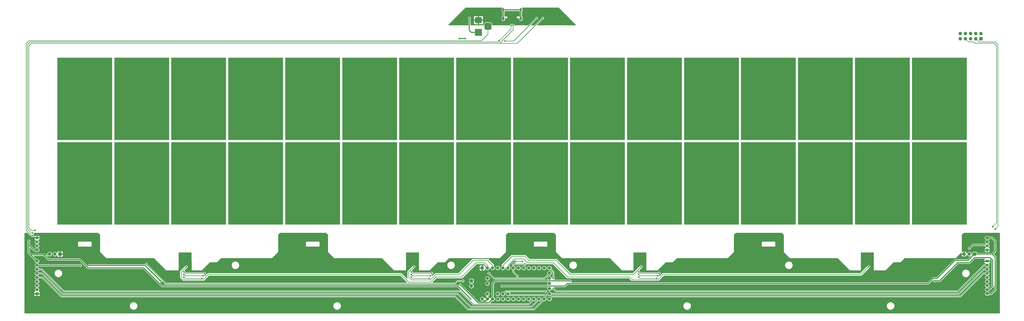
<source format=gbr>
G04 #@! TF.GenerationSoftware,KiCad,Pcbnew,(5.1.7)-1*
G04 #@! TF.CreationDate,2021-02-28T23:21:40-05:00*
G04 #@! TF.ProjectId,OpeNITHM-full,4f70654e-4954-4484-9d2d-66756c6c2e6b,rev?*
G04 #@! TF.SameCoordinates,Original*
G04 #@! TF.FileFunction,Copper,L1,Top*
G04 #@! TF.FilePolarity,Positive*
%FSLAX46Y46*%
G04 Gerber Fmt 4.6, Leading zero omitted, Abs format (unit mm)*
G04 Created by KiCad (PCBNEW (5.1.7)-1) date 2021-02-28 23:21:40*
%MOMM*%
%LPD*%
G01*
G04 APERTURE LIST*
G04 #@! TA.AperFunction,ComponentPad*
%ADD10O,1.000000X1.600000*%
G04 #@! TD*
G04 #@! TA.AperFunction,ComponentPad*
%ADD11O,1.000000X2.100000*%
G04 #@! TD*
G04 #@! TA.AperFunction,ComponentPad*
%ADD12O,1.700000X1.700000*%
G04 #@! TD*
G04 #@! TA.AperFunction,ComponentPad*
%ADD13R,1.700000X1.700000*%
G04 #@! TD*
G04 #@! TA.AperFunction,ComponentPad*
%ADD14C,1.600000*%
G04 #@! TD*
G04 #@! TA.AperFunction,ComponentPad*
%ADD15R,1.600000X1.600000*%
G04 #@! TD*
G04 #@! TA.AperFunction,ComponentPad*
%ADD16R,3.500000X3.500000*%
G04 #@! TD*
G04 #@! TA.AperFunction,ComponentPad*
%ADD17O,1.750000X1.200000*%
G04 #@! TD*
G04 #@! TA.AperFunction,ConnectorPad*
%ADD18R,27.000000X40.500000*%
G04 #@! TD*
G04 #@! TA.AperFunction,ViaPad*
%ADD19C,0.800000*%
G04 #@! TD*
G04 #@! TA.AperFunction,Conductor*
%ADD20C,0.508000*%
G04 #@! TD*
G04 #@! TA.AperFunction,Conductor*
%ADD21C,0.250000*%
G04 #@! TD*
G04 #@! TA.AperFunction,Conductor*
%ADD22C,0.254000*%
G04 #@! TD*
G04 #@! TA.AperFunction,Conductor*
%ADD23C,0.100000*%
G04 #@! TD*
G04 APERTURE END LIST*
D10*
X152320000Y-6450000D03*
X143680000Y-6450000D03*
D11*
X143680000Y-10630000D03*
X152320000Y-10630000D03*
D12*
X370170000Y-126500000D03*
X372710000Y-126500000D03*
D13*
X375250000Y-126500000D03*
D12*
X-79250000Y-126500000D03*
X-76710000Y-126500000D03*
D13*
X-74170000Y-126500000D03*
D12*
X368300000Y-18097500D03*
X368300000Y-20637500D03*
X370840000Y-18097500D03*
X370840000Y-20637500D03*
X373380000Y-18097500D03*
X373380000Y-20637500D03*
X375920000Y-18097500D03*
X375920000Y-20637500D03*
X378460000Y-18097500D03*
D13*
X378460000Y-20637500D03*
D14*
X135890000Y-140970000D03*
X135890000Y-138430000D03*
D15*
X133350000Y-133350000D03*
D14*
X135890000Y-133350000D03*
X138430000Y-133350000D03*
X140970000Y-133350000D03*
X143510000Y-133350000D03*
X146050000Y-133350000D03*
X148590000Y-133350000D03*
X151130000Y-133350000D03*
X153670000Y-133350000D03*
X156210000Y-133350000D03*
X158750000Y-133350000D03*
X161290000Y-133350000D03*
X163830000Y-133350000D03*
X146050000Y-146050000D03*
X143510000Y-146050000D03*
X140970000Y-146050000D03*
X135890000Y-146050000D03*
X133350000Y-148590000D03*
X135890000Y-148590000D03*
X138430000Y-148590000D03*
X140970000Y-148590000D03*
X143510000Y-148590000D03*
X146050000Y-148590000D03*
X148590000Y-148590000D03*
X151130000Y-148590000D03*
X153670000Y-148590000D03*
X156210000Y-148590000D03*
X158750000Y-148590000D03*
X161290000Y-148590000D03*
X163830000Y-148590000D03*
X166370000Y-133350000D03*
X166370000Y-135890000D03*
X166370000Y-138430000D03*
X166370000Y-148590000D03*
X166370000Y-146050000D03*
X166370000Y-143510000D03*
X166370000Y-140970000D03*
D13*
X128000000Y-139700000D03*
D12*
X128000000Y-142240000D03*
G04 #@! TA.AperFunction,ComponentPad*
G36*
G01*
X135270000Y-12750000D02*
X137020000Y-12750000D01*
G75*
G02*
X137895000Y-13625000I0J-875000D01*
G01*
X137895000Y-15375000D01*
G75*
G02*
X137020000Y-16250000I-875000J0D01*
G01*
X135270000Y-16250000D01*
G75*
G02*
X134395000Y-15375000I0J875000D01*
G01*
X134395000Y-13625000D01*
G75*
G02*
X135270000Y-12750000I875000J0D01*
G01*
G37*
G04 #@! TD.AperFunction*
G04 #@! TA.AperFunction,ComponentPad*
G36*
G01*
X130445000Y-10000000D02*
X132445000Y-10000000D01*
G75*
G02*
X133195000Y-10750000I0J-750000D01*
G01*
X133195000Y-12250000D01*
G75*
G02*
X132445000Y-13000000I-750000J0D01*
G01*
X130445000Y-13000000D01*
G75*
G02*
X129695000Y-12250000I0J750000D01*
G01*
X129695000Y-10750000D01*
G75*
G02*
X130445000Y-10000000I750000J0D01*
G01*
G37*
G04 #@! TD.AperFunction*
D16*
X131445000Y-17500000D03*
D17*
X-85500000Y-118500000D03*
X-85500000Y-120500000D03*
X-85500000Y-122500000D03*
G04 #@! TA.AperFunction,ComponentPad*
G36*
G01*
X-84874999Y-125100000D02*
X-86125001Y-125100000D01*
G75*
G02*
X-86375000Y-124850001I0J249999D01*
G01*
X-86375000Y-124149999D01*
G75*
G02*
X-86125001Y-123900000I249999J0D01*
G01*
X-84874999Y-123900000D01*
G75*
G02*
X-84625000Y-124149999I0J-249999D01*
G01*
X-84625000Y-124850001D01*
G75*
G02*
X-84874999Y-125100000I-249999J0D01*
G01*
G37*
G04 #@! TD.AperFunction*
X381500000Y-124500000D03*
X381500000Y-122500000D03*
X381500000Y-120500000D03*
G04 #@! TA.AperFunction,ComponentPad*
G36*
G01*
X380874999Y-117900000D02*
X382125001Y-117900000D01*
G75*
G02*
X382375000Y-118149999I0J-249999D01*
G01*
X382375000Y-118850001D01*
G75*
G02*
X382125001Y-119100000I-249999J0D01*
G01*
X380874999Y-119100000D01*
G75*
G02*
X380625000Y-118850001I0J249999D01*
G01*
X380625000Y-118149999D01*
G75*
G02*
X380874999Y-117900000I249999J0D01*
G01*
G37*
G04 #@! TD.AperFunction*
X381500000Y-146000000D03*
X381500000Y-144000000D03*
X381500000Y-142000000D03*
X381500000Y-140000000D03*
X381500000Y-138000000D03*
X381500000Y-136000000D03*
X381500000Y-134000000D03*
X381500000Y-132000000D03*
G04 #@! TA.AperFunction,ComponentPad*
G36*
G01*
X380874999Y-129400000D02*
X382125001Y-129400000D01*
G75*
G02*
X382375000Y-129649999I0J-249999D01*
G01*
X382375000Y-130350001D01*
G75*
G02*
X382125001Y-130600000I-249999J0D01*
G01*
X380874999Y-130600000D01*
G75*
G02*
X380625000Y-130350001I0J249999D01*
G01*
X380625000Y-129649999D01*
G75*
G02*
X380874999Y-129400000I249999J0D01*
G01*
G37*
G04 #@! TD.AperFunction*
X-85500000Y-130000000D03*
X-85500000Y-132000000D03*
X-85500000Y-134000000D03*
X-85500000Y-136000000D03*
X-85500000Y-138000000D03*
X-85500000Y-140000000D03*
X-85500000Y-142000000D03*
X-85500000Y-144000000D03*
G04 #@! TA.AperFunction,ComponentPad*
G36*
G01*
X-84874999Y-146600000D02*
X-86125001Y-146600000D01*
G75*
G02*
X-86375000Y-146350001I0J249999D01*
G01*
X-86375000Y-145649999D01*
G75*
G02*
X-86125001Y-145400000I249999J0D01*
G01*
X-84874999Y-145400000D01*
G75*
G02*
X-84625000Y-145649999I0J-249999D01*
G01*
X-84625000Y-146350001D01*
G75*
G02*
X-84874999Y-146600000I-249999J0D01*
G01*
G37*
G04 #@! TD.AperFunction*
D18*
X358000000Y-91750000D03*
X358000000Y-50250000D03*
X330000000Y-91750000D03*
X330000000Y-50250000D03*
X302000000Y-91750000D03*
X302000000Y-50250000D03*
X274000000Y-91750000D03*
X274000000Y-50250000D03*
X246000000Y-91750000D03*
X246000000Y-50250000D03*
X218000000Y-91750000D03*
X218000000Y-50250000D03*
X190000000Y-91750000D03*
X190000000Y-50250000D03*
X162000000Y-91750000D03*
X162000000Y-50250000D03*
X134000000Y-91750000D03*
X134000000Y-50250000D03*
X106000000Y-91750000D03*
X106000000Y-50250000D03*
X78000000Y-91750000D03*
X78000000Y-50250000D03*
X50000000Y-91750000D03*
X50000000Y-50250000D03*
X22000000Y-91750000D03*
X22000000Y-50250000D03*
X-6000000Y-91750000D03*
X-6000000Y-50250000D03*
X-34000000Y-91750000D03*
X-34000000Y-50250000D03*
X-62000000Y-91750000D03*
X-62000000Y-50250000D03*
D19*
X175000000Y-154000000D03*
X57500000Y-128500000D03*
X33000000Y-128500000D03*
X281500000Y-128500000D03*
X257000000Y-128500000D03*
X169500000Y-128000000D03*
X-54500000Y-128500000D03*
X212725000Y-127000000D03*
X324485000Y-127000000D03*
X-90805000Y-147955000D03*
X-79375000Y-116840000D03*
X31500000Y-155000000D03*
X279000000Y-155000000D03*
X121000000Y-154000000D03*
X-89535000Y-118110000D03*
X45500000Y-116500000D03*
X157500000Y-116500000D03*
X269500000Y-116500000D03*
X-10795000Y-127000000D03*
X100965000Y-127000000D03*
X150750000Y-13000000D03*
X145250000Y-13000000D03*
X-55500000Y-117000000D03*
X-33500000Y-143500000D03*
X-70500000Y-133500000D03*
X308000000Y-134500000D03*
X223500000Y-134500000D03*
X196000000Y-134500000D03*
X144500000Y-128000000D03*
X111500000Y-134500000D03*
X84000000Y-134500000D03*
X-500000Y-134500000D03*
X-25000000Y-134500000D03*
X386500000Y-148500000D03*
X361500000Y-143500000D03*
X335000000Y-134500000D03*
X370500000Y-117500000D03*
X386000000Y-117500000D03*
X178000000Y-13500000D03*
X118000000Y-13500000D03*
X125500000Y-6000000D03*
X170500000Y-6000000D03*
X127635000Y-148590000D03*
X-89535000Y-120015000D03*
X142875000Y-142240000D03*
X121942500Y-20557500D03*
X125057500Y-20557500D03*
X210185000Y-135255000D03*
X98425000Y-135255000D03*
X-13335000Y-135255000D03*
X-3175000Y-135890000D03*
X108585000Y-135890000D03*
X220345000Y-135890000D03*
X210185000Y-136525000D03*
X98425000Y-136525000D03*
X-13335000Y-136525000D03*
X153035000Y-130175000D03*
X149860000Y-130175000D03*
X-3810000Y-137160000D03*
X107950000Y-137160000D03*
X219710000Y-137160000D03*
X98425000Y-137795000D03*
X-13335000Y-137795000D03*
X154305000Y-131445000D03*
X148590000Y-131445000D03*
X210185000Y-137795000D03*
X-4445000Y-138430000D03*
X107315000Y-138430000D03*
X219075000Y-138430000D03*
X147000000Y-70000000D03*
X119000000Y-70000000D03*
X91000000Y-70000000D03*
X63000000Y-70000000D03*
X35000000Y-70000000D03*
X7000000Y-70000000D03*
X-21000000Y-70000000D03*
X-49000000Y-70000000D03*
X-62000000Y-111500000D03*
X-34000000Y-111500000D03*
X-6000000Y-111500000D03*
X22000000Y-111500000D03*
X50000000Y-111500000D03*
X78000000Y-111500000D03*
X106000000Y-111500000D03*
X134000000Y-111500000D03*
X150495000Y-137160000D03*
X176530000Y-139700000D03*
X355600000Y-139700000D03*
X122555000Y-141605000D03*
X-24765000Y-139700000D03*
X-64135000Y-132080000D03*
X-59690000Y-132080000D03*
X323215000Y-132715000D03*
X-12065000Y-132715000D03*
X-31750000Y-131445000D03*
X123825000Y-139700000D03*
X136525000Y-135890000D03*
X211455000Y-132715000D03*
X99695000Y-132715000D03*
X371000000Y-70000000D03*
X343000000Y-70000000D03*
X315000000Y-70000000D03*
X287000000Y-70000000D03*
X259000000Y-70000000D03*
X231000000Y-70000000D03*
X203000000Y-70000000D03*
X175000000Y-70000000D03*
X358000000Y-111500000D03*
X330000000Y-111500000D03*
X302000000Y-111500000D03*
X274000000Y-111500000D03*
X246000000Y-111500000D03*
X218000000Y-111500000D03*
X190000000Y-111500000D03*
X162000000Y-111500000D03*
X385445000Y-114300000D03*
X164465000Y-144780000D03*
X384175000Y-113030000D03*
X164465000Y-146685000D03*
X168275000Y-138430000D03*
X168275000Y-143510000D03*
X-86360000Y-114935000D03*
X148500000Y-14000000D03*
X163000000Y-10500000D03*
X-87630000Y-116205000D03*
X147500000Y-14000000D03*
X160000000Y-10500000D03*
X144500000Y-21750000D03*
X141500000Y-21750000D03*
X-87630000Y-117475000D03*
X127000000Y-10500000D03*
X372706667Y-123670000D03*
D20*
X-85500000Y-118500000D02*
X-85970000Y-118500000D01*
X150750000Y-13000000D02*
X145250000Y-13000000D01*
X127635000Y-148590000D02*
X127635000Y-148590000D01*
X-85460000Y-124460000D02*
X-85500000Y-124500000D01*
X-85500000Y-124500000D02*
X-86955000Y-124500000D01*
X383930000Y-118500000D02*
X381500000Y-118500000D01*
X385445000Y-120015000D02*
X383930000Y-118500000D01*
X385445000Y-128270000D02*
X385445000Y-130175000D01*
X383590000Y-146000000D02*
X381500000Y-146000000D01*
X385445000Y-144145000D02*
X383590000Y-146000000D01*
X385445000Y-130175000D02*
X385445000Y-144145000D01*
X-88382500Y-127117500D02*
X-85500000Y-130000000D01*
X-88625000Y-126875000D02*
X-89017500Y-126482500D01*
X-89017500Y-126482500D02*
X-88382500Y-127117500D01*
X-89535000Y-121920000D02*
X-86955000Y-124500000D01*
X-89535000Y-120015000D02*
X-89535000Y-121920000D01*
X-89535000Y-125965000D02*
X-89017500Y-126482500D01*
X-89535000Y-121920000D02*
X-89535000Y-125965000D01*
X-82125000Y-126875000D02*
X-88625000Y-126875000D01*
X-82125000Y-126875000D02*
X-79807500Y-129192500D01*
X-79807500Y-129192500D02*
X-72007500Y-129192500D01*
X-70137500Y-129192500D02*
X-72007500Y-129192500D01*
X-79625000Y-126875000D02*
X-79250000Y-126500000D01*
X-82125000Y-126875000D02*
X-79625000Y-126875000D01*
X373480000Y-128270000D02*
X375250000Y-126500000D01*
X175260000Y-140970000D02*
X352425000Y-140970000D01*
X173990000Y-142240000D02*
X175260000Y-140970000D01*
X142875000Y-142240000D02*
X173990000Y-142240000D01*
X375250000Y-126500000D02*
X383675000Y-126500000D01*
X384040000Y-126500000D02*
X385445000Y-125095000D01*
X383675000Y-126500000D02*
X384040000Y-126500000D01*
X385445000Y-125095000D02*
X385445000Y-120015000D01*
X385445000Y-127905000D02*
X384040000Y-126500000D01*
X385445000Y-130175000D02*
X385445000Y-127905000D01*
X354965000Y-138430000D02*
X356870000Y-138430000D01*
X352425000Y-140970000D02*
X354965000Y-138430000D01*
X125057500Y-20557500D02*
X125057500Y-20557500D01*
X125057500Y-20557500D02*
X121942500Y-20557500D01*
X372210000Y-129540000D02*
X373480000Y-128270000D01*
X365760000Y-129540000D02*
X372210000Y-129540000D01*
X356870000Y-138430000D02*
X365760000Y-129540000D01*
X121443750Y-142398750D02*
X127635000Y-148590000D01*
X121285000Y-142240000D02*
X121443750Y-142398750D01*
X-33020000Y-133350000D02*
X-24130000Y-142240000D01*
X-60325000Y-133350000D02*
X-33020000Y-133350000D01*
X-24130000Y-142240000D02*
X121285000Y-142240000D01*
X-64482500Y-129192500D02*
X-60325000Y-133350000D01*
X-72007500Y-129192500D02*
X-64482500Y-129192500D01*
D21*
X219710000Y-135890000D02*
X219710000Y-135890000D01*
X215265000Y-135890000D02*
X215265000Y-135890000D01*
X215265000Y-135890000D02*
X215265000Y-135890000D01*
X-13335000Y-135255000D02*
X-13335000Y-135255000D01*
X-3810000Y-135890000D02*
X-3175000Y-135890000D01*
X-12700000Y-135890000D02*
X-3810000Y-135890000D01*
X-13335000Y-135255000D02*
X-12700000Y-135890000D01*
X107950000Y-135890000D02*
X108585000Y-135890000D01*
X99060000Y-135890000D02*
X107950000Y-135890000D01*
X98425000Y-135255000D02*
X99060000Y-135890000D01*
X219710000Y-135890000D02*
X220345000Y-135890000D01*
X210820000Y-135890000D02*
X219710000Y-135890000D01*
X210185000Y-135255000D02*
X210820000Y-135890000D01*
X219075000Y-137160000D02*
X219075000Y-137160000D01*
X215265000Y-137160000D02*
X215265000Y-137160000D01*
X-13335000Y-136525000D02*
X-13335000Y-136525000D01*
X149860000Y-130175000D02*
X153035000Y-130175000D01*
X-4445000Y-137160000D02*
X-3810000Y-137160000D01*
X-12700000Y-137160000D02*
X-4445000Y-137160000D01*
X-13335000Y-136525000D02*
X-12700000Y-137160000D01*
X107315000Y-137160000D02*
X107950000Y-137160000D01*
X99060000Y-137160000D02*
X107315000Y-137160000D01*
X98425000Y-136525000D02*
X99060000Y-137160000D01*
X219075000Y-137160000D02*
X219710000Y-137160000D01*
X210820000Y-137160000D02*
X219075000Y-137160000D01*
X210185000Y-136525000D02*
X210820000Y-137160000D01*
X218440000Y-138430000D02*
X218440000Y-138430000D01*
X215265000Y-138430000D02*
X215265000Y-138430000D01*
X-13335000Y-137795000D02*
X-13335000Y-137795000D01*
X154305000Y-131445000D02*
X148590000Y-131445000D01*
X-5080000Y-138430000D02*
X-4445000Y-138430000D01*
X-12700000Y-138430000D02*
X-5080000Y-138430000D01*
X-13335000Y-137795000D02*
X-12700000Y-138430000D01*
X106680000Y-138430000D02*
X107315000Y-138430000D01*
X99060000Y-138430000D02*
X106680000Y-138430000D01*
X98425000Y-137795000D02*
X99060000Y-138430000D01*
X218440000Y-138430000D02*
X219075000Y-138430000D01*
X210820000Y-138430000D02*
X218440000Y-138430000D01*
X210185000Y-137795000D02*
X210820000Y-138430000D01*
X150495000Y-137160000D02*
X148590000Y-135255000D01*
X148590000Y-135255000D02*
X148590000Y-133350000D01*
D20*
X136525000Y-150495000D02*
X138430000Y-148590000D01*
X139700000Y-139700000D02*
X176530000Y-139700000D01*
X138430000Y-140970000D02*
X139700000Y-139700000D01*
X138430000Y-148590000D02*
X138430000Y-140970000D01*
X131445000Y-150495000D02*
X122555000Y-141605000D01*
X131445000Y-150495000D02*
X136525000Y-150495000D01*
X-57150000Y-132080000D02*
X-59690000Y-132080000D01*
X-57150000Y-132080000D02*
X-57785000Y-132080000D01*
X-85420000Y-132080000D02*
X-85500000Y-132000000D01*
X-64770000Y-132080000D02*
X-85420000Y-132080000D01*
X384175000Y-142240000D02*
X382415000Y-144000000D01*
X382905000Y-128270000D02*
X384175000Y-129540000D01*
X375285000Y-128270000D02*
X382905000Y-128270000D01*
X372745000Y-130810000D02*
X375285000Y-128270000D01*
X384175000Y-129540000D02*
X384175000Y-142240000D01*
X367030000Y-130810000D02*
X372745000Y-130810000D01*
X358140000Y-139700000D02*
X367030000Y-130810000D01*
X382415000Y-144000000D02*
X381500000Y-144000000D01*
X355600000Y-139700000D02*
X358140000Y-139700000D01*
X-32385000Y-132080000D02*
X-57150000Y-132080000D01*
X-31750000Y-132715000D02*
X-32385000Y-132080000D01*
X-24765000Y-139700000D02*
X-31750000Y-132715000D01*
X-64770000Y-132080000D02*
X-64135000Y-132080000D01*
D21*
X222250000Y-136525000D02*
X319405000Y-136525000D01*
X219619999Y-139155001D02*
X222250000Y-136525000D01*
X207100001Y-139155001D02*
X219619999Y-139155001D01*
X205740000Y-137795000D02*
X207100001Y-139155001D01*
X175260000Y-137795000D02*
X205740000Y-137795000D01*
X168275000Y-130810000D02*
X175260000Y-137795000D01*
X153670000Y-128905000D02*
X155575000Y-130810000D01*
X319405000Y-136525000D02*
X323215000Y-132715000D01*
X149225000Y-128905000D02*
X153670000Y-128905000D01*
X155575000Y-130810000D02*
X168275000Y-130810000D01*
X146050000Y-132080000D02*
X149225000Y-128905000D01*
X146050000Y-133350000D02*
X146050000Y-132080000D01*
X-12065000Y-132715000D02*
X-12065000Y-132715000D01*
X135890000Y-132080000D02*
X135890000Y-133350000D01*
X-14605000Y-135255000D02*
X-14605000Y-137795000D01*
X-14605000Y-137795000D02*
X-13244999Y-139155001D01*
X-13244999Y-139155001D02*
X-3900001Y-139155001D01*
X-3900001Y-139155001D02*
X-1270000Y-136525000D01*
X-12065000Y-132715000D02*
X-14605000Y-135255000D01*
X123190000Y-137795000D02*
X130175000Y-130810000D01*
X93345000Y-136525000D02*
X97155000Y-140335000D01*
X-1270000Y-136525000D02*
X93345000Y-136525000D01*
X97155000Y-140335000D02*
X107950000Y-140335000D01*
X107950000Y-140335000D02*
X110490000Y-137795000D01*
X110490000Y-137795000D02*
X123190000Y-137795000D01*
X134620000Y-130810000D02*
X135890000Y-132080000D01*
X130175000Y-130810000D02*
X134620000Y-130810000D01*
X163830000Y-138430000D02*
X166370000Y-135890000D01*
X139065000Y-138430000D02*
X163830000Y-138430000D01*
X136525000Y-135890000D02*
X136525000Y-135890000D01*
X123825000Y-139700000D02*
X123825000Y-139700000D01*
X120015000Y-140970000D02*
X121285000Y-139700000D01*
X121285000Y-139700000D02*
X123825000Y-139700000D01*
X-21590000Y-140970000D02*
X120015000Y-140970000D01*
X-22225000Y-140970000D02*
X-31750000Y-131445000D01*
X-21590000Y-140970000D02*
X-22225000Y-140970000D01*
X-31750000Y-131445000D02*
X-31750000Y-131445000D01*
X136525000Y-135890000D02*
X139065000Y-138430000D01*
X169545000Y-129540000D02*
X176530000Y-136525000D01*
X156210000Y-129540000D02*
X169545000Y-129540000D01*
X176530000Y-136525000D02*
X207010000Y-136525000D01*
X154305000Y-127635000D02*
X156210000Y-129540000D01*
X147955000Y-127635000D02*
X154305000Y-127635000D01*
X143510000Y-132080000D02*
X147955000Y-127635000D01*
X143510000Y-133350000D02*
X143510000Y-132080000D01*
X211455000Y-132715000D02*
X207645000Y-136525000D01*
X207645000Y-136525000D02*
X207010000Y-136525000D01*
X138430000Y-132080000D02*
X138430000Y-133350000D01*
X135890000Y-129540000D02*
X138430000Y-132080000D01*
X121920000Y-136525000D02*
X128905000Y-129540000D01*
X107859999Y-139155001D02*
X110490000Y-136525000D01*
X128905000Y-129540000D02*
X135890000Y-129540000D01*
X98515001Y-139155001D02*
X107859999Y-139155001D01*
X97155000Y-135255000D02*
X97155000Y-137795000D01*
X110490000Y-136525000D02*
X121920000Y-136525000D01*
X97155000Y-137795000D02*
X98515001Y-139155001D01*
X99695000Y-132715000D02*
X97155000Y-135255000D01*
X385445000Y-114300000D02*
X386080000Y-113665000D01*
X386080000Y-113665000D02*
X386715000Y-113030000D01*
X386715000Y-113030000D02*
X386715000Y-97790000D01*
X386715000Y-97790000D02*
X386715000Y-23495000D01*
X386715000Y-23495000D02*
X385445000Y-22225000D01*
X377507500Y-22225000D02*
X375920000Y-20637500D01*
X377825000Y-22225000D02*
X377507500Y-22225000D01*
X385445000Y-22225000D02*
X377825000Y-22225000D01*
X144780000Y-144780000D02*
X146685000Y-144780000D01*
X143510000Y-146050000D02*
X144780000Y-144780000D01*
X146685000Y-144780000D02*
X163195000Y-144780000D01*
X163195000Y-144780000D02*
X164465000Y-144780000D01*
X164465000Y-144780000D02*
X164465000Y-144780000D01*
X374651410Y-22225000D02*
X374650000Y-22225000D01*
X375286410Y-22860000D02*
X374651410Y-22225000D01*
X384810000Y-22860000D02*
X375286410Y-22860000D01*
X386080000Y-24130000D02*
X384810000Y-22860000D01*
X386080000Y-111125000D02*
X386080000Y-24130000D01*
X384175000Y-113030000D02*
X386080000Y-111125000D01*
X372427500Y-22225000D02*
X370840000Y-20637500D01*
X372745000Y-22225000D02*
X372427500Y-22225000D01*
X374650000Y-22225000D02*
X372745000Y-22225000D01*
X146685000Y-146685000D02*
X164465000Y-146685000D01*
X146050000Y-146050000D02*
X146685000Y-146685000D01*
X164465000Y-146685000D02*
X164465000Y-146685000D01*
X-83170000Y-134000000D02*
X-85500000Y-134000000D01*
X-72390000Y-144780000D02*
X-83170000Y-134000000D01*
X122555000Y-144780000D02*
X-72390000Y-144780000D01*
X128905000Y-151130000D02*
X122555000Y-144780000D01*
X156210000Y-151130000D02*
X128905000Y-151130000D01*
X158750000Y-148590000D02*
X156210000Y-151130000D01*
X-83075000Y-136000000D02*
X-85500000Y-136000000D01*
X113665000Y-146050000D02*
X114300000Y-146050000D01*
X121285000Y-146050000D02*
X120650000Y-146050000D01*
X127635000Y-152400000D02*
X121285000Y-146050000D01*
X157480000Y-152400000D02*
X127635000Y-152400000D01*
X161290000Y-148590000D02*
X157480000Y-152400000D01*
X-73025000Y-146050000D02*
X-83075000Y-136000000D01*
X-72390000Y-146050000D02*
X-73025000Y-146050000D01*
X120650000Y-146050000D02*
X-72390000Y-146050000D01*
X-85500000Y-138000000D02*
X-82980000Y-138000000D01*
X120015000Y-147320000D02*
X113030000Y-147320000D01*
X126365000Y-153670000D02*
X120015000Y-147320000D01*
X158750000Y-153670000D02*
X126365000Y-153670000D01*
X163830000Y-148590000D02*
X158750000Y-153670000D01*
X-73660000Y-147320000D02*
X-82980000Y-138000000D01*
X-73025000Y-147320000D02*
X-73660000Y-147320000D01*
X113030000Y-147320000D02*
X-73025000Y-147320000D01*
X166370000Y-148590000D02*
X167640000Y-147320000D01*
X173990000Y-147320000D02*
X171450000Y-147320000D01*
X167640000Y-147320000D02*
X173990000Y-147320000D01*
X368300000Y-147320000D02*
X379620000Y-136000000D01*
X367665000Y-147320000D02*
X368300000Y-147320000D01*
X381500000Y-136000000D02*
X379620000Y-136000000D01*
X173990000Y-147320000D02*
X181610000Y-147320000D01*
X181610000Y-147320000D02*
X367665000Y-147320000D01*
X180340000Y-147320000D02*
X181610000Y-147320000D01*
X169545000Y-146050000D02*
X171450000Y-146050000D01*
X166370000Y-146050000D02*
X361315000Y-146050000D01*
X379745000Y-134000000D02*
X381500000Y-134000000D01*
X373410000Y-140335000D02*
X379745000Y-134000000D01*
X373380000Y-140335000D02*
X373410000Y-140335000D01*
X367665000Y-146050000D02*
X373380000Y-140335000D01*
X367665000Y-146050000D02*
X361315000Y-146050000D01*
X168275000Y-143510000D02*
X168275000Y-143510000D01*
X168275000Y-135255000D02*
X168275000Y-138430000D01*
X168275000Y-135255000D02*
X168275000Y-135255000D01*
X166370000Y-133350000D02*
X168275000Y-135255000D01*
X379810000Y-132000000D02*
X381500000Y-132000000D01*
X367030000Y-144780000D02*
X379810000Y-132000000D01*
X169545000Y-144780000D02*
X177800000Y-144780000D01*
X177800000Y-144780000D02*
X367030000Y-144780000D01*
X175895000Y-144780000D02*
X177800000Y-144780000D01*
X168275000Y-143510000D02*
X169545000Y-144780000D01*
D20*
X143680000Y-10630000D02*
X143680000Y-6450000D01*
X143680000Y-6450000D02*
X152320000Y-6450000D01*
X152320000Y-6450000D02*
X152320000Y-10630000D01*
D21*
X-88265000Y-114935000D02*
X-86360000Y-114935000D01*
X-89535000Y-113665000D02*
X-88265000Y-114935000D01*
X-89535000Y-24130000D02*
X-89535000Y-113665000D01*
X-88265000Y-22860000D02*
X-89535000Y-24130000D01*
X141890000Y-22860000D02*
X-88265000Y-22860000D01*
X148500000Y-16250000D02*
X148250000Y-16500000D01*
X148500000Y-14250000D02*
X148500000Y-16250000D01*
X148250000Y-16500000D02*
X141890000Y-22860000D01*
X150640000Y-22860000D02*
X163000000Y-10500000D01*
X141890000Y-22860000D02*
X150640000Y-22860000D01*
X-88265000Y-116205000D02*
X-87630000Y-116205000D01*
X-90170000Y-114300000D02*
X-88265000Y-116205000D01*
X-90170000Y-23495000D02*
X-90170000Y-114300000D01*
X-88900000Y-22225000D02*
X-90170000Y-23495000D01*
X141025000Y-22225000D02*
X-88900000Y-22225000D01*
X147500000Y-15750000D02*
X141500000Y-21750000D01*
X147500000Y-14250000D02*
X147500000Y-15750000D01*
X147500000Y-14250000D02*
X147500000Y-14000000D01*
X147500000Y-14000000D02*
X147500000Y-14000000D01*
X160000000Y-10500000D02*
X148750000Y-21750000D01*
X148750000Y-21750000D02*
X144500000Y-21750000D01*
X144500000Y-21750000D02*
X144500000Y-21750000D01*
X141500000Y-21750000D02*
X141025000Y-22225000D01*
X-88265000Y-117475000D02*
X-88265000Y-117475000D01*
X136145000Y-18355000D02*
X136145000Y-14500000D01*
X132910000Y-21590000D02*
X136145000Y-18355000D01*
X-89535000Y-21590000D02*
X132910000Y-21590000D01*
X-90805000Y-22860000D02*
X-89535000Y-21590000D01*
X-90805000Y-114935000D02*
X-90805000Y-22860000D01*
X-88265000Y-117475000D02*
X-90805000Y-114935000D01*
X-87630000Y-117475000D02*
X-88265000Y-117475000D01*
D20*
X131445000Y-17500000D02*
X128000000Y-17500000D01*
X128000000Y-17500000D02*
X127000000Y-16500000D01*
X127000000Y-16500000D02*
X127000000Y-10500000D01*
X127000000Y-10500000D02*
X127000000Y-10500000D01*
X380000000Y-122000000D02*
X381500000Y-120500000D01*
X376000000Y-122000000D02*
X380000000Y-122000000D01*
X374376667Y-122000000D02*
X372706667Y-123670000D01*
X376000000Y-122000000D02*
X374376667Y-122000000D01*
X372706667Y-123670000D02*
X372706667Y-123670000D01*
D22*
X-88640372Y-117815220D02*
X-88624527Y-117834527D01*
X-88547479Y-117897759D01*
X-88459575Y-117944745D01*
X-88386393Y-117966944D01*
X-88364194Y-117973678D01*
X-88354306Y-117974652D01*
X-88289854Y-117981000D01*
X-88289847Y-117981000D01*
X-88265001Y-117983447D01*
X-88240155Y-117981000D01*
X-88228501Y-117981000D01*
X-88127859Y-118081642D01*
X-87999942Y-118167113D01*
X-87857809Y-118225987D01*
X-87706922Y-118256000D01*
X-87553078Y-118256000D01*
X-87402191Y-118225987D01*
X-87296942Y-118182391D01*
X-86968462Y-118182391D01*
X-86843731Y-118373000D01*
X-85627000Y-118373000D01*
X-85627000Y-117265000D01*
X-85373000Y-117265000D01*
X-85373000Y-118373000D01*
X-84156269Y-118373000D01*
X-84031538Y-118182391D01*
X-84035409Y-118144718D01*
X-84127579Y-117919467D01*
X-84261922Y-117716526D01*
X-84433275Y-117543693D01*
X-84635054Y-117407610D01*
X-84859504Y-117313507D01*
X-85098000Y-117265000D01*
X-85373000Y-117265000D01*
X-85627000Y-117265000D01*
X-85902000Y-117265000D01*
X-86140496Y-117313507D01*
X-86364946Y-117407610D01*
X-86566725Y-117543693D01*
X-86738078Y-117716526D01*
X-86872421Y-117919467D01*
X-86964591Y-118144718D01*
X-86968462Y-118182391D01*
X-87296942Y-118182391D01*
X-87260058Y-118167113D01*
X-87132141Y-118081642D01*
X-87023358Y-117972859D01*
X-86937887Y-117844942D01*
X-86879013Y-117702809D01*
X-86849000Y-117551922D01*
X-86849000Y-117398078D01*
X-86879013Y-117247191D01*
X-86937887Y-117105058D01*
X-87023358Y-116977141D01*
X-87132141Y-116868358D01*
X-87174582Y-116840000D01*
X-87132141Y-116811642D01*
X-87023358Y-116702859D01*
X-86937887Y-116574942D01*
X-86879013Y-116432809D01*
X-86849000Y-116281922D01*
X-86849000Y-116128078D01*
X-86849214Y-116127000D01*
X-55552606Y-116127000D01*
X-54627000Y-117052606D01*
X-54627000Y-125500000D01*
X-54624560Y-125524776D01*
X-54617333Y-125548601D01*
X-54605597Y-125570557D01*
X-54589803Y-125589803D01*
X-51589803Y-128589803D01*
X-51570557Y-128605597D01*
X-51548601Y-128617333D01*
X-51524776Y-128624560D01*
X-51500000Y-128627000D01*
X-28052606Y-128627000D01*
X-22089803Y-134589803D01*
X-22070557Y-134605597D01*
X-22048601Y-134617333D01*
X-22024776Y-134624560D01*
X-22000000Y-134627000D01*
X-15875000Y-134627000D01*
X-15850224Y-134624560D01*
X-15826399Y-134617333D01*
X-15804443Y-134605597D01*
X-15785197Y-134589803D01*
X-15769403Y-134570557D01*
X-15757667Y-134548601D01*
X-15750440Y-134524776D01*
X-15748000Y-134500000D01*
X-15748000Y-125857000D01*
X-9651638Y-125857000D01*
X-9626999Y-134500362D01*
X-9624560Y-134524776D01*
X-9617333Y-134548601D01*
X-9605597Y-134570557D01*
X-9589803Y-134589803D01*
X-9570557Y-134605597D01*
X-9548601Y-134617333D01*
X-9524776Y-134624560D01*
X-9500000Y-134627000D01*
X-4500000Y-134627000D01*
X-4475224Y-134624560D01*
X-4451399Y-134617333D01*
X-4429443Y-134605597D01*
X-4410197Y-134589803D01*
X-1625283Y-131804889D01*
X10019000Y-131804889D01*
X10019000Y-132195111D01*
X10095129Y-132577836D01*
X10244461Y-132938355D01*
X10461257Y-133262814D01*
X10737186Y-133538743D01*
X11061645Y-133755539D01*
X11422164Y-133904871D01*
X11804889Y-133981000D01*
X12195111Y-133981000D01*
X12577836Y-133904871D01*
X12938355Y-133755539D01*
X13262814Y-133538743D01*
X13538743Y-133262814D01*
X13755539Y-132938355D01*
X13904871Y-132577836D01*
X13981000Y-132195111D01*
X13981000Y-131804889D01*
X13904871Y-131422164D01*
X13755539Y-131061645D01*
X13538743Y-130737186D01*
X13262814Y-130461257D01*
X12938355Y-130244461D01*
X12577836Y-130095129D01*
X12195111Y-130019000D01*
X11804889Y-130019000D01*
X11422164Y-130095129D01*
X11061645Y-130244461D01*
X10737186Y-130461257D01*
X10461257Y-130737186D01*
X10244461Y-131061645D01*
X10095129Y-131422164D01*
X10019000Y-131804889D01*
X-1625283Y-131804889D01*
X-447394Y-130627000D01*
X3000000Y-130627000D01*
X3024776Y-130624560D01*
X3048601Y-130617333D01*
X3070557Y-130605597D01*
X3089803Y-130589803D01*
X5052606Y-128627000D01*
X30000000Y-128627000D01*
X30024776Y-128624560D01*
X30048601Y-128617333D01*
X30070557Y-128605597D01*
X30089803Y-128589803D01*
X33089803Y-125589803D01*
X33105597Y-125570557D01*
X33117333Y-125548601D01*
X33124560Y-125524776D01*
X33127000Y-125500000D01*
X33127000Y-120700000D01*
X46541794Y-120700000D01*
X46544000Y-120722399D01*
X46544001Y-122477591D01*
X46541794Y-122500000D01*
X46550598Y-122589392D01*
X46576673Y-122675348D01*
X46619016Y-122754566D01*
X46675999Y-122824001D01*
X46745434Y-122880984D01*
X46824652Y-122923327D01*
X46910608Y-122949402D01*
X46977601Y-122956000D01*
X47000000Y-122958206D01*
X47022399Y-122956000D01*
X52977601Y-122956000D01*
X53000000Y-122958206D01*
X53089392Y-122949402D01*
X53175348Y-122923327D01*
X53254566Y-122880984D01*
X53324001Y-122824001D01*
X53380984Y-122754566D01*
X53423327Y-122675348D01*
X53449402Y-122589392D01*
X53456000Y-122522399D01*
X53458206Y-122500000D01*
X53456000Y-122477601D01*
X53456000Y-120722399D01*
X53458206Y-120700000D01*
X53449402Y-120610608D01*
X53423327Y-120524652D01*
X53380984Y-120445434D01*
X53324001Y-120375999D01*
X53254566Y-120319016D01*
X53175348Y-120276673D01*
X53089392Y-120250598D01*
X53022399Y-120244000D01*
X53000000Y-120241794D01*
X52977601Y-120244000D01*
X47022399Y-120244000D01*
X47000000Y-120241794D01*
X46977601Y-120244000D01*
X46910608Y-120250598D01*
X46824652Y-120276673D01*
X46745434Y-120319016D01*
X46675999Y-120375999D01*
X46619016Y-120445434D01*
X46576673Y-120524652D01*
X46550598Y-120610608D01*
X46541794Y-120700000D01*
X33127000Y-120700000D01*
X33127000Y-117052606D01*
X34052606Y-116127000D01*
X56447394Y-116127000D01*
X57373000Y-117052606D01*
X57373000Y-125500000D01*
X57375440Y-125524776D01*
X57382667Y-125548601D01*
X57394403Y-125570557D01*
X57410197Y-125589803D01*
X60410197Y-128589803D01*
X60429443Y-128605597D01*
X60451399Y-128617333D01*
X60475224Y-128624560D01*
X60500000Y-128627000D01*
X83947394Y-128627000D01*
X89910197Y-134589803D01*
X89929443Y-134605597D01*
X89951399Y-134617333D01*
X89975224Y-134624560D01*
X90000000Y-134627000D01*
X95885000Y-134627000D01*
X95909776Y-134624560D01*
X95933601Y-134617333D01*
X95955557Y-134605597D01*
X95974803Y-134589803D01*
X95990597Y-134570557D01*
X96002333Y-134548601D01*
X96009560Y-134524776D01*
X96012000Y-134500000D01*
X96012000Y-125857000D01*
X102108000Y-125857000D01*
X102108000Y-134500000D01*
X102110440Y-134524776D01*
X102117667Y-134548601D01*
X102129403Y-134570557D01*
X102145197Y-134589803D01*
X102164443Y-134605597D01*
X102186399Y-134617333D01*
X102210224Y-134624560D01*
X102235000Y-134627000D01*
X107500000Y-134627000D01*
X107524776Y-134624560D01*
X107548601Y-134617333D01*
X107570557Y-134605597D01*
X107589803Y-134589803D01*
X110374717Y-131804889D01*
X116019000Y-131804889D01*
X116019000Y-132195111D01*
X116095129Y-132577836D01*
X116244461Y-132938355D01*
X116461257Y-133262814D01*
X116737186Y-133538743D01*
X117061645Y-133755539D01*
X117422164Y-133904871D01*
X117804889Y-133981000D01*
X118195111Y-133981000D01*
X118577836Y-133904871D01*
X118938355Y-133755539D01*
X119262814Y-133538743D01*
X119538743Y-133262814D01*
X119755539Y-132938355D01*
X119904871Y-132577836D01*
X119981000Y-132195111D01*
X119981000Y-131804889D01*
X119904871Y-131422164D01*
X119755539Y-131061645D01*
X119538743Y-130737186D01*
X119262814Y-130461257D01*
X118938355Y-130244461D01*
X118577836Y-130095129D01*
X118195111Y-130019000D01*
X117804889Y-130019000D01*
X117422164Y-130095129D01*
X117061645Y-130244461D01*
X116737186Y-130461257D01*
X116461257Y-130737186D01*
X116244461Y-131061645D01*
X116095129Y-131422164D01*
X116019000Y-131804889D01*
X110374717Y-131804889D01*
X111552606Y-130627000D01*
X115000000Y-130627000D01*
X115024776Y-130624560D01*
X115048601Y-130617333D01*
X115070557Y-130605597D01*
X115089803Y-130589803D01*
X117052606Y-128627000D01*
X142000000Y-128627000D01*
X142024776Y-128624560D01*
X142048601Y-128617333D01*
X142070557Y-128605597D01*
X142089803Y-128589803D01*
X145089803Y-125589803D01*
X145105597Y-125570557D01*
X145117333Y-125548601D01*
X145124560Y-125524776D01*
X145127000Y-125500000D01*
X145127000Y-120700000D01*
X158541794Y-120700000D01*
X158544000Y-120722399D01*
X158544001Y-122477591D01*
X158541794Y-122500000D01*
X158550598Y-122589392D01*
X158576673Y-122675348D01*
X158619016Y-122754566D01*
X158675999Y-122824001D01*
X158745434Y-122880984D01*
X158824652Y-122923327D01*
X158910608Y-122949402D01*
X158977601Y-122956000D01*
X159000000Y-122958206D01*
X159022399Y-122956000D01*
X164977601Y-122956000D01*
X165000000Y-122958206D01*
X165089392Y-122949402D01*
X165175348Y-122923327D01*
X165254566Y-122880984D01*
X165324001Y-122824001D01*
X165380984Y-122754566D01*
X165423327Y-122675348D01*
X165449402Y-122589392D01*
X165456000Y-122522399D01*
X165458206Y-122500000D01*
X165456000Y-122477601D01*
X165456000Y-120722399D01*
X165458206Y-120700000D01*
X165449402Y-120610608D01*
X165423327Y-120524652D01*
X165380984Y-120445434D01*
X165324001Y-120375999D01*
X165254566Y-120319016D01*
X165175348Y-120276673D01*
X165089392Y-120250598D01*
X165022399Y-120244000D01*
X165000000Y-120241794D01*
X164977601Y-120244000D01*
X159022399Y-120244000D01*
X159000000Y-120241794D01*
X158977601Y-120244000D01*
X158910608Y-120250598D01*
X158824652Y-120276673D01*
X158745434Y-120319016D01*
X158675999Y-120375999D01*
X158619016Y-120445434D01*
X158576673Y-120524652D01*
X158550598Y-120610608D01*
X158541794Y-120700000D01*
X145127000Y-120700000D01*
X145127000Y-117052606D01*
X146052606Y-116127000D01*
X168447394Y-116127000D01*
X169373000Y-117052606D01*
X169373000Y-125500000D01*
X169375440Y-125524776D01*
X169382667Y-125548601D01*
X169394403Y-125570557D01*
X169410197Y-125589803D01*
X172410197Y-128589803D01*
X172429443Y-128605597D01*
X172451399Y-128617333D01*
X172475224Y-128624560D01*
X172500000Y-128627000D01*
X195947394Y-128627000D01*
X201910197Y-134589803D01*
X201929443Y-134605597D01*
X201951399Y-134617333D01*
X201975224Y-134624560D01*
X202000000Y-134627000D01*
X207645000Y-134627000D01*
X207669776Y-134624560D01*
X207693601Y-134617333D01*
X207715557Y-134605597D01*
X207734803Y-134589803D01*
X207750597Y-134570557D01*
X207762333Y-134548601D01*
X207769560Y-134524776D01*
X207772000Y-134500000D01*
X207772000Y-125857000D01*
X213868000Y-125857000D01*
X213868000Y-134500000D01*
X213870440Y-134524776D01*
X213877667Y-134548601D01*
X213889403Y-134570557D01*
X213905197Y-134589803D01*
X213924443Y-134605597D01*
X213946399Y-134617333D01*
X213970224Y-134624560D01*
X213995000Y-134627000D01*
X219500000Y-134627000D01*
X219524776Y-134624560D01*
X219548601Y-134617333D01*
X219570557Y-134605597D01*
X219589803Y-134589803D01*
X222374717Y-131804889D01*
X282019000Y-131804889D01*
X282019000Y-132195111D01*
X282095129Y-132577836D01*
X282244461Y-132938355D01*
X282461257Y-133262814D01*
X282737186Y-133538743D01*
X283061645Y-133755539D01*
X283422164Y-133904871D01*
X283804889Y-133981000D01*
X284195111Y-133981000D01*
X284577836Y-133904871D01*
X284938355Y-133755539D01*
X285262814Y-133538743D01*
X285538743Y-133262814D01*
X285755539Y-132938355D01*
X285904871Y-132577836D01*
X285981000Y-132195111D01*
X285981000Y-131804889D01*
X285904871Y-131422164D01*
X285755539Y-131061645D01*
X285538743Y-130737186D01*
X285262814Y-130461257D01*
X284938355Y-130244461D01*
X284577836Y-130095129D01*
X284195111Y-130019000D01*
X283804889Y-130019000D01*
X283422164Y-130095129D01*
X283061645Y-130244461D01*
X282737186Y-130461257D01*
X282461257Y-130737186D01*
X282244461Y-131061645D01*
X282095129Y-131422164D01*
X282019000Y-131804889D01*
X222374717Y-131804889D01*
X223552606Y-130627000D01*
X227000000Y-130627000D01*
X227024776Y-130624560D01*
X227048601Y-130617333D01*
X227070557Y-130605597D01*
X227089803Y-130589803D01*
X229052606Y-128627000D01*
X254000000Y-128627000D01*
X254024776Y-128624560D01*
X254048601Y-128617333D01*
X254070557Y-128605597D01*
X254089803Y-128589803D01*
X257089803Y-125589803D01*
X257105597Y-125570557D01*
X257117333Y-125548601D01*
X257124560Y-125524776D01*
X257127000Y-125500000D01*
X257127000Y-120700000D01*
X270541794Y-120700000D01*
X270544000Y-120722399D01*
X270544001Y-122477591D01*
X270541794Y-122500000D01*
X270550598Y-122589392D01*
X270576673Y-122675348D01*
X270619016Y-122754566D01*
X270675999Y-122824001D01*
X270745434Y-122880984D01*
X270824652Y-122923327D01*
X270910608Y-122949402D01*
X270977601Y-122956000D01*
X271000000Y-122958206D01*
X271022399Y-122956000D01*
X276977601Y-122956000D01*
X277000000Y-122958206D01*
X277089392Y-122949402D01*
X277175348Y-122923327D01*
X277254566Y-122880984D01*
X277324001Y-122824001D01*
X277380984Y-122754566D01*
X277423327Y-122675348D01*
X277449402Y-122589392D01*
X277456000Y-122522399D01*
X277458206Y-122500000D01*
X277456000Y-122477601D01*
X277456000Y-120722399D01*
X277458206Y-120700000D01*
X277449402Y-120610608D01*
X277423327Y-120524652D01*
X277380984Y-120445434D01*
X277324001Y-120375999D01*
X277254566Y-120319016D01*
X277175348Y-120276673D01*
X277089392Y-120250598D01*
X277022399Y-120244000D01*
X277000000Y-120241794D01*
X276977601Y-120244000D01*
X271022399Y-120244000D01*
X271000000Y-120241794D01*
X270977601Y-120244000D01*
X270910608Y-120250598D01*
X270824652Y-120276673D01*
X270745434Y-120319016D01*
X270675999Y-120375999D01*
X270619016Y-120445434D01*
X270576673Y-120524652D01*
X270550598Y-120610608D01*
X270541794Y-120700000D01*
X257127000Y-120700000D01*
X257127000Y-117052606D01*
X258052606Y-116127000D01*
X280447394Y-116127000D01*
X281373000Y-117052606D01*
X281373000Y-125500000D01*
X281375440Y-125524776D01*
X281382667Y-125548601D01*
X281394403Y-125570557D01*
X281410197Y-125589803D01*
X284410197Y-128589803D01*
X284429443Y-128605597D01*
X284451399Y-128617333D01*
X284475224Y-128624560D01*
X284500000Y-128627000D01*
X307947394Y-128627000D01*
X313910197Y-134589803D01*
X313929443Y-134605597D01*
X313951399Y-134617333D01*
X313975224Y-134624560D01*
X314000000Y-134627000D01*
X319405000Y-134627000D01*
X319429776Y-134624560D01*
X319453601Y-134617333D01*
X319475557Y-134605597D01*
X319494803Y-134589803D01*
X319510597Y-134570557D01*
X319522333Y-134548601D01*
X319529560Y-134524776D01*
X319532000Y-134500000D01*
X319532000Y-125857000D01*
X325628000Y-125857000D01*
X325628000Y-134500000D01*
X325630440Y-134524776D01*
X325637667Y-134548601D01*
X325649403Y-134570557D01*
X325665197Y-134589803D01*
X325684443Y-134605597D01*
X325706399Y-134617333D01*
X325730224Y-134624560D01*
X325755000Y-134627000D01*
X331500000Y-134627000D01*
X331524776Y-134624560D01*
X331548601Y-134617333D01*
X331570557Y-134605597D01*
X331589803Y-134589803D01*
X335552606Y-130627000D01*
X339000000Y-130627000D01*
X339024776Y-130624560D01*
X339048601Y-130617333D01*
X339070557Y-130605597D01*
X339089803Y-130589803D01*
X341052606Y-128627000D01*
X366000000Y-128627000D01*
X366024776Y-128624560D01*
X366048601Y-128617333D01*
X366070557Y-128605597D01*
X366089803Y-128589803D01*
X367822715Y-126856891D01*
X368728519Y-126856891D01*
X368825843Y-127131252D01*
X368974822Y-127381355D01*
X369169731Y-127597588D01*
X369403080Y-127771641D01*
X369665901Y-127896825D01*
X369813110Y-127941476D01*
X370043000Y-127820155D01*
X370043000Y-126627000D01*
X368849186Y-126627000D01*
X368728519Y-126856891D01*
X367822715Y-126856891D01*
X368847919Y-125831687D01*
X368825843Y-125868748D01*
X368728519Y-126143109D01*
X368849186Y-126373000D01*
X370043000Y-126373000D01*
X370043000Y-125179845D01*
X369813110Y-125058524D01*
X369665901Y-125103175D01*
X369403080Y-125228359D01*
X369169731Y-125402412D01*
X369127000Y-125449818D01*
X369127000Y-124817609D01*
X380031538Y-124817609D01*
X380035409Y-124855282D01*
X380127579Y-125080533D01*
X380261922Y-125283474D01*
X380433275Y-125456307D01*
X380635054Y-125592390D01*
X380859504Y-125686493D01*
X381098000Y-125735000D01*
X381373000Y-125735000D01*
X381373000Y-124627000D01*
X381627000Y-124627000D01*
X381627000Y-125735000D01*
X381902000Y-125735000D01*
X382140496Y-125686493D01*
X382364946Y-125592390D01*
X382566725Y-125456307D01*
X382738078Y-125283474D01*
X382872421Y-125080533D01*
X382964591Y-124855282D01*
X382968462Y-124817609D01*
X382843731Y-124627000D01*
X381627000Y-124627000D01*
X381373000Y-124627000D01*
X380156269Y-124627000D01*
X380031538Y-124817609D01*
X369127000Y-124817609D01*
X369127000Y-123593078D01*
X371925667Y-123593078D01*
X371925667Y-123746922D01*
X371955680Y-123897809D01*
X372014554Y-124039942D01*
X372100025Y-124167859D01*
X372208808Y-124276642D01*
X372336725Y-124362113D01*
X372478858Y-124420987D01*
X372629745Y-124451000D01*
X372783589Y-124451000D01*
X372934476Y-124420987D01*
X373076609Y-124362113D01*
X373204526Y-124276642D01*
X373313309Y-124167859D01*
X373398780Y-124039942D01*
X373457654Y-123897809D01*
X373477710Y-123796982D01*
X374639693Y-122635000D01*
X379968819Y-122635000D01*
X380000000Y-122638071D01*
X380031181Y-122635000D01*
X380031192Y-122635000D01*
X380124482Y-122625812D01*
X380244180Y-122589502D01*
X380247875Y-122587527D01*
X380258195Y-122692310D01*
X380314289Y-122877229D01*
X380405382Y-123047651D01*
X380527972Y-123197028D01*
X380677349Y-123319618D01*
X380751014Y-123358993D01*
X380635054Y-123407610D01*
X380433275Y-123543693D01*
X380261922Y-123716526D01*
X380127579Y-123919467D01*
X380035409Y-124144718D01*
X380031538Y-124182391D01*
X380156269Y-124373000D01*
X381373000Y-124373000D01*
X381373000Y-124353000D01*
X381627000Y-124353000D01*
X381627000Y-124373000D01*
X382843731Y-124373000D01*
X382968462Y-124182391D01*
X382964591Y-124144718D01*
X382872421Y-123919467D01*
X382738078Y-123716526D01*
X382566725Y-123543693D01*
X382364946Y-123407610D01*
X382248986Y-123358993D01*
X382322651Y-123319618D01*
X382472028Y-123197028D01*
X382594618Y-123047651D01*
X382685711Y-122877229D01*
X382741805Y-122692310D01*
X382760746Y-122500000D01*
X382741805Y-122307690D01*
X382685711Y-122122771D01*
X382594618Y-121952349D01*
X382472028Y-121802972D01*
X382322651Y-121680382D01*
X382152229Y-121589289D01*
X381967310Y-121533195D01*
X381823187Y-121519000D01*
X381379025Y-121519000D01*
X381417025Y-121481000D01*
X381823187Y-121481000D01*
X381967310Y-121466805D01*
X382152229Y-121410711D01*
X382322651Y-121319618D01*
X382472028Y-121197028D01*
X382594618Y-121047651D01*
X382685711Y-120877229D01*
X382741805Y-120692310D01*
X382760746Y-120500000D01*
X382741805Y-120307690D01*
X382685711Y-120122771D01*
X382594618Y-119952349D01*
X382472028Y-119802972D01*
X382322651Y-119680382D01*
X382152229Y-119589289D01*
X381967310Y-119533195D01*
X381823187Y-119519000D01*
X381176813Y-119519000D01*
X381032690Y-119533195D01*
X380847771Y-119589289D01*
X380677349Y-119680382D01*
X380527972Y-119802972D01*
X380405382Y-119952349D01*
X380314289Y-120122771D01*
X380258195Y-120307690D01*
X380239254Y-120500000D01*
X380258195Y-120692310D01*
X380293449Y-120808527D01*
X379736976Y-121365000D01*
X374407856Y-121365000D01*
X374376667Y-121361928D01*
X374345478Y-121365000D01*
X374345475Y-121365000D01*
X374252185Y-121374188D01*
X374132487Y-121410498D01*
X374022173Y-121469462D01*
X373949710Y-121528931D01*
X373949706Y-121528935D01*
X373925482Y-121548815D01*
X373905601Y-121573040D01*
X372579685Y-122898957D01*
X372478858Y-122919013D01*
X372336725Y-122977887D01*
X372208808Y-123063358D01*
X372100025Y-123172141D01*
X372014554Y-123300058D01*
X371955680Y-123442191D01*
X371925667Y-123593078D01*
X369127000Y-123593078D01*
X369127000Y-117052606D01*
X370052606Y-116127000D01*
X387544001Y-116127000D01*
X387544001Y-155544000D01*
X-91544000Y-155544000D01*
X-91544000Y-151804889D01*
X-39981000Y-151804889D01*
X-39981000Y-152195111D01*
X-39904871Y-152577836D01*
X-39755539Y-152938355D01*
X-39538743Y-153262814D01*
X-39262814Y-153538743D01*
X-38938355Y-153755539D01*
X-38577836Y-153904871D01*
X-38195111Y-153981000D01*
X-37804889Y-153981000D01*
X-37422164Y-153904871D01*
X-37061645Y-153755539D01*
X-36737186Y-153538743D01*
X-36461257Y-153262814D01*
X-36244461Y-152938355D01*
X-36095129Y-152577836D01*
X-36019000Y-152195111D01*
X-36019000Y-151804889D01*
X60019000Y-151804889D01*
X60019000Y-152195111D01*
X60095129Y-152577836D01*
X60244461Y-152938355D01*
X60461257Y-153262814D01*
X60737186Y-153538743D01*
X61061645Y-153755539D01*
X61422164Y-153904871D01*
X61804889Y-153981000D01*
X62195111Y-153981000D01*
X62577836Y-153904871D01*
X62938355Y-153755539D01*
X63262814Y-153538743D01*
X63538743Y-153262814D01*
X63755539Y-152938355D01*
X63904871Y-152577836D01*
X63981000Y-152195111D01*
X63981000Y-151804889D01*
X63904871Y-151422164D01*
X63755539Y-151061645D01*
X63538743Y-150737186D01*
X63262814Y-150461257D01*
X62938355Y-150244461D01*
X62577836Y-150095129D01*
X62195111Y-150019000D01*
X61804889Y-150019000D01*
X61422164Y-150095129D01*
X61061645Y-150244461D01*
X60737186Y-150461257D01*
X60461257Y-150737186D01*
X60244461Y-151061645D01*
X60095129Y-151422164D01*
X60019000Y-151804889D01*
X-36019000Y-151804889D01*
X-36095129Y-151422164D01*
X-36244461Y-151061645D01*
X-36461257Y-150737186D01*
X-36737186Y-150461257D01*
X-37061645Y-150244461D01*
X-37422164Y-150095129D01*
X-37804889Y-150019000D01*
X-38195111Y-150019000D01*
X-38577836Y-150095129D01*
X-38938355Y-150244461D01*
X-39262814Y-150461257D01*
X-39538743Y-150737186D01*
X-39755539Y-151061645D01*
X-39904871Y-151422164D01*
X-39981000Y-151804889D01*
X-91544000Y-151804889D01*
X-91544000Y-146600000D01*
X-87013072Y-146600000D01*
X-87000812Y-146724482D01*
X-86964502Y-146844180D01*
X-86905537Y-146954494D01*
X-86826185Y-147051185D01*
X-86729494Y-147130537D01*
X-86619180Y-147189502D01*
X-86499482Y-147225812D01*
X-86375000Y-147238072D01*
X-85785750Y-147235000D01*
X-85627000Y-147076250D01*
X-85627000Y-146127000D01*
X-85373000Y-146127000D01*
X-85373000Y-147076250D01*
X-85214250Y-147235000D01*
X-84625000Y-147238072D01*
X-84500518Y-147225812D01*
X-84380820Y-147189502D01*
X-84270506Y-147130537D01*
X-84173815Y-147051185D01*
X-84094463Y-146954494D01*
X-84035498Y-146844180D01*
X-83999188Y-146724482D01*
X-83986928Y-146600000D01*
X-83990000Y-146285750D01*
X-84148750Y-146127000D01*
X-85373000Y-146127000D01*
X-85627000Y-146127000D01*
X-86851250Y-146127000D01*
X-87010000Y-146285750D01*
X-87013072Y-146600000D01*
X-91544000Y-146600000D01*
X-91544000Y-145400000D01*
X-87013072Y-145400000D01*
X-87010000Y-145714250D01*
X-86851250Y-145873000D01*
X-85627000Y-145873000D01*
X-85627000Y-145853000D01*
X-85373000Y-145853000D01*
X-85373000Y-145873000D01*
X-84148750Y-145873000D01*
X-83990000Y-145714250D01*
X-83986928Y-145400000D01*
X-83999188Y-145275518D01*
X-84035498Y-145155820D01*
X-84094463Y-145045506D01*
X-84173815Y-144948815D01*
X-84270506Y-144869463D01*
X-84380820Y-144810498D01*
X-84500518Y-144774188D01*
X-84608976Y-144763506D01*
X-84527972Y-144697028D01*
X-84405382Y-144547651D01*
X-84314289Y-144377229D01*
X-84258195Y-144192310D01*
X-84239254Y-144000000D01*
X-84258195Y-143807690D01*
X-84314289Y-143622771D01*
X-84405382Y-143452349D01*
X-84527972Y-143302972D01*
X-84677349Y-143180382D01*
X-84847771Y-143089289D01*
X-85032690Y-143033195D01*
X-85176813Y-143019000D01*
X-85823187Y-143019000D01*
X-85967310Y-143033195D01*
X-86152229Y-143089289D01*
X-86322651Y-143180382D01*
X-86472028Y-143302972D01*
X-86594618Y-143452349D01*
X-86685711Y-143622771D01*
X-86741805Y-143807690D01*
X-86760746Y-144000000D01*
X-86741805Y-144192310D01*
X-86685711Y-144377229D01*
X-86594618Y-144547651D01*
X-86472028Y-144697028D01*
X-86391024Y-144763506D01*
X-86499482Y-144774188D01*
X-86619180Y-144810498D01*
X-86729494Y-144869463D01*
X-86826185Y-144948815D01*
X-86905537Y-145045506D01*
X-86964502Y-145155820D01*
X-87000812Y-145275518D01*
X-87013072Y-145400000D01*
X-91544000Y-145400000D01*
X-91544000Y-142000000D01*
X-86760746Y-142000000D01*
X-86741805Y-142192310D01*
X-86685711Y-142377229D01*
X-86594618Y-142547651D01*
X-86472028Y-142697028D01*
X-86322651Y-142819618D01*
X-86152229Y-142910711D01*
X-85967310Y-142966805D01*
X-85823187Y-142981000D01*
X-85176813Y-142981000D01*
X-85032690Y-142966805D01*
X-84847771Y-142910711D01*
X-84677349Y-142819618D01*
X-84527972Y-142697028D01*
X-84405382Y-142547651D01*
X-84314289Y-142377229D01*
X-84258195Y-142192310D01*
X-84239254Y-142000000D01*
X-84258195Y-141807690D01*
X-84314289Y-141622771D01*
X-84405382Y-141452349D01*
X-84527972Y-141302972D01*
X-84677349Y-141180382D01*
X-84847771Y-141089289D01*
X-85032690Y-141033195D01*
X-85176813Y-141019000D01*
X-85823187Y-141019000D01*
X-85967310Y-141033195D01*
X-86152229Y-141089289D01*
X-86322651Y-141180382D01*
X-86472028Y-141302972D01*
X-86594618Y-141452349D01*
X-86685711Y-141622771D01*
X-86741805Y-141807690D01*
X-86760746Y-142000000D01*
X-91544000Y-142000000D01*
X-91544000Y-140000000D01*
X-86760746Y-140000000D01*
X-86741805Y-140192310D01*
X-86685711Y-140377229D01*
X-86594618Y-140547651D01*
X-86472028Y-140697028D01*
X-86322651Y-140819618D01*
X-86152229Y-140910711D01*
X-85967310Y-140966805D01*
X-85823187Y-140981000D01*
X-85176813Y-140981000D01*
X-85032690Y-140966805D01*
X-84847771Y-140910711D01*
X-84677349Y-140819618D01*
X-84527972Y-140697028D01*
X-84405382Y-140547651D01*
X-84314289Y-140377229D01*
X-84258195Y-140192310D01*
X-84239254Y-140000000D01*
X-84258195Y-139807690D01*
X-84314289Y-139622771D01*
X-84405382Y-139452349D01*
X-84527972Y-139302972D01*
X-84677349Y-139180382D01*
X-84847771Y-139089289D01*
X-85032690Y-139033195D01*
X-85176813Y-139019000D01*
X-85823187Y-139019000D01*
X-85967310Y-139033195D01*
X-86152229Y-139089289D01*
X-86322651Y-139180382D01*
X-86472028Y-139302972D01*
X-86594618Y-139452349D01*
X-86685711Y-139622771D01*
X-86741805Y-139807690D01*
X-86760746Y-140000000D01*
X-91544000Y-140000000D01*
X-91544000Y-138000000D01*
X-86760746Y-138000000D01*
X-86741805Y-138192310D01*
X-86685711Y-138377229D01*
X-86594618Y-138547651D01*
X-86472028Y-138697028D01*
X-86322651Y-138819618D01*
X-86152229Y-138910711D01*
X-85967310Y-138966805D01*
X-85823187Y-138981000D01*
X-85176813Y-138981000D01*
X-85032690Y-138966805D01*
X-84847771Y-138910711D01*
X-84677349Y-138819618D01*
X-84527972Y-138697028D01*
X-84405382Y-138547651D01*
X-84383119Y-138506000D01*
X-83189591Y-138506000D01*
X-74035372Y-147660220D01*
X-74019527Y-147679527D01*
X-73942479Y-147742759D01*
X-73854575Y-147789745D01*
X-73791098Y-147809000D01*
X-73759194Y-147818678D01*
X-73749306Y-147819652D01*
X-73684854Y-147826000D01*
X-73684847Y-147826000D01*
X-73660001Y-147828447D01*
X-73635155Y-147826000D01*
X119805409Y-147826000D01*
X125989628Y-154010220D01*
X126005473Y-154029527D01*
X126082521Y-154092759D01*
X126170425Y-154139745D01*
X126265806Y-154168678D01*
X126275694Y-154169652D01*
X126340146Y-154176000D01*
X126340153Y-154176000D01*
X126364999Y-154178447D01*
X126389845Y-154176000D01*
X158725154Y-154176000D01*
X158750000Y-154178447D01*
X158774846Y-154176000D01*
X158774854Y-154176000D01*
X158849193Y-154168678D01*
X158944575Y-154139745D01*
X159032479Y-154092759D01*
X159109527Y-154029527D01*
X159125376Y-154010215D01*
X161330702Y-151804889D01*
X232019000Y-151804889D01*
X232019000Y-152195111D01*
X232095129Y-152577836D01*
X232244461Y-152938355D01*
X232461257Y-153262814D01*
X232737186Y-153538743D01*
X233061645Y-153755539D01*
X233422164Y-153904871D01*
X233804889Y-153981000D01*
X234195111Y-153981000D01*
X234577836Y-153904871D01*
X234938355Y-153755539D01*
X235262814Y-153538743D01*
X235538743Y-153262814D01*
X235755539Y-152938355D01*
X235904871Y-152577836D01*
X235981000Y-152195111D01*
X235981000Y-151804889D01*
X332019000Y-151804889D01*
X332019000Y-152195111D01*
X332095129Y-152577836D01*
X332244461Y-152938355D01*
X332461257Y-153262814D01*
X332737186Y-153538743D01*
X333061645Y-153755539D01*
X333422164Y-153904871D01*
X333804889Y-153981000D01*
X334195111Y-153981000D01*
X334577836Y-153904871D01*
X334938355Y-153755539D01*
X335262814Y-153538743D01*
X335538743Y-153262814D01*
X335755539Y-152938355D01*
X335904871Y-152577836D01*
X335981000Y-152195111D01*
X335981000Y-151804889D01*
X335904871Y-151422164D01*
X335755539Y-151061645D01*
X335538743Y-150737186D01*
X335262814Y-150461257D01*
X334938355Y-150244461D01*
X334577836Y-150095129D01*
X334195111Y-150019000D01*
X333804889Y-150019000D01*
X333422164Y-150095129D01*
X333061645Y-150244461D01*
X332737186Y-150461257D01*
X332461257Y-150737186D01*
X332244461Y-151061645D01*
X332095129Y-151422164D01*
X332019000Y-151804889D01*
X235981000Y-151804889D01*
X235904871Y-151422164D01*
X235755539Y-151061645D01*
X235538743Y-150737186D01*
X235262814Y-150461257D01*
X234938355Y-150244461D01*
X234577836Y-150095129D01*
X234195111Y-150019000D01*
X233804889Y-150019000D01*
X233422164Y-150095129D01*
X233061645Y-150244461D01*
X232737186Y-150461257D01*
X232461257Y-150737186D01*
X232244461Y-151061645D01*
X232095129Y-151422164D01*
X232019000Y-151804889D01*
X161330702Y-151804889D01*
X163432102Y-149703490D01*
X163485515Y-149725614D01*
X163713682Y-149771000D01*
X163946318Y-149771000D01*
X164174485Y-149725614D01*
X164389413Y-149636588D01*
X164582843Y-149507342D01*
X164747342Y-149342843D01*
X164876588Y-149149413D01*
X164965614Y-148934485D01*
X165011000Y-148706318D01*
X165011000Y-148473682D01*
X165189000Y-148473682D01*
X165189000Y-148706318D01*
X165234386Y-148934485D01*
X165323412Y-149149413D01*
X165452658Y-149342843D01*
X165617157Y-149507342D01*
X165810587Y-149636588D01*
X166025515Y-149725614D01*
X166253682Y-149771000D01*
X166486318Y-149771000D01*
X166714485Y-149725614D01*
X166929413Y-149636588D01*
X167122843Y-149507342D01*
X167287342Y-149342843D01*
X167416588Y-149149413D01*
X167505614Y-148934485D01*
X167551000Y-148706318D01*
X167551000Y-148473682D01*
X167505614Y-148245515D01*
X167483490Y-148192102D01*
X167849592Y-147826000D01*
X368275154Y-147826000D01*
X368300000Y-147828447D01*
X368324846Y-147826000D01*
X368324854Y-147826000D01*
X368399193Y-147818678D01*
X368494575Y-147789745D01*
X368582479Y-147742759D01*
X368659527Y-147679527D01*
X368675376Y-147660215D01*
X374335591Y-142000000D01*
X380239254Y-142000000D01*
X380258195Y-142192310D01*
X380314289Y-142377229D01*
X380405382Y-142547651D01*
X380527972Y-142697028D01*
X380677349Y-142819618D01*
X380847771Y-142910711D01*
X381032690Y-142966805D01*
X381176813Y-142981000D01*
X381823187Y-142981000D01*
X381967310Y-142966805D01*
X382152229Y-142910711D01*
X382322651Y-142819618D01*
X382472028Y-142697028D01*
X382594618Y-142547651D01*
X382685711Y-142377229D01*
X382741805Y-142192310D01*
X382760746Y-142000000D01*
X382741805Y-141807690D01*
X382685711Y-141622771D01*
X382594618Y-141452349D01*
X382472028Y-141302972D01*
X382322651Y-141180382D01*
X382152229Y-141089289D01*
X381967310Y-141033195D01*
X381823187Y-141019000D01*
X381176813Y-141019000D01*
X381032690Y-141033195D01*
X380847771Y-141089289D01*
X380677349Y-141180382D01*
X380527972Y-141302972D01*
X380405382Y-141452349D01*
X380314289Y-141622771D01*
X380258195Y-141807690D01*
X380239254Y-142000000D01*
X374335591Y-142000000D01*
X376335591Y-140000000D01*
X380239254Y-140000000D01*
X380258195Y-140192310D01*
X380314289Y-140377229D01*
X380405382Y-140547651D01*
X380527972Y-140697028D01*
X380677349Y-140819618D01*
X380847771Y-140910711D01*
X381032690Y-140966805D01*
X381176813Y-140981000D01*
X381823187Y-140981000D01*
X381967310Y-140966805D01*
X382152229Y-140910711D01*
X382322651Y-140819618D01*
X382472028Y-140697028D01*
X382594618Y-140547651D01*
X382685711Y-140377229D01*
X382741805Y-140192310D01*
X382760746Y-140000000D01*
X382741805Y-139807690D01*
X382685711Y-139622771D01*
X382594618Y-139452349D01*
X382472028Y-139302972D01*
X382322651Y-139180382D01*
X382152229Y-139089289D01*
X381967310Y-139033195D01*
X381823187Y-139019000D01*
X381176813Y-139019000D01*
X381032690Y-139033195D01*
X380847771Y-139089289D01*
X380677349Y-139180382D01*
X380527972Y-139302972D01*
X380405382Y-139452349D01*
X380314289Y-139622771D01*
X380258195Y-139807690D01*
X380239254Y-140000000D01*
X376335591Y-140000000D01*
X378335591Y-138000000D01*
X380239254Y-138000000D01*
X380258195Y-138192310D01*
X380314289Y-138377229D01*
X380405382Y-138547651D01*
X380527972Y-138697028D01*
X380677349Y-138819618D01*
X380847771Y-138910711D01*
X381032690Y-138966805D01*
X381176813Y-138981000D01*
X381823187Y-138981000D01*
X381967310Y-138966805D01*
X382152229Y-138910711D01*
X382322651Y-138819618D01*
X382472028Y-138697028D01*
X382594618Y-138547651D01*
X382685711Y-138377229D01*
X382741805Y-138192310D01*
X382760746Y-138000000D01*
X382741805Y-137807690D01*
X382685711Y-137622771D01*
X382594618Y-137452349D01*
X382472028Y-137302972D01*
X382322651Y-137180382D01*
X382152229Y-137089289D01*
X381967310Y-137033195D01*
X381823187Y-137019000D01*
X381176813Y-137019000D01*
X381032690Y-137033195D01*
X380847771Y-137089289D01*
X380677349Y-137180382D01*
X380527972Y-137302972D01*
X380405382Y-137452349D01*
X380314289Y-137622771D01*
X380258195Y-137807690D01*
X380239254Y-138000000D01*
X378335591Y-138000000D01*
X379829592Y-136506000D01*
X380383119Y-136506000D01*
X380405382Y-136547651D01*
X380527972Y-136697028D01*
X380677349Y-136819618D01*
X380847771Y-136910711D01*
X381032690Y-136966805D01*
X381176813Y-136981000D01*
X381823187Y-136981000D01*
X381967310Y-136966805D01*
X382152229Y-136910711D01*
X382322651Y-136819618D01*
X382472028Y-136697028D01*
X382594618Y-136547651D01*
X382685711Y-136377229D01*
X382741805Y-136192310D01*
X382760746Y-136000000D01*
X382741805Y-135807690D01*
X382685711Y-135622771D01*
X382594618Y-135452349D01*
X382472028Y-135302972D01*
X382322651Y-135180382D01*
X382152229Y-135089289D01*
X381967310Y-135033195D01*
X381823187Y-135019000D01*
X381176813Y-135019000D01*
X381032690Y-135033195D01*
X380847771Y-135089289D01*
X380677349Y-135180382D01*
X380527972Y-135302972D01*
X380405382Y-135452349D01*
X380383119Y-135494000D01*
X379644854Y-135494000D01*
X379620000Y-135491552D01*
X379595146Y-135494000D01*
X379520807Y-135501322D01*
X379425425Y-135530255D01*
X379337521Y-135577241D01*
X379260473Y-135640473D01*
X379244628Y-135659780D01*
X368090409Y-146814000D01*
X167664845Y-146814000D01*
X167639999Y-146811553D01*
X167615153Y-146814000D01*
X167615146Y-146814000D01*
X167550694Y-146820348D01*
X167540806Y-146821322D01*
X167465452Y-146844180D01*
X167445425Y-146850255D01*
X167357521Y-146897241D01*
X167280473Y-146960473D01*
X167264630Y-146979778D01*
X166767898Y-147476510D01*
X166714485Y-147454386D01*
X166486318Y-147409000D01*
X166253682Y-147409000D01*
X166025515Y-147454386D01*
X165810587Y-147543412D01*
X165617157Y-147672658D01*
X165452658Y-147837157D01*
X165323412Y-148030587D01*
X165234386Y-148245515D01*
X165189000Y-148473682D01*
X165011000Y-148473682D01*
X164965614Y-148245515D01*
X164876588Y-148030587D01*
X164747342Y-147837157D01*
X164582843Y-147672658D01*
X164389413Y-147543412D01*
X164174485Y-147454386D01*
X163946318Y-147409000D01*
X163713682Y-147409000D01*
X163485515Y-147454386D01*
X163270587Y-147543412D01*
X163077157Y-147672658D01*
X162912658Y-147837157D01*
X162783412Y-148030587D01*
X162694386Y-148245515D01*
X162649000Y-148473682D01*
X162649000Y-148706318D01*
X162694386Y-148934485D01*
X162716510Y-148987898D01*
X158540409Y-153164000D01*
X126574592Y-153164000D01*
X120390376Y-146979785D01*
X120374527Y-146960473D01*
X120297479Y-146897241D01*
X120209575Y-146850255D01*
X120114193Y-146821322D01*
X120039854Y-146814000D01*
X120039846Y-146814000D01*
X120015000Y-146811553D01*
X119990154Y-146814000D01*
X-73450408Y-146814000D01*
X-82604624Y-137659785D01*
X-82620473Y-137640473D01*
X-82697521Y-137577241D01*
X-82785425Y-137530255D01*
X-82880807Y-137501322D01*
X-82955146Y-137494000D01*
X-82955154Y-137494000D01*
X-82980000Y-137491553D01*
X-83004846Y-137494000D01*
X-84383119Y-137494000D01*
X-84405382Y-137452349D01*
X-84527972Y-137302972D01*
X-84677349Y-137180382D01*
X-84847771Y-137089289D01*
X-85032690Y-137033195D01*
X-85176813Y-137019000D01*
X-85823187Y-137019000D01*
X-85967310Y-137033195D01*
X-86152229Y-137089289D01*
X-86322651Y-137180382D01*
X-86472028Y-137302972D01*
X-86594618Y-137452349D01*
X-86685711Y-137622771D01*
X-86741805Y-137807690D01*
X-86760746Y-138000000D01*
X-91544000Y-138000000D01*
X-91544000Y-136000000D01*
X-86760746Y-136000000D01*
X-86741805Y-136192310D01*
X-86685711Y-136377229D01*
X-86594618Y-136547651D01*
X-86472028Y-136697028D01*
X-86322651Y-136819618D01*
X-86152229Y-136910711D01*
X-85967310Y-136966805D01*
X-85823187Y-136981000D01*
X-85176813Y-136981000D01*
X-85032690Y-136966805D01*
X-84847771Y-136910711D01*
X-84677349Y-136819618D01*
X-84527972Y-136697028D01*
X-84405382Y-136547651D01*
X-84383119Y-136506000D01*
X-83284591Y-136506000D01*
X-73400372Y-146390220D01*
X-73384527Y-146409527D01*
X-73307479Y-146472759D01*
X-73219575Y-146519745D01*
X-73146393Y-146541944D01*
X-73124194Y-146548678D01*
X-73114306Y-146549652D01*
X-73049854Y-146556000D01*
X-73049847Y-146556000D01*
X-73025001Y-146558447D01*
X-73000155Y-146556000D01*
X121075409Y-146556000D01*
X127259628Y-152740220D01*
X127275473Y-152759527D01*
X127352521Y-152822759D01*
X127440425Y-152869745D01*
X127535806Y-152898678D01*
X127545694Y-152899652D01*
X127610146Y-152906000D01*
X127610153Y-152906000D01*
X127634999Y-152908447D01*
X127659845Y-152906000D01*
X157455154Y-152906000D01*
X157480000Y-152908447D01*
X157504846Y-152906000D01*
X157504854Y-152906000D01*
X157579193Y-152898678D01*
X157674575Y-152869745D01*
X157762479Y-152822759D01*
X157839527Y-152759527D01*
X157855376Y-152740215D01*
X160892102Y-149703490D01*
X160945515Y-149725614D01*
X161173682Y-149771000D01*
X161406318Y-149771000D01*
X161634485Y-149725614D01*
X161849413Y-149636588D01*
X162042843Y-149507342D01*
X162207342Y-149342843D01*
X162336588Y-149149413D01*
X162425614Y-148934485D01*
X162471000Y-148706318D01*
X162471000Y-148473682D01*
X162425614Y-148245515D01*
X162336588Y-148030587D01*
X162207342Y-147837157D01*
X162042843Y-147672658D01*
X161849413Y-147543412D01*
X161634485Y-147454386D01*
X161406318Y-147409000D01*
X161173682Y-147409000D01*
X160945515Y-147454386D01*
X160730587Y-147543412D01*
X160537157Y-147672658D01*
X160372658Y-147837157D01*
X160243412Y-148030587D01*
X160154386Y-148245515D01*
X160109000Y-148473682D01*
X160109000Y-148706318D01*
X160154386Y-148934485D01*
X160176510Y-148987898D01*
X157270409Y-151894000D01*
X127844592Y-151894000D01*
X121660376Y-145709785D01*
X121644527Y-145690473D01*
X121567479Y-145627241D01*
X121479575Y-145580255D01*
X121384193Y-145551322D01*
X121309854Y-145544000D01*
X121309846Y-145544000D01*
X121285000Y-145541553D01*
X121260154Y-145544000D01*
X-72815408Y-145544000D01*
X-82699624Y-135659785D01*
X-82715473Y-135640473D01*
X-82792521Y-135577241D01*
X-82880425Y-135530255D01*
X-82975807Y-135501322D01*
X-83050146Y-135494000D01*
X-83050154Y-135494000D01*
X-83075000Y-135491553D01*
X-83099846Y-135494000D01*
X-84383119Y-135494000D01*
X-84405382Y-135452349D01*
X-84527972Y-135302972D01*
X-84677349Y-135180382D01*
X-84847771Y-135089289D01*
X-85032690Y-135033195D01*
X-85176813Y-135019000D01*
X-85823187Y-135019000D01*
X-85967310Y-135033195D01*
X-86152229Y-135089289D01*
X-86322651Y-135180382D01*
X-86472028Y-135302972D01*
X-86594618Y-135452349D01*
X-86685711Y-135622771D01*
X-86741805Y-135807690D01*
X-86760746Y-136000000D01*
X-91544000Y-136000000D01*
X-91544000Y-132000000D01*
X-86760746Y-132000000D01*
X-86741805Y-132192310D01*
X-86685711Y-132377229D01*
X-86594618Y-132547651D01*
X-86472028Y-132697028D01*
X-86322651Y-132819618D01*
X-86152229Y-132910711D01*
X-85967310Y-132966805D01*
X-85823187Y-132981000D01*
X-85176813Y-132981000D01*
X-85032690Y-132966805D01*
X-84847771Y-132910711D01*
X-84677349Y-132819618D01*
X-84549871Y-132715000D01*
X-64590418Y-132715000D01*
X-64504942Y-132772113D01*
X-64362809Y-132830987D01*
X-64211922Y-132861000D01*
X-64058078Y-132861000D01*
X-63907191Y-132830987D01*
X-63765058Y-132772113D01*
X-63637141Y-132686642D01*
X-63528358Y-132577859D01*
X-63442887Y-132449942D01*
X-63384013Y-132307809D01*
X-63354000Y-132156922D01*
X-63354000Y-132003078D01*
X-63384013Y-131852191D01*
X-63442887Y-131710058D01*
X-63528358Y-131582141D01*
X-63637141Y-131473358D01*
X-63765058Y-131387887D01*
X-63907191Y-131329013D01*
X-64058078Y-131299000D01*
X-64211922Y-131299000D01*
X-64362809Y-131329013D01*
X-64504942Y-131387887D01*
X-64590418Y-131445000D01*
X-84411413Y-131445000D01*
X-84527972Y-131302972D01*
X-84677349Y-131180382D01*
X-84847771Y-131089289D01*
X-85032690Y-131033195D01*
X-85176813Y-131019000D01*
X-85823187Y-131019000D01*
X-85967310Y-131033195D01*
X-86152229Y-131089289D01*
X-86322651Y-131180382D01*
X-86472028Y-131302972D01*
X-86594618Y-131452349D01*
X-86685711Y-131622771D01*
X-86741805Y-131807690D01*
X-86760746Y-132000000D01*
X-91544000Y-132000000D01*
X-91544000Y-119938078D01*
X-90316000Y-119938078D01*
X-90316000Y-120091922D01*
X-90285987Y-120242809D01*
X-90227113Y-120384942D01*
X-90170000Y-120470418D01*
X-90169999Y-121888799D01*
X-90170000Y-121888809D01*
X-90170000Y-121888819D01*
X-90173071Y-121920000D01*
X-90170000Y-121951181D01*
X-90169999Y-125933809D01*
X-90173071Y-125965000D01*
X-90160811Y-126089481D01*
X-90124502Y-126209179D01*
X-90083708Y-126285498D01*
X-90065536Y-126319494D01*
X-89986184Y-126416185D01*
X-89961955Y-126436069D01*
X-89444457Y-126953569D01*
X-89444447Y-126953578D01*
X-89096069Y-127301956D01*
X-89076185Y-127326185D01*
X-89051957Y-127346068D01*
X-88809457Y-127588569D01*
X-88809446Y-127588578D01*
X-86706552Y-129691474D01*
X-86741805Y-129807690D01*
X-86760746Y-130000000D01*
X-86741805Y-130192310D01*
X-86685711Y-130377229D01*
X-86594618Y-130547651D01*
X-86472028Y-130697028D01*
X-86322651Y-130819618D01*
X-86152229Y-130910711D01*
X-85967310Y-130966805D01*
X-85823187Y-130981000D01*
X-85176813Y-130981000D01*
X-85032690Y-130966805D01*
X-84847771Y-130910711D01*
X-84677349Y-130819618D01*
X-84527972Y-130697028D01*
X-84405382Y-130547651D01*
X-84314289Y-130377229D01*
X-84258195Y-130192310D01*
X-84239254Y-130000000D01*
X-84258195Y-129807690D01*
X-84314289Y-129622771D01*
X-84405382Y-129452349D01*
X-84527972Y-129302972D01*
X-84677349Y-129180382D01*
X-84847771Y-129089289D01*
X-85032690Y-129033195D01*
X-85176813Y-129019000D01*
X-85582974Y-129019000D01*
X-87091975Y-127510000D01*
X-82388024Y-127510000D01*
X-80278570Y-129619455D01*
X-80258685Y-129643685D01*
X-80230275Y-129667000D01*
X-80161994Y-129723038D01*
X-80051680Y-129782002D01*
X-79931982Y-129818312D01*
X-79838692Y-129827500D01*
X-79838681Y-129827500D01*
X-79807500Y-129830571D01*
X-79776319Y-129827500D01*
X-64745524Y-129827500D01*
X-60796070Y-133776955D01*
X-60776185Y-133801185D01*
X-60751957Y-133821068D01*
X-60679494Y-133880538D01*
X-60569180Y-133939502D01*
X-60449482Y-133975812D01*
X-60356192Y-133985000D01*
X-60356189Y-133985000D01*
X-60325000Y-133988072D01*
X-60293811Y-133985000D01*
X-33283024Y-133985000D01*
X-24601065Y-142666961D01*
X-24581185Y-142691185D01*
X-24556961Y-142711065D01*
X-24556957Y-142711069D01*
X-24484494Y-142770538D01*
X-24386163Y-142823097D01*
X-24374180Y-142829502D01*
X-24254482Y-142865812D01*
X-24161192Y-142875000D01*
X-24161189Y-142875000D01*
X-24130000Y-142878072D01*
X-24098811Y-142875000D01*
X121021976Y-142875000D01*
X122420976Y-144274000D01*
X-72180408Y-144274000D01*
X-80649519Y-135804889D01*
X-76981000Y-135804889D01*
X-76981000Y-136195111D01*
X-76904871Y-136577836D01*
X-76755539Y-136938355D01*
X-76538743Y-137262814D01*
X-76262814Y-137538743D01*
X-75938355Y-137755539D01*
X-75577836Y-137904871D01*
X-75195111Y-137981000D01*
X-74804889Y-137981000D01*
X-74422164Y-137904871D01*
X-74061645Y-137755539D01*
X-73737186Y-137538743D01*
X-73461257Y-137262814D01*
X-73244461Y-136938355D01*
X-73095129Y-136577836D01*
X-73019000Y-136195111D01*
X-73019000Y-135804889D01*
X-73095129Y-135422164D01*
X-73244461Y-135061645D01*
X-73461257Y-134737186D01*
X-73737186Y-134461257D01*
X-74061645Y-134244461D01*
X-74422164Y-134095129D01*
X-74804889Y-134019000D01*
X-75195111Y-134019000D01*
X-75577836Y-134095129D01*
X-75938355Y-134244461D01*
X-76262814Y-134461257D01*
X-76538743Y-134737186D01*
X-76755539Y-135061645D01*
X-76904871Y-135422164D01*
X-76981000Y-135804889D01*
X-80649519Y-135804889D01*
X-82794624Y-133659785D01*
X-82810473Y-133640473D01*
X-82887521Y-133577241D01*
X-82975425Y-133530255D01*
X-83070807Y-133501322D01*
X-83145146Y-133494000D01*
X-83145154Y-133494000D01*
X-83170000Y-133491553D01*
X-83194846Y-133494000D01*
X-84383119Y-133494000D01*
X-84405382Y-133452349D01*
X-84527972Y-133302972D01*
X-84677349Y-133180382D01*
X-84847771Y-133089289D01*
X-85032690Y-133033195D01*
X-85176813Y-133019000D01*
X-85823187Y-133019000D01*
X-85967310Y-133033195D01*
X-86152229Y-133089289D01*
X-86322651Y-133180382D01*
X-86472028Y-133302972D01*
X-86594618Y-133452349D01*
X-86685711Y-133622771D01*
X-86741805Y-133807690D01*
X-86760746Y-134000000D01*
X-86741805Y-134192310D01*
X-86685711Y-134377229D01*
X-86594618Y-134547651D01*
X-86472028Y-134697028D01*
X-86322651Y-134819618D01*
X-86152229Y-134910711D01*
X-85967310Y-134966805D01*
X-85823187Y-134981000D01*
X-85176813Y-134981000D01*
X-85032690Y-134966805D01*
X-84847771Y-134910711D01*
X-84677349Y-134819618D01*
X-84527972Y-134697028D01*
X-84405382Y-134547651D01*
X-84383119Y-134506000D01*
X-83379591Y-134506000D01*
X-72765372Y-145120220D01*
X-72749527Y-145139527D01*
X-72672479Y-145202759D01*
X-72584575Y-145249745D01*
X-72489194Y-145278678D01*
X-72479306Y-145279652D01*
X-72414854Y-145286000D01*
X-72414847Y-145286000D01*
X-72390001Y-145288447D01*
X-72365155Y-145286000D01*
X122345409Y-145286000D01*
X128529628Y-151470220D01*
X128545473Y-151489527D01*
X128622521Y-151552759D01*
X128710425Y-151599745D01*
X128805806Y-151628678D01*
X128815694Y-151629652D01*
X128880146Y-151636000D01*
X128880153Y-151636000D01*
X128904999Y-151638447D01*
X128929845Y-151636000D01*
X156185154Y-151636000D01*
X156210000Y-151638447D01*
X156234846Y-151636000D01*
X156234854Y-151636000D01*
X156309193Y-151628678D01*
X156404575Y-151599745D01*
X156492479Y-151552759D01*
X156569527Y-151489527D01*
X156585376Y-151470215D01*
X158352102Y-149703490D01*
X158405515Y-149725614D01*
X158633682Y-149771000D01*
X158866318Y-149771000D01*
X159094485Y-149725614D01*
X159309413Y-149636588D01*
X159502843Y-149507342D01*
X159667342Y-149342843D01*
X159796588Y-149149413D01*
X159885614Y-148934485D01*
X159931000Y-148706318D01*
X159931000Y-148473682D01*
X159885614Y-148245515D01*
X159796588Y-148030587D01*
X159667342Y-147837157D01*
X159502843Y-147672658D01*
X159309413Y-147543412D01*
X159094485Y-147454386D01*
X158866318Y-147409000D01*
X158633682Y-147409000D01*
X158405515Y-147454386D01*
X158190587Y-147543412D01*
X157997157Y-147672658D01*
X157832658Y-147837157D01*
X157703412Y-148030587D01*
X157614386Y-148245515D01*
X157569000Y-148473682D01*
X157569000Y-148706318D01*
X157614386Y-148934485D01*
X157636510Y-148987898D01*
X156000409Y-150624000D01*
X137294024Y-150624000D01*
X138174675Y-149743349D01*
X138313682Y-149771000D01*
X138546318Y-149771000D01*
X138774485Y-149725614D01*
X138989413Y-149636588D01*
X139182843Y-149507342D01*
X139347342Y-149342843D01*
X139476588Y-149149413D01*
X139565614Y-148934485D01*
X139611000Y-148706318D01*
X139611000Y-148473682D01*
X139789000Y-148473682D01*
X139789000Y-148706318D01*
X139834386Y-148934485D01*
X139923412Y-149149413D01*
X140052658Y-149342843D01*
X140217157Y-149507342D01*
X140410587Y-149636588D01*
X140625515Y-149725614D01*
X140853682Y-149771000D01*
X141086318Y-149771000D01*
X141314485Y-149725614D01*
X141529413Y-149636588D01*
X141722843Y-149507342D01*
X141887342Y-149342843D01*
X142016588Y-149149413D01*
X142105614Y-148934485D01*
X142151000Y-148706318D01*
X142151000Y-148473682D01*
X142329000Y-148473682D01*
X142329000Y-148706318D01*
X142374386Y-148934485D01*
X142463412Y-149149413D01*
X142592658Y-149342843D01*
X142757157Y-149507342D01*
X142950587Y-149636588D01*
X143165515Y-149725614D01*
X143393682Y-149771000D01*
X143626318Y-149771000D01*
X143854485Y-149725614D01*
X144069413Y-149636588D01*
X144262843Y-149507342D01*
X144427342Y-149342843D01*
X144556588Y-149149413D01*
X144645614Y-148934485D01*
X144691000Y-148706318D01*
X144691000Y-148473682D01*
X144869000Y-148473682D01*
X144869000Y-148706318D01*
X144914386Y-148934485D01*
X145003412Y-149149413D01*
X145132658Y-149342843D01*
X145297157Y-149507342D01*
X145490587Y-149636588D01*
X145705515Y-149725614D01*
X145933682Y-149771000D01*
X146166318Y-149771000D01*
X146394485Y-149725614D01*
X146609413Y-149636588D01*
X146802843Y-149507342D01*
X146967342Y-149342843D01*
X147096588Y-149149413D01*
X147185614Y-148934485D01*
X147231000Y-148706318D01*
X147231000Y-148473682D01*
X147409000Y-148473682D01*
X147409000Y-148706318D01*
X147454386Y-148934485D01*
X147543412Y-149149413D01*
X147672658Y-149342843D01*
X147837157Y-149507342D01*
X148030587Y-149636588D01*
X148245515Y-149725614D01*
X148473682Y-149771000D01*
X148706318Y-149771000D01*
X148934485Y-149725614D01*
X149149413Y-149636588D01*
X149342843Y-149507342D01*
X149507342Y-149342843D01*
X149636588Y-149149413D01*
X149725614Y-148934485D01*
X149771000Y-148706318D01*
X149771000Y-148473682D01*
X149949000Y-148473682D01*
X149949000Y-148706318D01*
X149994386Y-148934485D01*
X150083412Y-149149413D01*
X150212658Y-149342843D01*
X150377157Y-149507342D01*
X150570587Y-149636588D01*
X150785515Y-149725614D01*
X151013682Y-149771000D01*
X151246318Y-149771000D01*
X151474485Y-149725614D01*
X151689413Y-149636588D01*
X151882843Y-149507342D01*
X152047342Y-149342843D01*
X152176588Y-149149413D01*
X152265614Y-148934485D01*
X152311000Y-148706318D01*
X152311000Y-148473682D01*
X152489000Y-148473682D01*
X152489000Y-148706318D01*
X152534386Y-148934485D01*
X152623412Y-149149413D01*
X152752658Y-149342843D01*
X152917157Y-149507342D01*
X153110587Y-149636588D01*
X153325515Y-149725614D01*
X153553682Y-149771000D01*
X153786318Y-149771000D01*
X154014485Y-149725614D01*
X154229413Y-149636588D01*
X154422843Y-149507342D01*
X154587342Y-149342843D01*
X154716588Y-149149413D01*
X154805614Y-148934485D01*
X154851000Y-148706318D01*
X154851000Y-148473682D01*
X155029000Y-148473682D01*
X155029000Y-148706318D01*
X155074386Y-148934485D01*
X155163412Y-149149413D01*
X155292658Y-149342843D01*
X155457157Y-149507342D01*
X155650587Y-149636588D01*
X155865515Y-149725614D01*
X156093682Y-149771000D01*
X156326318Y-149771000D01*
X156554485Y-149725614D01*
X156769413Y-149636588D01*
X156962843Y-149507342D01*
X157127342Y-149342843D01*
X157256588Y-149149413D01*
X157345614Y-148934485D01*
X157391000Y-148706318D01*
X157391000Y-148473682D01*
X157345614Y-148245515D01*
X157256588Y-148030587D01*
X157127342Y-147837157D01*
X156962843Y-147672658D01*
X156769413Y-147543412D01*
X156554485Y-147454386D01*
X156326318Y-147409000D01*
X156093682Y-147409000D01*
X155865515Y-147454386D01*
X155650587Y-147543412D01*
X155457157Y-147672658D01*
X155292658Y-147837157D01*
X155163412Y-148030587D01*
X155074386Y-148245515D01*
X155029000Y-148473682D01*
X154851000Y-148473682D01*
X154805614Y-148245515D01*
X154716588Y-148030587D01*
X154587342Y-147837157D01*
X154422843Y-147672658D01*
X154229413Y-147543412D01*
X154014485Y-147454386D01*
X153786318Y-147409000D01*
X153553682Y-147409000D01*
X153325515Y-147454386D01*
X153110587Y-147543412D01*
X152917157Y-147672658D01*
X152752658Y-147837157D01*
X152623412Y-148030587D01*
X152534386Y-148245515D01*
X152489000Y-148473682D01*
X152311000Y-148473682D01*
X152265614Y-148245515D01*
X152176588Y-148030587D01*
X152047342Y-147837157D01*
X151882843Y-147672658D01*
X151689413Y-147543412D01*
X151474485Y-147454386D01*
X151246318Y-147409000D01*
X151013682Y-147409000D01*
X150785515Y-147454386D01*
X150570587Y-147543412D01*
X150377157Y-147672658D01*
X150212658Y-147837157D01*
X150083412Y-148030587D01*
X149994386Y-148245515D01*
X149949000Y-148473682D01*
X149771000Y-148473682D01*
X149725614Y-148245515D01*
X149636588Y-148030587D01*
X149507342Y-147837157D01*
X149342843Y-147672658D01*
X149149413Y-147543412D01*
X148934485Y-147454386D01*
X148706318Y-147409000D01*
X148473682Y-147409000D01*
X148245515Y-147454386D01*
X148030587Y-147543412D01*
X147837157Y-147672658D01*
X147672658Y-147837157D01*
X147543412Y-148030587D01*
X147454386Y-148245515D01*
X147409000Y-148473682D01*
X147231000Y-148473682D01*
X147185614Y-148245515D01*
X147096588Y-148030587D01*
X146967342Y-147837157D01*
X146802843Y-147672658D01*
X146609413Y-147543412D01*
X146394485Y-147454386D01*
X146166318Y-147409000D01*
X145933682Y-147409000D01*
X145705515Y-147454386D01*
X145490587Y-147543412D01*
X145297157Y-147672658D01*
X145132658Y-147837157D01*
X145003412Y-148030587D01*
X144914386Y-148245515D01*
X144869000Y-148473682D01*
X144691000Y-148473682D01*
X144645614Y-148245515D01*
X144556588Y-148030587D01*
X144427342Y-147837157D01*
X144262843Y-147672658D01*
X144069413Y-147543412D01*
X143854485Y-147454386D01*
X143626318Y-147409000D01*
X143393682Y-147409000D01*
X143165515Y-147454386D01*
X142950587Y-147543412D01*
X142757157Y-147672658D01*
X142592658Y-147837157D01*
X142463412Y-148030587D01*
X142374386Y-148245515D01*
X142329000Y-148473682D01*
X142151000Y-148473682D01*
X142105614Y-148245515D01*
X142016588Y-148030587D01*
X141887342Y-147837157D01*
X141722843Y-147672658D01*
X141529413Y-147543412D01*
X141314485Y-147454386D01*
X141086318Y-147409000D01*
X140853682Y-147409000D01*
X140625515Y-147454386D01*
X140410587Y-147543412D01*
X140217157Y-147672658D01*
X140052658Y-147837157D01*
X139923412Y-148030587D01*
X139834386Y-148245515D01*
X139789000Y-148473682D01*
X139611000Y-148473682D01*
X139565614Y-148245515D01*
X139476588Y-148030587D01*
X139347342Y-147837157D01*
X139182843Y-147672658D01*
X139065000Y-147593918D01*
X139065000Y-145933682D01*
X139789000Y-145933682D01*
X139789000Y-146166318D01*
X139834386Y-146394485D01*
X139923412Y-146609413D01*
X140052658Y-146802843D01*
X140217157Y-146967342D01*
X140410587Y-147096588D01*
X140625515Y-147185614D01*
X140853682Y-147231000D01*
X141086318Y-147231000D01*
X141314485Y-147185614D01*
X141529413Y-147096588D01*
X141722843Y-146967342D01*
X141887342Y-146802843D01*
X142016588Y-146609413D01*
X142105614Y-146394485D01*
X142151000Y-146166318D01*
X142151000Y-145933682D01*
X142329000Y-145933682D01*
X142329000Y-146166318D01*
X142374386Y-146394485D01*
X142463412Y-146609413D01*
X142592658Y-146802843D01*
X142757157Y-146967342D01*
X142950587Y-147096588D01*
X143165515Y-147185614D01*
X143393682Y-147231000D01*
X143626318Y-147231000D01*
X143854485Y-147185614D01*
X144069413Y-147096588D01*
X144262843Y-146967342D01*
X144427342Y-146802843D01*
X144556588Y-146609413D01*
X144645614Y-146394485D01*
X144691000Y-146166318D01*
X144691000Y-145933682D01*
X144645614Y-145705515D01*
X144623490Y-145652102D01*
X144989592Y-145286000D01*
X145143815Y-145286000D01*
X145132658Y-145297157D01*
X145003412Y-145490587D01*
X144914386Y-145705515D01*
X144869000Y-145933682D01*
X144869000Y-146166318D01*
X144914386Y-146394485D01*
X145003412Y-146609413D01*
X145132658Y-146802843D01*
X145297157Y-146967342D01*
X145490587Y-147096588D01*
X145705515Y-147185614D01*
X145933682Y-147231000D01*
X146166318Y-147231000D01*
X146394485Y-147185614D01*
X146481075Y-147149747D01*
X146481142Y-147149783D01*
X146490425Y-147154745D01*
X146585807Y-147183678D01*
X146685000Y-147193448D01*
X146709854Y-147191000D01*
X163866499Y-147191000D01*
X163967141Y-147291642D01*
X164095058Y-147377113D01*
X164237191Y-147435987D01*
X164388078Y-147466000D01*
X164541922Y-147466000D01*
X164692809Y-147435987D01*
X164834942Y-147377113D01*
X164962859Y-147291642D01*
X165071642Y-147182859D01*
X165157113Y-147054942D01*
X165215987Y-146912809D01*
X165246000Y-146761922D01*
X165246000Y-146608078D01*
X165215987Y-146457191D01*
X165157113Y-146315058D01*
X165071642Y-146187141D01*
X164962859Y-146078358D01*
X164834942Y-145992887D01*
X164692809Y-145934013D01*
X164691145Y-145933682D01*
X165189000Y-145933682D01*
X165189000Y-146166318D01*
X165234386Y-146394485D01*
X165323412Y-146609413D01*
X165452658Y-146802843D01*
X165617157Y-146967342D01*
X165810587Y-147096588D01*
X166025515Y-147185614D01*
X166253682Y-147231000D01*
X166486318Y-147231000D01*
X166714485Y-147185614D01*
X166929413Y-147096588D01*
X167122843Y-146967342D01*
X167287342Y-146802843D01*
X167416588Y-146609413D01*
X167438712Y-146556000D01*
X367640154Y-146556000D01*
X367665000Y-146558447D01*
X367689846Y-146556000D01*
X367689854Y-146556000D01*
X367764193Y-146548678D01*
X367859575Y-146519745D01*
X367947479Y-146472759D01*
X368024527Y-146409527D01*
X368040376Y-146390215D01*
X373650274Y-140780318D01*
X373692479Y-140757759D01*
X373769527Y-140694527D01*
X373785376Y-140675215D01*
X379954592Y-134506000D01*
X380383119Y-134506000D01*
X380405382Y-134547651D01*
X380527972Y-134697028D01*
X380677349Y-134819618D01*
X380847771Y-134910711D01*
X381032690Y-134966805D01*
X381176813Y-134981000D01*
X381823187Y-134981000D01*
X381967310Y-134966805D01*
X382152229Y-134910711D01*
X382322651Y-134819618D01*
X382472028Y-134697028D01*
X382594618Y-134547651D01*
X382685711Y-134377229D01*
X382741805Y-134192310D01*
X382760746Y-134000000D01*
X382741805Y-133807690D01*
X382685711Y-133622771D01*
X382594618Y-133452349D01*
X382472028Y-133302972D01*
X382322651Y-133180382D01*
X382152229Y-133089289D01*
X381967310Y-133033195D01*
X381823187Y-133019000D01*
X381176813Y-133019000D01*
X381032690Y-133033195D01*
X380847771Y-133089289D01*
X380677349Y-133180382D01*
X380527972Y-133302972D01*
X380405382Y-133452349D01*
X380383119Y-133494000D01*
X379769854Y-133494000D01*
X379745000Y-133491552D01*
X379720146Y-133494000D01*
X379645807Y-133501322D01*
X379550425Y-133530255D01*
X379462521Y-133577241D01*
X379385473Y-133640473D01*
X379369628Y-133659780D01*
X373139729Y-139889680D01*
X373097521Y-139912241D01*
X373020473Y-139975473D01*
X373004630Y-139994778D01*
X367455409Y-145544000D01*
X167438712Y-145544000D01*
X167416588Y-145490587D01*
X167287342Y-145297157D01*
X167122843Y-145132658D01*
X166929413Y-145003412D01*
X166714485Y-144914386D01*
X166486318Y-144869000D01*
X166253682Y-144869000D01*
X166025515Y-144914386D01*
X165810587Y-145003412D01*
X165617157Y-145132658D01*
X165452658Y-145297157D01*
X165323412Y-145490587D01*
X165234386Y-145705515D01*
X165189000Y-145933682D01*
X164691145Y-145933682D01*
X164541922Y-145904000D01*
X164388078Y-145904000D01*
X164237191Y-145934013D01*
X164095058Y-145992887D01*
X163967141Y-146078358D01*
X163866499Y-146179000D01*
X147228477Y-146179000D01*
X147231000Y-146166318D01*
X147231000Y-145933682D01*
X147185614Y-145705515D01*
X147096588Y-145490587D01*
X146967342Y-145297157D01*
X146956185Y-145286000D01*
X163866499Y-145286000D01*
X163967141Y-145386642D01*
X164095058Y-145472113D01*
X164237191Y-145530987D01*
X164388078Y-145561000D01*
X164541922Y-145561000D01*
X164692809Y-145530987D01*
X164834942Y-145472113D01*
X164962859Y-145386642D01*
X165071642Y-145277859D01*
X165157113Y-145149942D01*
X165215987Y-145007809D01*
X165246000Y-144856922D01*
X165246000Y-144703078D01*
X165215987Y-144552191D01*
X165157113Y-144410058D01*
X165071642Y-144282141D01*
X164962859Y-144173358D01*
X164834942Y-144087887D01*
X164692809Y-144029013D01*
X164541922Y-143999000D01*
X164388078Y-143999000D01*
X164237191Y-144029013D01*
X164095058Y-144087887D01*
X163967141Y-144173358D01*
X163866499Y-144274000D01*
X144804845Y-144274000D01*
X144779999Y-144271553D01*
X144755153Y-144274000D01*
X144755146Y-144274000D01*
X144690694Y-144280348D01*
X144680806Y-144281322D01*
X144585425Y-144310255D01*
X144497521Y-144357241D01*
X144420473Y-144420473D01*
X144404630Y-144439778D01*
X143907898Y-144936510D01*
X143854485Y-144914386D01*
X143626318Y-144869000D01*
X143393682Y-144869000D01*
X143165515Y-144914386D01*
X142950587Y-145003412D01*
X142757157Y-145132658D01*
X142592658Y-145297157D01*
X142463412Y-145490587D01*
X142374386Y-145705515D01*
X142329000Y-145933682D01*
X142151000Y-145933682D01*
X142105614Y-145705515D01*
X142016588Y-145490587D01*
X141887342Y-145297157D01*
X141722843Y-145132658D01*
X141529413Y-145003412D01*
X141314485Y-144914386D01*
X141086318Y-144869000D01*
X140853682Y-144869000D01*
X140625515Y-144914386D01*
X140410587Y-145003412D01*
X140217157Y-145132658D01*
X140052658Y-145297157D01*
X139923412Y-145490587D01*
X139834386Y-145705515D01*
X139789000Y-145933682D01*
X139065000Y-145933682D01*
X139065000Y-141233024D01*
X139963025Y-140335000D01*
X165373918Y-140335000D01*
X165323412Y-140410587D01*
X165234386Y-140625515D01*
X165189000Y-140853682D01*
X165189000Y-141086318D01*
X165234386Y-141314485D01*
X165323412Y-141529413D01*
X165373918Y-141605000D01*
X143330418Y-141605000D01*
X143244942Y-141547887D01*
X143102809Y-141489013D01*
X142951922Y-141459000D01*
X142798078Y-141459000D01*
X142647191Y-141489013D01*
X142505058Y-141547887D01*
X142377141Y-141633358D01*
X142268358Y-141742141D01*
X142182887Y-141870058D01*
X142124013Y-142012191D01*
X142094000Y-142163078D01*
X142094000Y-142316922D01*
X142124013Y-142467809D01*
X142182887Y-142609942D01*
X142268358Y-142737859D01*
X142377141Y-142846642D01*
X142505058Y-142932113D01*
X142647191Y-142990987D01*
X142798078Y-143021000D01*
X142951922Y-143021000D01*
X143102809Y-142990987D01*
X143244942Y-142932113D01*
X143330418Y-142875000D01*
X165373918Y-142875000D01*
X165323412Y-142950587D01*
X165234386Y-143165515D01*
X165189000Y-143393682D01*
X165189000Y-143626318D01*
X165234386Y-143854485D01*
X165323412Y-144069413D01*
X165452658Y-144262843D01*
X165617157Y-144427342D01*
X165810587Y-144556588D01*
X166025515Y-144645614D01*
X166253682Y-144691000D01*
X166486318Y-144691000D01*
X166714485Y-144645614D01*
X166929413Y-144556588D01*
X167122843Y-144427342D01*
X167287342Y-144262843D01*
X167416588Y-144069413D01*
X167505614Y-143854485D01*
X167527262Y-143745653D01*
X167582887Y-143879942D01*
X167668358Y-144007859D01*
X167777141Y-144116642D01*
X167905058Y-144202113D01*
X168047191Y-144260987D01*
X168198078Y-144291000D01*
X168340409Y-144291000D01*
X169169628Y-145120220D01*
X169185473Y-145139527D01*
X169262521Y-145202759D01*
X169350425Y-145249745D01*
X169445806Y-145278678D01*
X169455694Y-145279652D01*
X169520146Y-145286000D01*
X169520153Y-145286000D01*
X169544999Y-145288447D01*
X169569845Y-145286000D01*
X367005154Y-145286000D01*
X367030000Y-145288447D01*
X367054846Y-145286000D01*
X367054854Y-145286000D01*
X367129193Y-145278678D01*
X367224575Y-145249745D01*
X367312479Y-145202759D01*
X367389527Y-145139527D01*
X367405376Y-145120215D01*
X380019592Y-132506000D01*
X380383119Y-132506000D01*
X380405382Y-132547651D01*
X380527972Y-132697028D01*
X380677349Y-132819618D01*
X380847771Y-132910711D01*
X381032690Y-132966805D01*
X381176813Y-132981000D01*
X381823187Y-132981000D01*
X381967310Y-132966805D01*
X382152229Y-132910711D01*
X382322651Y-132819618D01*
X382472028Y-132697028D01*
X382594618Y-132547651D01*
X382685711Y-132377229D01*
X382741805Y-132192310D01*
X382760746Y-132000000D01*
X382741805Y-131807690D01*
X382685711Y-131622771D01*
X382594618Y-131452349D01*
X382472028Y-131302972D01*
X382391024Y-131236494D01*
X382499482Y-131225812D01*
X382619180Y-131189502D01*
X382729494Y-131130537D01*
X382826185Y-131051185D01*
X382905537Y-130954494D01*
X382964502Y-130844180D01*
X383000812Y-130724482D01*
X383013072Y-130600000D01*
X383010000Y-130285750D01*
X382851250Y-130127000D01*
X381627000Y-130127000D01*
X381627000Y-130147000D01*
X381373000Y-130147000D01*
X381373000Y-130127000D01*
X380148750Y-130127000D01*
X379990000Y-130285750D01*
X379986928Y-130600000D01*
X379999188Y-130724482D01*
X380035498Y-130844180D01*
X380094463Y-130954494D01*
X380173815Y-131051185D01*
X380270506Y-131130537D01*
X380380820Y-131189502D01*
X380500518Y-131225812D01*
X380608976Y-131236494D01*
X380527972Y-131302972D01*
X380405382Y-131452349D01*
X380383119Y-131494000D01*
X379834845Y-131494000D01*
X379809999Y-131491553D01*
X379785153Y-131494000D01*
X379785146Y-131494000D01*
X379720694Y-131500348D01*
X379710806Y-131501322D01*
X379688607Y-131508056D01*
X379615425Y-131530255D01*
X379527521Y-131577241D01*
X379450473Y-131640473D01*
X379434628Y-131659780D01*
X366820409Y-144274000D01*
X169754592Y-144274000D01*
X169056000Y-143575409D01*
X169056000Y-143433078D01*
X169025987Y-143282191D01*
X168967113Y-143140058D01*
X168881642Y-143012141D01*
X168772859Y-142903358D01*
X168730418Y-142875000D01*
X173958819Y-142875000D01*
X173990000Y-142878071D01*
X174021181Y-142875000D01*
X174021192Y-142875000D01*
X174114482Y-142865812D01*
X174234180Y-142829502D01*
X174344494Y-142770537D01*
X174441185Y-142691185D01*
X174461074Y-142666950D01*
X175523025Y-141605000D01*
X352393819Y-141605000D01*
X352425000Y-141608071D01*
X352456181Y-141605000D01*
X352456192Y-141605000D01*
X352549482Y-141595812D01*
X352669180Y-141559502D01*
X352779494Y-141500537D01*
X352876185Y-141421185D01*
X352896074Y-141396950D01*
X354868939Y-139424087D01*
X354849013Y-139472191D01*
X354819000Y-139623078D01*
X354819000Y-139776922D01*
X354849013Y-139927809D01*
X354907887Y-140069942D01*
X354993358Y-140197859D01*
X355102141Y-140306642D01*
X355230058Y-140392113D01*
X355372191Y-140450987D01*
X355523078Y-140481000D01*
X355676922Y-140481000D01*
X355827809Y-140450987D01*
X355969942Y-140392113D01*
X356055418Y-140335000D01*
X358108819Y-140335000D01*
X358140000Y-140338071D01*
X358171181Y-140335000D01*
X358171192Y-140335000D01*
X358264482Y-140325812D01*
X358384180Y-140289502D01*
X358494494Y-140230537D01*
X358591185Y-140151185D01*
X358611074Y-140126950D01*
X362933135Y-135804889D01*
X369019000Y-135804889D01*
X369019000Y-136195111D01*
X369095129Y-136577836D01*
X369244461Y-136938355D01*
X369461257Y-137262814D01*
X369737186Y-137538743D01*
X370061645Y-137755539D01*
X370422164Y-137904871D01*
X370804889Y-137981000D01*
X371195111Y-137981000D01*
X371577836Y-137904871D01*
X371938355Y-137755539D01*
X372262814Y-137538743D01*
X372538743Y-137262814D01*
X372755539Y-136938355D01*
X372904871Y-136577836D01*
X372981000Y-136195111D01*
X372981000Y-135804889D01*
X372904871Y-135422164D01*
X372755539Y-135061645D01*
X372538743Y-134737186D01*
X372262814Y-134461257D01*
X371938355Y-134244461D01*
X371577836Y-134095129D01*
X371195111Y-134019000D01*
X370804889Y-134019000D01*
X370422164Y-134095129D01*
X370061645Y-134244461D01*
X369737186Y-134461257D01*
X369461257Y-134737186D01*
X369244461Y-135061645D01*
X369095129Y-135422164D01*
X369019000Y-135804889D01*
X362933135Y-135804889D01*
X367293026Y-131445000D01*
X372713819Y-131445000D01*
X372745000Y-131448071D01*
X372776181Y-131445000D01*
X372776192Y-131445000D01*
X372869482Y-131435812D01*
X372989180Y-131399502D01*
X373099494Y-131340537D01*
X373196185Y-131261185D01*
X373216074Y-131236950D01*
X375548026Y-128905000D01*
X380227204Y-128905000D01*
X380173815Y-128948815D01*
X380094463Y-129045506D01*
X380035498Y-129155820D01*
X379999188Y-129275518D01*
X379986928Y-129400000D01*
X379990000Y-129714250D01*
X380148750Y-129873000D01*
X381373000Y-129873000D01*
X381373000Y-129853000D01*
X381627000Y-129853000D01*
X381627000Y-129873000D01*
X382851250Y-129873000D01*
X383010000Y-129714250D01*
X383013072Y-129400000D01*
X383000812Y-129275518D01*
X382995725Y-129258750D01*
X383540000Y-129803025D01*
X383540001Y-141976974D01*
X382330309Y-143186667D01*
X382322651Y-143180382D01*
X382152229Y-143089289D01*
X381967310Y-143033195D01*
X381823187Y-143019000D01*
X381176813Y-143019000D01*
X381032690Y-143033195D01*
X380847771Y-143089289D01*
X380677349Y-143180382D01*
X380527972Y-143302972D01*
X380405382Y-143452349D01*
X380314289Y-143622771D01*
X380258195Y-143807690D01*
X380239254Y-144000000D01*
X380258195Y-144192310D01*
X380314289Y-144377229D01*
X380405382Y-144547651D01*
X380527972Y-144697028D01*
X380677349Y-144819618D01*
X380847771Y-144910711D01*
X381032690Y-144966805D01*
X381176813Y-144981000D01*
X381823187Y-144981000D01*
X381967310Y-144966805D01*
X382152229Y-144910711D01*
X382322651Y-144819618D01*
X382472028Y-144697028D01*
X382529681Y-144626777D01*
X382539482Y-144625812D01*
X382659180Y-144589502D01*
X382769494Y-144530537D01*
X382866185Y-144451185D01*
X382886074Y-144426950D01*
X384601957Y-142711068D01*
X384626185Y-142691185D01*
X384665788Y-142642929D01*
X384705538Y-142594494D01*
X384764502Y-142484180D01*
X384770802Y-142463412D01*
X384800812Y-142364482D01*
X384810000Y-142271192D01*
X384810000Y-142271189D01*
X384810001Y-142271180D01*
X384810001Y-143881974D01*
X383326976Y-145365000D01*
X382522933Y-145365000D01*
X382472028Y-145302972D01*
X382322651Y-145180382D01*
X382152229Y-145089289D01*
X381967310Y-145033195D01*
X381823187Y-145019000D01*
X381176813Y-145019000D01*
X381032690Y-145033195D01*
X380847771Y-145089289D01*
X380677349Y-145180382D01*
X380527972Y-145302972D01*
X380405382Y-145452349D01*
X380314289Y-145622771D01*
X380258195Y-145807690D01*
X380239254Y-146000000D01*
X380258195Y-146192310D01*
X380314289Y-146377229D01*
X380405382Y-146547651D01*
X380527972Y-146697028D01*
X380677349Y-146819618D01*
X380847771Y-146910711D01*
X381032690Y-146966805D01*
X381176813Y-146981000D01*
X381823187Y-146981000D01*
X381967310Y-146966805D01*
X382152229Y-146910711D01*
X382322651Y-146819618D01*
X382472028Y-146697028D01*
X382522933Y-146635000D01*
X383558819Y-146635000D01*
X383590000Y-146638071D01*
X383621181Y-146635000D01*
X383621192Y-146635000D01*
X383714482Y-146625812D01*
X383834180Y-146589502D01*
X383944494Y-146530537D01*
X384041185Y-146451185D01*
X384061074Y-146426950D01*
X385871955Y-144616070D01*
X385896185Y-144596185D01*
X385975537Y-144499494D01*
X386034502Y-144389180D01*
X386070812Y-144269482D01*
X386080000Y-144176192D01*
X386080000Y-144176182D01*
X386083071Y-144145001D01*
X386080000Y-144113820D01*
X386080000Y-127936180D01*
X386083071Y-127904999D01*
X386080000Y-127873818D01*
X386080000Y-127873808D01*
X386070812Y-127780518D01*
X386034502Y-127660820D01*
X385975537Y-127550506D01*
X385896185Y-127453815D01*
X385871955Y-127433930D01*
X384938024Y-126500000D01*
X385871956Y-125566069D01*
X385896185Y-125546185D01*
X385975537Y-125449494D01*
X386034502Y-125339180D01*
X386070812Y-125219482D01*
X386080000Y-125126192D01*
X386080000Y-125126182D01*
X386083071Y-125095001D01*
X386080000Y-125063820D01*
X386080000Y-120046189D01*
X386083072Y-120015000D01*
X386078587Y-119969463D01*
X386070812Y-119890518D01*
X386034502Y-119770820D01*
X385989428Y-119686493D01*
X385975538Y-119660506D01*
X385916069Y-119588043D01*
X385916065Y-119588039D01*
X385896185Y-119563815D01*
X385871960Y-119543934D01*
X384401074Y-118073050D01*
X384381185Y-118048815D01*
X384284494Y-117969463D01*
X384174180Y-117910498D01*
X384054482Y-117874188D01*
X383961192Y-117865000D01*
X383961181Y-117865000D01*
X383930000Y-117861929D01*
X383898819Y-117865000D01*
X382686783Y-117865000D01*
X382651190Y-117798411D01*
X382572488Y-117702512D01*
X382476589Y-117623810D01*
X382367179Y-117565329D01*
X382248462Y-117529317D01*
X382125001Y-117517157D01*
X380874999Y-117517157D01*
X380751538Y-117529317D01*
X380632821Y-117565329D01*
X380523411Y-117623810D01*
X380427512Y-117702512D01*
X380348810Y-117798411D01*
X380290329Y-117907821D01*
X380254317Y-118026538D01*
X380242157Y-118149999D01*
X380242157Y-118850001D01*
X380254317Y-118973462D01*
X380290329Y-119092179D01*
X380348810Y-119201589D01*
X380427512Y-119297488D01*
X380523411Y-119376190D01*
X380632821Y-119434671D01*
X380751538Y-119470683D01*
X380874999Y-119482843D01*
X382125001Y-119482843D01*
X382248462Y-119470683D01*
X382367179Y-119434671D01*
X382476589Y-119376190D01*
X382572488Y-119297488D01*
X382651190Y-119201589D01*
X382686783Y-119135000D01*
X383666976Y-119135000D01*
X384810001Y-120278027D01*
X384810000Y-124831975D01*
X383776976Y-125865000D01*
X376482843Y-125865000D01*
X376482843Y-125650000D01*
X376475487Y-125575311D01*
X376453701Y-125503492D01*
X376418322Y-125437304D01*
X376370711Y-125379289D01*
X376312696Y-125331678D01*
X376246508Y-125296299D01*
X376174689Y-125274513D01*
X376100000Y-125267157D01*
X374400000Y-125267157D01*
X374325311Y-125274513D01*
X374253492Y-125296299D01*
X374187304Y-125331678D01*
X374129289Y-125379289D01*
X374081678Y-125437304D01*
X374046299Y-125503492D01*
X374024513Y-125575311D01*
X374017157Y-125650000D01*
X374017157Y-126834818D01*
X373823539Y-127028437D01*
X373893693Y-126859069D01*
X373941000Y-126621243D01*
X373941000Y-126378757D01*
X373893693Y-126140931D01*
X373800898Y-125916903D01*
X373666180Y-125715283D01*
X373494717Y-125543820D01*
X373293097Y-125409102D01*
X373069069Y-125316307D01*
X372831243Y-125269000D01*
X372588757Y-125269000D01*
X372350931Y-125316307D01*
X372126903Y-125409102D01*
X371925283Y-125543820D01*
X371753820Y-125715283D01*
X371619102Y-125916903D01*
X371571772Y-126031168D01*
X371514157Y-125868748D01*
X371365178Y-125618645D01*
X371170269Y-125402412D01*
X370936920Y-125228359D01*
X370674099Y-125103175D01*
X370526890Y-125058524D01*
X370297000Y-125179845D01*
X370297000Y-126373000D01*
X370317000Y-126373000D01*
X370317000Y-126627000D01*
X370297000Y-126627000D01*
X370297000Y-127820155D01*
X370526890Y-127941476D01*
X370674099Y-127896825D01*
X370936920Y-127771641D01*
X371170269Y-127597588D01*
X371365178Y-127381355D01*
X371514157Y-127131252D01*
X371571772Y-126968832D01*
X371619102Y-127083097D01*
X371753820Y-127284717D01*
X371925283Y-127456180D01*
X372126903Y-127590898D01*
X372350931Y-127683693D01*
X372588757Y-127731000D01*
X372831243Y-127731000D01*
X373069069Y-127683693D01*
X373238437Y-127613539D01*
X373053048Y-127798928D01*
X373053043Y-127798932D01*
X371946976Y-128905000D01*
X365791189Y-128905000D01*
X365760000Y-128901928D01*
X365728811Y-128905000D01*
X365728808Y-128905000D01*
X365635518Y-128914188D01*
X365523000Y-128948320D01*
X365515820Y-128950498D01*
X365405506Y-129009462D01*
X365333043Y-129068931D01*
X365333039Y-129068935D01*
X365308815Y-129088815D01*
X365288935Y-129113039D01*
X356606976Y-137795000D01*
X354996180Y-137795000D01*
X354964999Y-137791929D01*
X354933818Y-137795000D01*
X354933808Y-137795000D01*
X354840518Y-137804188D01*
X354720820Y-137840498D01*
X354662031Y-137871922D01*
X354610505Y-137899463D01*
X354538042Y-137958932D01*
X354538039Y-137958935D01*
X354513815Y-137978815D01*
X354493935Y-138003040D01*
X352161976Y-140335000D01*
X176985418Y-140335000D01*
X177027859Y-140306642D01*
X177136642Y-140197859D01*
X177222113Y-140069942D01*
X177280987Y-139927809D01*
X177311000Y-139776922D01*
X177311000Y-139623078D01*
X177280987Y-139472191D01*
X177222113Y-139330058D01*
X177136642Y-139202141D01*
X177027859Y-139093358D01*
X176899942Y-139007887D01*
X176757809Y-138949013D01*
X176606922Y-138919000D01*
X176453078Y-138919000D01*
X176302191Y-138949013D01*
X176160058Y-139007887D01*
X176074582Y-139065000D01*
X168730418Y-139065000D01*
X168772859Y-139036642D01*
X168881642Y-138927859D01*
X168967113Y-138799942D01*
X169025987Y-138657809D01*
X169056000Y-138506922D01*
X169056000Y-138353078D01*
X169025987Y-138202191D01*
X168967113Y-138060058D01*
X168881642Y-137932141D01*
X168781000Y-137831499D01*
X168781000Y-135279853D01*
X168783448Y-135255000D01*
X168773678Y-135155807D01*
X168744745Y-135060425D01*
X168697759Y-134972521D01*
X168634527Y-134895473D01*
X168615220Y-134879628D01*
X167483490Y-133747898D01*
X167505614Y-133694485D01*
X167551000Y-133466318D01*
X167551000Y-133233682D01*
X167505614Y-133005515D01*
X167416588Y-132790587D01*
X167287342Y-132597157D01*
X167122843Y-132432658D01*
X166929413Y-132303412D01*
X166714485Y-132214386D01*
X166486318Y-132169000D01*
X166253682Y-132169000D01*
X166025515Y-132214386D01*
X165810587Y-132303412D01*
X165617157Y-132432658D01*
X165452658Y-132597157D01*
X165323412Y-132790587D01*
X165234386Y-133005515D01*
X165189000Y-133233682D01*
X165189000Y-133466318D01*
X165234386Y-133694485D01*
X165323412Y-133909413D01*
X165452658Y-134102843D01*
X165617157Y-134267342D01*
X165810587Y-134396588D01*
X166025515Y-134485614D01*
X166253682Y-134531000D01*
X166486318Y-134531000D01*
X166714485Y-134485614D01*
X166767898Y-134463490D01*
X167769000Y-135464592D01*
X167769001Y-137831498D01*
X167668358Y-137932141D01*
X167582887Y-138060058D01*
X167527262Y-138194347D01*
X167505614Y-138085515D01*
X167416588Y-137870587D01*
X167287342Y-137677157D01*
X167122843Y-137512658D01*
X166929413Y-137383412D01*
X166714485Y-137294386D01*
X166486318Y-137249000D01*
X166253682Y-137249000D01*
X166025515Y-137294386D01*
X165810587Y-137383412D01*
X165617157Y-137512658D01*
X165452658Y-137677157D01*
X165323412Y-137870587D01*
X165234386Y-138085515D01*
X165189000Y-138313682D01*
X165189000Y-138546318D01*
X165234386Y-138774485D01*
X165323412Y-138989413D01*
X165373918Y-139065000D01*
X139731180Y-139065000D01*
X139699999Y-139061929D01*
X139668818Y-139065000D01*
X139668808Y-139065000D01*
X139575518Y-139074188D01*
X139455820Y-139110498D01*
X139345505Y-139169463D01*
X139294893Y-139211000D01*
X139248815Y-139248815D01*
X139228932Y-139273043D01*
X138003046Y-140498930D01*
X137978816Y-140518815D01*
X137955151Y-140547651D01*
X137899463Y-140615507D01*
X137840498Y-140725821D01*
X137825451Y-140775425D01*
X137804189Y-140845518D01*
X137795001Y-140938808D01*
X137791929Y-140970000D01*
X137795001Y-141001191D01*
X137795000Y-147593918D01*
X137677157Y-147672658D01*
X137512658Y-147837157D01*
X137383412Y-148030587D01*
X137294386Y-148245515D01*
X137291657Y-148259237D01*
X137288787Y-148239870D01*
X137193603Y-147973708D01*
X137126671Y-147848486D01*
X136882702Y-147776903D01*
X136069605Y-148590000D01*
X136083748Y-148604143D01*
X135904143Y-148783748D01*
X135890000Y-148769605D01*
X135076903Y-149582702D01*
X135148486Y-149826671D01*
X135218923Y-149860000D01*
X131708026Y-149860000D01*
X130321708Y-148473682D01*
X132169000Y-148473682D01*
X132169000Y-148706318D01*
X132214386Y-148934485D01*
X132303412Y-149149413D01*
X132432658Y-149342843D01*
X132597157Y-149507342D01*
X132790587Y-149636588D01*
X133005515Y-149725614D01*
X133233682Y-149771000D01*
X133466318Y-149771000D01*
X133694485Y-149725614D01*
X133909413Y-149636588D01*
X134102843Y-149507342D01*
X134267342Y-149342843D01*
X134396588Y-149149413D01*
X134485614Y-148934485D01*
X134488343Y-148920763D01*
X134491213Y-148940130D01*
X134586397Y-149206292D01*
X134653329Y-149331514D01*
X134897298Y-149403097D01*
X135710395Y-148590000D01*
X134897298Y-147776903D01*
X134653329Y-147848486D01*
X134532429Y-148103996D01*
X134490632Y-148270741D01*
X134485614Y-148245515D01*
X134396588Y-148030587D01*
X134267342Y-147837157D01*
X134102843Y-147672658D01*
X133909413Y-147543412D01*
X133694485Y-147454386D01*
X133466318Y-147409000D01*
X133233682Y-147409000D01*
X133005515Y-147454386D01*
X132790587Y-147543412D01*
X132597157Y-147672658D01*
X132432658Y-147837157D01*
X132303412Y-148030587D01*
X132214386Y-148245515D01*
X132169000Y-148473682D01*
X130321708Y-148473682D01*
X127781708Y-145933682D01*
X134709000Y-145933682D01*
X134709000Y-146166318D01*
X134754386Y-146394485D01*
X134843412Y-146609413D01*
X134972658Y-146802843D01*
X135137157Y-146967342D01*
X135330587Y-147096588D01*
X135545515Y-147185614D01*
X135559237Y-147188343D01*
X135539870Y-147191213D01*
X135273708Y-147286397D01*
X135148486Y-147353329D01*
X135076903Y-147597298D01*
X135890000Y-148410395D01*
X136703097Y-147597298D01*
X136631514Y-147353329D01*
X136376004Y-147232429D01*
X136209259Y-147190632D01*
X136234485Y-147185614D01*
X136449413Y-147096588D01*
X136642843Y-146967342D01*
X136807342Y-146802843D01*
X136936588Y-146609413D01*
X137025614Y-146394485D01*
X137071000Y-146166318D01*
X137071000Y-145933682D01*
X137025614Y-145705515D01*
X136936588Y-145490587D01*
X136807342Y-145297157D01*
X136642843Y-145132658D01*
X136449413Y-145003412D01*
X136234485Y-144914386D01*
X136006318Y-144869000D01*
X135773682Y-144869000D01*
X135545515Y-144914386D01*
X135330587Y-145003412D01*
X135137157Y-145132658D01*
X134972658Y-145297157D01*
X134843412Y-145490587D01*
X134754386Y-145705515D01*
X134709000Y-145933682D01*
X127781708Y-145933682D01*
X123966782Y-142118757D01*
X126769000Y-142118757D01*
X126769000Y-142361243D01*
X126816307Y-142599069D01*
X126909102Y-142823097D01*
X127043820Y-143024717D01*
X127215283Y-143196180D01*
X127416903Y-143330898D01*
X127640931Y-143423693D01*
X127878757Y-143471000D01*
X128121243Y-143471000D01*
X128359069Y-143423693D01*
X128583097Y-143330898D01*
X128784717Y-143196180D01*
X128956180Y-143024717D01*
X129090898Y-142823097D01*
X129183693Y-142599069D01*
X129231000Y-142361243D01*
X129231000Y-142118757D01*
X129183693Y-141880931D01*
X129090898Y-141656903D01*
X128956180Y-141455283D01*
X128784717Y-141283820D01*
X128583097Y-141149102D01*
X128359069Y-141056307D01*
X128121243Y-141009000D01*
X127878757Y-141009000D01*
X127640931Y-141056307D01*
X127416903Y-141149102D01*
X127215283Y-141283820D01*
X127043820Y-141455283D01*
X126909102Y-141656903D01*
X126816307Y-141880931D01*
X126769000Y-142118757D01*
X123966782Y-142118757D01*
X123326043Y-141478019D01*
X123305987Y-141377191D01*
X123247113Y-141235058D01*
X123161642Y-141107141D01*
X123052859Y-140998358D01*
X122924942Y-140912887D01*
X122782809Y-140854013D01*
X122631922Y-140824000D01*
X122478078Y-140824000D01*
X122327191Y-140854013D01*
X122185058Y-140912887D01*
X122057141Y-140998358D01*
X121948358Y-141107141D01*
X121862887Y-141235058D01*
X121804013Y-141377191D01*
X121774000Y-141528078D01*
X121774000Y-141681922D01*
X121804013Y-141832809D01*
X121823939Y-141880915D01*
X121756073Y-141813049D01*
X121736185Y-141788815D01*
X121639494Y-141709463D01*
X121529180Y-141650498D01*
X121409482Y-141614188D01*
X121316192Y-141605000D01*
X121316181Y-141605000D01*
X121285000Y-141601929D01*
X121253819Y-141605000D01*
X-23866974Y-141605000D01*
X-25040913Y-140431062D01*
X-24992809Y-140450987D01*
X-24841922Y-140481000D01*
X-24688078Y-140481000D01*
X-24537191Y-140450987D01*
X-24395058Y-140392113D01*
X-24267141Y-140306642D01*
X-24158358Y-140197859D01*
X-24072887Y-140069942D01*
X-24014013Y-139927809D01*
X-24008832Y-139901760D01*
X-22600372Y-141310220D01*
X-22584527Y-141329527D01*
X-22507479Y-141392759D01*
X-22419575Y-141439745D01*
X-22324194Y-141468678D01*
X-22314306Y-141469652D01*
X-22249854Y-141476000D01*
X-22249847Y-141476000D01*
X-22225001Y-141478447D01*
X-22200155Y-141476000D01*
X119990154Y-141476000D01*
X120015000Y-141478447D01*
X120039846Y-141476000D01*
X120039854Y-141476000D01*
X120114193Y-141468678D01*
X120209575Y-141439745D01*
X120297479Y-141392759D01*
X120374527Y-141329527D01*
X120390376Y-141310215D01*
X121494592Y-140206000D01*
X123226499Y-140206000D01*
X123327141Y-140306642D01*
X123455058Y-140392113D01*
X123597191Y-140450987D01*
X123748078Y-140481000D01*
X123901922Y-140481000D01*
X124052809Y-140450987D01*
X124194942Y-140392113D01*
X124322859Y-140306642D01*
X124431642Y-140197859D01*
X124517113Y-140069942D01*
X124575987Y-139927809D01*
X124606000Y-139776922D01*
X124606000Y-139623078D01*
X124575987Y-139472191D01*
X124517113Y-139330058D01*
X124431642Y-139202141D01*
X124322859Y-139093358D01*
X124194942Y-139007887D01*
X124052809Y-138949013D01*
X123901922Y-138919000D01*
X123748078Y-138919000D01*
X123597191Y-138949013D01*
X123455058Y-139007887D01*
X123327141Y-139093358D01*
X123226499Y-139194000D01*
X121309845Y-139194000D01*
X121284999Y-139191553D01*
X121260153Y-139194000D01*
X121260146Y-139194000D01*
X121195694Y-139200348D01*
X121185806Y-139201322D01*
X121094786Y-139228932D01*
X121090425Y-139230255D01*
X121002521Y-139277241D01*
X120925473Y-139340473D01*
X120909628Y-139359780D01*
X119805409Y-140464000D01*
X108953106Y-140464000D01*
X110567106Y-138850000D01*
X126767157Y-138850000D01*
X126767157Y-140550000D01*
X126774513Y-140624689D01*
X126796299Y-140696508D01*
X126831678Y-140762696D01*
X126879289Y-140820711D01*
X126937304Y-140868322D01*
X127003492Y-140903701D01*
X127075311Y-140925487D01*
X127150000Y-140932843D01*
X128850000Y-140932843D01*
X128924689Y-140925487D01*
X128996508Y-140903701D01*
X129062696Y-140868322D01*
X129080535Y-140853682D01*
X134709000Y-140853682D01*
X134709000Y-141086318D01*
X134754386Y-141314485D01*
X134843412Y-141529413D01*
X134972658Y-141722843D01*
X135137157Y-141887342D01*
X135330587Y-142016588D01*
X135545515Y-142105614D01*
X135773682Y-142151000D01*
X136006318Y-142151000D01*
X136234485Y-142105614D01*
X136449413Y-142016588D01*
X136642843Y-141887342D01*
X136807342Y-141722843D01*
X136936588Y-141529413D01*
X137025614Y-141314485D01*
X137071000Y-141086318D01*
X137071000Y-140853682D01*
X137025614Y-140625515D01*
X136936588Y-140410587D01*
X136807342Y-140217157D01*
X136642843Y-140052658D01*
X136449413Y-139923412D01*
X136234485Y-139834386D01*
X136006318Y-139789000D01*
X135773682Y-139789000D01*
X135545515Y-139834386D01*
X135330587Y-139923412D01*
X135137157Y-140052658D01*
X134972658Y-140217157D01*
X134843412Y-140410587D01*
X134754386Y-140625515D01*
X134709000Y-140853682D01*
X129080535Y-140853682D01*
X129120711Y-140820711D01*
X129168322Y-140762696D01*
X129203701Y-140696508D01*
X129225487Y-140624689D01*
X129232843Y-140550000D01*
X129232843Y-138850000D01*
X129225487Y-138775311D01*
X129203701Y-138703492D01*
X129168322Y-138637304D01*
X129120711Y-138579289D01*
X129062696Y-138531678D01*
X128996508Y-138496299D01*
X128924689Y-138474513D01*
X128850000Y-138467157D01*
X127150000Y-138467157D01*
X127075311Y-138474513D01*
X127003492Y-138496299D01*
X126937304Y-138531678D01*
X126879289Y-138579289D01*
X126831678Y-138637304D01*
X126796299Y-138703492D01*
X126774513Y-138775311D01*
X126767157Y-138850000D01*
X110567106Y-138850000D01*
X110860106Y-138557000D01*
X123571000Y-138557000D01*
X123595776Y-138554560D01*
X123619601Y-138547333D01*
X123641557Y-138535597D01*
X123660803Y-138519803D01*
X123866924Y-138313682D01*
X134709000Y-138313682D01*
X134709000Y-138546318D01*
X134754386Y-138774485D01*
X134843412Y-138989413D01*
X134972658Y-139182843D01*
X135137157Y-139347342D01*
X135330587Y-139476588D01*
X135545515Y-139565614D01*
X135773682Y-139611000D01*
X136006318Y-139611000D01*
X136234485Y-139565614D01*
X136449413Y-139476588D01*
X136642843Y-139347342D01*
X136807342Y-139182843D01*
X136936588Y-138989413D01*
X137025614Y-138774485D01*
X137071000Y-138546318D01*
X137071000Y-138313682D01*
X137025614Y-138085515D01*
X136936588Y-137870587D01*
X136807342Y-137677157D01*
X136642843Y-137512658D01*
X136449413Y-137383412D01*
X136234485Y-137294386D01*
X136006318Y-137249000D01*
X135773682Y-137249000D01*
X135545515Y-137294386D01*
X135330587Y-137383412D01*
X135137157Y-137512658D01*
X134972658Y-137677157D01*
X134843412Y-137870587D01*
X134754386Y-138085515D01*
X134709000Y-138313682D01*
X123866924Y-138313682D01*
X126367528Y-135813078D01*
X135744000Y-135813078D01*
X135744000Y-135966922D01*
X135774013Y-136117809D01*
X135832887Y-136259942D01*
X135918358Y-136387859D01*
X136027141Y-136496642D01*
X136155058Y-136582113D01*
X136297191Y-136640987D01*
X136448078Y-136671000D01*
X136590409Y-136671000D01*
X138689628Y-138770220D01*
X138705473Y-138789527D01*
X138782521Y-138852759D01*
X138870425Y-138899745D01*
X138933902Y-138919000D01*
X138965806Y-138928678D01*
X138975694Y-138929652D01*
X139040146Y-138936000D01*
X139040153Y-138936000D01*
X139064999Y-138938447D01*
X139089845Y-138936000D01*
X163805154Y-138936000D01*
X163830000Y-138938447D01*
X163854846Y-138936000D01*
X163854854Y-138936000D01*
X163929193Y-138928678D01*
X164024575Y-138899745D01*
X164112479Y-138852759D01*
X164189527Y-138789527D01*
X164205376Y-138770215D01*
X165972102Y-137003490D01*
X166025515Y-137025614D01*
X166253682Y-137071000D01*
X166486318Y-137071000D01*
X166714485Y-137025614D01*
X166929413Y-136936588D01*
X167122843Y-136807342D01*
X167287342Y-136642843D01*
X167416588Y-136449413D01*
X167505614Y-136234485D01*
X167551000Y-136006318D01*
X167551000Y-135773682D01*
X167505614Y-135545515D01*
X167416588Y-135330587D01*
X167287342Y-135137157D01*
X167122843Y-134972658D01*
X166929413Y-134843412D01*
X166714485Y-134754386D01*
X166486318Y-134709000D01*
X166253682Y-134709000D01*
X166025515Y-134754386D01*
X165810587Y-134843412D01*
X165617157Y-134972658D01*
X165452658Y-135137157D01*
X165323412Y-135330587D01*
X165234386Y-135545515D01*
X165189000Y-135773682D01*
X165189000Y-136006318D01*
X165234386Y-136234485D01*
X165256510Y-136287898D01*
X163620409Y-137924000D01*
X150657388Y-137924000D01*
X150722809Y-137910987D01*
X150864942Y-137852113D01*
X150992859Y-137766642D01*
X151101642Y-137657859D01*
X151187113Y-137529942D01*
X151245987Y-137387809D01*
X151276000Y-137236922D01*
X151276000Y-137083078D01*
X151245987Y-136932191D01*
X151187113Y-136790058D01*
X151101642Y-136662141D01*
X150992859Y-136553358D01*
X150864942Y-136467887D01*
X150722809Y-136409013D01*
X150571922Y-136379000D01*
X150429592Y-136379000D01*
X149096000Y-135045409D01*
X149096000Y-134418712D01*
X149149413Y-134396588D01*
X149342843Y-134267342D01*
X149507342Y-134102843D01*
X149636588Y-133909413D01*
X149725614Y-133694485D01*
X149771000Y-133466318D01*
X149771000Y-133233682D01*
X149949000Y-133233682D01*
X149949000Y-133466318D01*
X149994386Y-133694485D01*
X150083412Y-133909413D01*
X150212658Y-134102843D01*
X150377157Y-134267342D01*
X150570587Y-134396588D01*
X150785515Y-134485614D01*
X151013682Y-134531000D01*
X151246318Y-134531000D01*
X151474485Y-134485614D01*
X151689413Y-134396588D01*
X151882843Y-134267342D01*
X152047342Y-134102843D01*
X152176588Y-133909413D01*
X152265614Y-133694485D01*
X152311000Y-133466318D01*
X152311000Y-133233682D01*
X152489000Y-133233682D01*
X152489000Y-133466318D01*
X152534386Y-133694485D01*
X152623412Y-133909413D01*
X152752658Y-134102843D01*
X152917157Y-134267342D01*
X153110587Y-134396588D01*
X153325515Y-134485614D01*
X153553682Y-134531000D01*
X153786318Y-134531000D01*
X154014485Y-134485614D01*
X154229413Y-134396588D01*
X154422843Y-134267342D01*
X154587342Y-134102843D01*
X154716588Y-133909413D01*
X154805614Y-133694485D01*
X154851000Y-133466318D01*
X154851000Y-133233682D01*
X155029000Y-133233682D01*
X155029000Y-133466318D01*
X155074386Y-133694485D01*
X155163412Y-133909413D01*
X155292658Y-134102843D01*
X155457157Y-134267342D01*
X155650587Y-134396588D01*
X155865515Y-134485614D01*
X156093682Y-134531000D01*
X156326318Y-134531000D01*
X156554485Y-134485614D01*
X156769413Y-134396588D01*
X156962843Y-134267342D01*
X157127342Y-134102843D01*
X157256588Y-133909413D01*
X157345614Y-133694485D01*
X157391000Y-133466318D01*
X157391000Y-133233682D01*
X157569000Y-133233682D01*
X157569000Y-133466318D01*
X157614386Y-133694485D01*
X157703412Y-133909413D01*
X157832658Y-134102843D01*
X157997157Y-134267342D01*
X158190587Y-134396588D01*
X158405515Y-134485614D01*
X158633682Y-134531000D01*
X158866318Y-134531000D01*
X159094485Y-134485614D01*
X159309413Y-134396588D01*
X159502843Y-134267342D01*
X159667342Y-134102843D01*
X159796588Y-133909413D01*
X159885614Y-133694485D01*
X159931000Y-133466318D01*
X159931000Y-133233682D01*
X160109000Y-133233682D01*
X160109000Y-133466318D01*
X160154386Y-133694485D01*
X160243412Y-133909413D01*
X160372658Y-134102843D01*
X160537157Y-134267342D01*
X160730587Y-134396588D01*
X160945515Y-134485614D01*
X161173682Y-134531000D01*
X161406318Y-134531000D01*
X161634485Y-134485614D01*
X161849413Y-134396588D01*
X162042843Y-134267342D01*
X162207342Y-134102843D01*
X162336588Y-133909413D01*
X162425614Y-133694485D01*
X162471000Y-133466318D01*
X162471000Y-133233682D01*
X162649000Y-133233682D01*
X162649000Y-133466318D01*
X162694386Y-133694485D01*
X162783412Y-133909413D01*
X162912658Y-134102843D01*
X163077157Y-134267342D01*
X163270587Y-134396588D01*
X163485515Y-134485614D01*
X163713682Y-134531000D01*
X163946318Y-134531000D01*
X164174485Y-134485614D01*
X164389413Y-134396588D01*
X164582843Y-134267342D01*
X164747342Y-134102843D01*
X164876588Y-133909413D01*
X164965614Y-133694485D01*
X165011000Y-133466318D01*
X165011000Y-133233682D01*
X164965614Y-133005515D01*
X164876588Y-132790587D01*
X164747342Y-132597157D01*
X164582843Y-132432658D01*
X164389413Y-132303412D01*
X164174485Y-132214386D01*
X163946318Y-132169000D01*
X163713682Y-132169000D01*
X163485515Y-132214386D01*
X163270587Y-132303412D01*
X163077157Y-132432658D01*
X162912658Y-132597157D01*
X162783412Y-132790587D01*
X162694386Y-133005515D01*
X162649000Y-133233682D01*
X162471000Y-133233682D01*
X162425614Y-133005515D01*
X162336588Y-132790587D01*
X162207342Y-132597157D01*
X162042843Y-132432658D01*
X161849413Y-132303412D01*
X161634485Y-132214386D01*
X161406318Y-132169000D01*
X161173682Y-132169000D01*
X160945515Y-132214386D01*
X160730587Y-132303412D01*
X160537157Y-132432658D01*
X160372658Y-132597157D01*
X160243412Y-132790587D01*
X160154386Y-133005515D01*
X160109000Y-133233682D01*
X159931000Y-133233682D01*
X159885614Y-133005515D01*
X159796588Y-132790587D01*
X159667342Y-132597157D01*
X159502843Y-132432658D01*
X159309413Y-132303412D01*
X159094485Y-132214386D01*
X158866318Y-132169000D01*
X158633682Y-132169000D01*
X158405515Y-132214386D01*
X158190587Y-132303412D01*
X157997157Y-132432658D01*
X157832658Y-132597157D01*
X157703412Y-132790587D01*
X157614386Y-133005515D01*
X157569000Y-133233682D01*
X157391000Y-133233682D01*
X157345614Y-133005515D01*
X157256588Y-132790587D01*
X157127342Y-132597157D01*
X156962843Y-132432658D01*
X156769413Y-132303412D01*
X156554485Y-132214386D01*
X156326318Y-132169000D01*
X156093682Y-132169000D01*
X155865515Y-132214386D01*
X155650587Y-132303412D01*
X155457157Y-132432658D01*
X155292658Y-132597157D01*
X155163412Y-132790587D01*
X155074386Y-133005515D01*
X155029000Y-133233682D01*
X154851000Y-133233682D01*
X154805614Y-133005515D01*
X154716588Y-132790587D01*
X154587342Y-132597157D01*
X154422843Y-132432658D01*
X154229413Y-132303412D01*
X154014485Y-132214386D01*
X153786318Y-132169000D01*
X153553682Y-132169000D01*
X153325515Y-132214386D01*
X153110587Y-132303412D01*
X152917157Y-132432658D01*
X152752658Y-132597157D01*
X152623412Y-132790587D01*
X152534386Y-133005515D01*
X152489000Y-133233682D01*
X152311000Y-133233682D01*
X152265614Y-133005515D01*
X152176588Y-132790587D01*
X152047342Y-132597157D01*
X151882843Y-132432658D01*
X151689413Y-132303412D01*
X151474485Y-132214386D01*
X151246318Y-132169000D01*
X151013682Y-132169000D01*
X150785515Y-132214386D01*
X150570587Y-132303412D01*
X150377157Y-132432658D01*
X150212658Y-132597157D01*
X150083412Y-132790587D01*
X149994386Y-133005515D01*
X149949000Y-133233682D01*
X149771000Y-133233682D01*
X149725614Y-133005515D01*
X149636588Y-132790587D01*
X149507342Y-132597157D01*
X149342843Y-132432658D01*
X149149413Y-132303412D01*
X148934485Y-132214386D01*
X148825653Y-132192738D01*
X148959942Y-132137113D01*
X149087859Y-132051642D01*
X149188501Y-131951000D01*
X153706499Y-131951000D01*
X153807141Y-132051642D01*
X153935058Y-132137113D01*
X154077191Y-132195987D01*
X154228078Y-132226000D01*
X154381922Y-132226000D01*
X154532809Y-132195987D01*
X154674942Y-132137113D01*
X154802859Y-132051642D01*
X154911642Y-131942859D01*
X154997113Y-131814942D01*
X155055987Y-131672809D01*
X155086000Y-131521922D01*
X155086000Y-131516606D01*
X155104197Y-131534803D01*
X155123443Y-131550597D01*
X155145399Y-131562333D01*
X155169224Y-131569560D01*
X155194000Y-131572000D01*
X167841394Y-131572000D01*
X174789197Y-138519803D01*
X174808443Y-138535597D01*
X174830399Y-138547333D01*
X174854224Y-138554560D01*
X174879000Y-138557000D01*
X205369894Y-138557000D01*
X206602697Y-139789803D01*
X206621943Y-139805597D01*
X206643899Y-139817333D01*
X206667724Y-139824560D01*
X206692500Y-139827000D01*
X220027500Y-139827000D01*
X220052276Y-139824560D01*
X220076101Y-139817333D01*
X220098057Y-139805597D01*
X220117303Y-139789803D01*
X222620106Y-137287000D01*
X319722500Y-137287000D01*
X319747276Y-137284560D01*
X319771101Y-137277333D01*
X319793057Y-137265597D01*
X319812303Y-137249803D01*
X323939803Y-133122303D01*
X323955597Y-133103057D01*
X323967333Y-133081101D01*
X323974560Y-133057276D01*
X323977000Y-133032500D01*
X323977000Y-132887442D01*
X323996000Y-132791922D01*
X323996000Y-132638078D01*
X323977000Y-132542558D01*
X323977000Y-132397500D01*
X323974560Y-132372724D01*
X323967333Y-132348899D01*
X323955597Y-132326943D01*
X323939803Y-132307697D01*
X323622303Y-131990197D01*
X323603057Y-131974403D01*
X323581101Y-131962667D01*
X323557276Y-131955440D01*
X323532500Y-131953000D01*
X323387442Y-131953000D01*
X323291922Y-131934000D01*
X323138078Y-131934000D01*
X323042558Y-131953000D01*
X322897500Y-131953000D01*
X322872724Y-131955440D01*
X322848899Y-131962667D01*
X322826943Y-131974403D01*
X322807697Y-131990197D01*
X319034894Y-135763000D01*
X221932500Y-135763000D01*
X221907724Y-135765440D01*
X221883899Y-135772667D01*
X221861943Y-135784403D01*
X221842697Y-135800197D01*
X220491000Y-137151894D01*
X220491000Y-137083078D01*
X220460987Y-136932191D01*
X220402113Y-136790058D01*
X220322561Y-136671000D01*
X220421922Y-136671000D01*
X220572809Y-136640987D01*
X220714942Y-136582113D01*
X220842859Y-136496642D01*
X220951642Y-136387859D01*
X221037113Y-136259942D01*
X221095987Y-136117809D01*
X221126000Y-135966922D01*
X221126000Y-135813078D01*
X221095987Y-135662191D01*
X221037113Y-135520058D01*
X220951642Y-135392141D01*
X220842859Y-135283358D01*
X220714942Y-135197887D01*
X220572809Y-135139013D01*
X220421922Y-135109000D01*
X220268078Y-135109000D01*
X220117191Y-135139013D01*
X219975058Y-135197887D01*
X219847141Y-135283358D01*
X219746499Y-135384000D01*
X211029592Y-135384000D01*
X210966000Y-135320408D01*
X210966000Y-135178078D01*
X210935987Y-135027191D01*
X210877113Y-134885058D01*
X210791642Y-134757141D01*
X210682859Y-134648358D01*
X210665408Y-134636698D01*
X212179803Y-133122303D01*
X212195597Y-133103057D01*
X212207333Y-133081101D01*
X212214560Y-133057276D01*
X212217000Y-133032500D01*
X212217000Y-132887442D01*
X212236000Y-132791922D01*
X212236000Y-132638078D01*
X212217000Y-132542558D01*
X212217000Y-132397500D01*
X212214560Y-132372724D01*
X212207333Y-132348899D01*
X212195597Y-132326943D01*
X212179803Y-132307697D01*
X211862303Y-131990197D01*
X211843057Y-131974403D01*
X211821101Y-131962667D01*
X211797276Y-131955440D01*
X211772500Y-131953000D01*
X211627442Y-131953000D01*
X211531922Y-131934000D01*
X211378078Y-131934000D01*
X211282558Y-131953000D01*
X211137500Y-131953000D01*
X211112724Y-131955440D01*
X211088899Y-131962667D01*
X211066943Y-131974403D01*
X211047697Y-131990197D01*
X207274894Y-135763000D01*
X176963606Y-135763000D01*
X173005495Y-131804889D01*
X176019000Y-131804889D01*
X176019000Y-132195111D01*
X176095129Y-132577836D01*
X176244461Y-132938355D01*
X176461257Y-133262814D01*
X176737186Y-133538743D01*
X177061645Y-133755539D01*
X177422164Y-133904871D01*
X177804889Y-133981000D01*
X178195111Y-133981000D01*
X178577836Y-133904871D01*
X178938355Y-133755539D01*
X179262814Y-133538743D01*
X179538743Y-133262814D01*
X179755539Y-132938355D01*
X179904871Y-132577836D01*
X179981000Y-132195111D01*
X179981000Y-131804889D01*
X179904871Y-131422164D01*
X179755539Y-131061645D01*
X179538743Y-130737186D01*
X179262814Y-130461257D01*
X178938355Y-130244461D01*
X178577836Y-130095129D01*
X178195111Y-130019000D01*
X177804889Y-130019000D01*
X177422164Y-130095129D01*
X177061645Y-130244461D01*
X176737186Y-130461257D01*
X176461257Y-130737186D01*
X176244461Y-131061645D01*
X176095129Y-131422164D01*
X176019000Y-131804889D01*
X173005495Y-131804889D01*
X170015803Y-128815197D01*
X169996557Y-128799403D01*
X169974601Y-128787667D01*
X169950776Y-128780440D01*
X169926000Y-128778000D01*
X156643606Y-128778000D01*
X154775803Y-126910197D01*
X154756557Y-126894403D01*
X154734601Y-126882667D01*
X154710776Y-126875440D01*
X154686000Y-126873000D01*
X147574000Y-126873000D01*
X147549224Y-126875440D01*
X147525399Y-126882667D01*
X147503443Y-126894403D01*
X147484197Y-126910197D01*
X142785197Y-131609197D01*
X142769403Y-131628443D01*
X142757667Y-131650399D01*
X142750440Y-131674224D01*
X142748000Y-131699000D01*
X142748000Y-132441815D01*
X142592658Y-132597157D01*
X142463412Y-132790587D01*
X142374386Y-133005515D01*
X142329000Y-133233682D01*
X142329000Y-133466318D01*
X142374386Y-133694485D01*
X142463412Y-133909413D01*
X142592658Y-134102843D01*
X142757157Y-134267342D01*
X142950587Y-134396588D01*
X143165515Y-134485614D01*
X143393682Y-134531000D01*
X143626318Y-134531000D01*
X143854485Y-134485614D01*
X144069413Y-134396588D01*
X144262843Y-134267342D01*
X144427342Y-134102843D01*
X144556588Y-133909413D01*
X144645614Y-133694485D01*
X144688875Y-133477000D01*
X144871125Y-133477000D01*
X144914386Y-133694485D01*
X145003412Y-133909413D01*
X145132658Y-134102843D01*
X145297157Y-134267342D01*
X145490587Y-134396588D01*
X145705515Y-134485614D01*
X145933682Y-134531000D01*
X146166318Y-134531000D01*
X146394485Y-134485614D01*
X146609413Y-134396588D01*
X146802843Y-134267342D01*
X146967342Y-134102843D01*
X147096588Y-133909413D01*
X147185614Y-133694485D01*
X147231000Y-133466318D01*
X147231000Y-133233682D01*
X147185614Y-133005515D01*
X147096588Y-132790587D01*
X146967342Y-132597157D01*
X146812000Y-132441815D01*
X146812000Y-132033591D01*
X149178592Y-129667000D01*
X149263499Y-129667000D01*
X149253358Y-129677141D01*
X149167887Y-129805058D01*
X149109013Y-129947191D01*
X149079000Y-130098078D01*
X149079000Y-130251922D01*
X149109013Y-130402809D01*
X149167887Y-130544942D01*
X149253358Y-130672859D01*
X149362141Y-130781642D01*
X149490058Y-130867113D01*
X149632191Y-130925987D01*
X149697612Y-130939000D01*
X149188501Y-130939000D01*
X149087859Y-130838358D01*
X148959942Y-130752887D01*
X148817809Y-130694013D01*
X148666922Y-130664000D01*
X148513078Y-130664000D01*
X148362191Y-130694013D01*
X148220058Y-130752887D01*
X148092141Y-130838358D01*
X147983358Y-130947141D01*
X147897887Y-131075058D01*
X147839013Y-131217191D01*
X147809000Y-131368078D01*
X147809000Y-131521922D01*
X147839013Y-131672809D01*
X147897887Y-131814942D01*
X147983358Y-131942859D01*
X148092141Y-132051642D01*
X148220058Y-132137113D01*
X148354347Y-132192738D01*
X148245515Y-132214386D01*
X148030587Y-132303412D01*
X147837157Y-132432658D01*
X147672658Y-132597157D01*
X147543412Y-132790587D01*
X147454386Y-133005515D01*
X147409000Y-133233682D01*
X147409000Y-133466318D01*
X147454386Y-133694485D01*
X147543412Y-133909413D01*
X147672658Y-134102843D01*
X147837157Y-134267342D01*
X148030587Y-134396588D01*
X148084000Y-134418713D01*
X148084000Y-135230154D01*
X148081553Y-135255000D01*
X148084000Y-135279846D01*
X148084000Y-135279853D01*
X148091322Y-135354192D01*
X148120255Y-135449574D01*
X148167241Y-135537479D01*
X148230473Y-135614527D01*
X148249785Y-135630376D01*
X149714000Y-137094592D01*
X149714000Y-137236922D01*
X149744013Y-137387809D01*
X149802887Y-137529942D01*
X149888358Y-137657859D01*
X149997141Y-137766642D01*
X150125058Y-137852113D01*
X150267191Y-137910987D01*
X150332612Y-137924000D01*
X139274592Y-137924000D01*
X137306000Y-135955409D01*
X137306000Y-135813078D01*
X137275987Y-135662191D01*
X137217113Y-135520058D01*
X137131642Y-135392141D01*
X137022859Y-135283358D01*
X136894942Y-135197887D01*
X136752809Y-135139013D01*
X136601922Y-135109000D01*
X136448078Y-135109000D01*
X136297191Y-135139013D01*
X136155058Y-135197887D01*
X136027141Y-135283358D01*
X135918358Y-135392141D01*
X135832887Y-135520058D01*
X135774013Y-135662191D01*
X135744000Y-135813078D01*
X126367528Y-135813078D01*
X128030606Y-134150000D01*
X131911928Y-134150000D01*
X131924188Y-134274482D01*
X131960498Y-134394180D01*
X132019463Y-134504494D01*
X132098815Y-134601185D01*
X132195506Y-134680537D01*
X132305820Y-134739502D01*
X132425518Y-134775812D01*
X132550000Y-134788072D01*
X133064250Y-134785000D01*
X133223000Y-134626250D01*
X133223000Y-133477000D01*
X132073750Y-133477000D01*
X131915000Y-133635750D01*
X131911928Y-134150000D01*
X128030606Y-134150000D01*
X129630606Y-132550000D01*
X131911928Y-132550000D01*
X131915000Y-133064250D01*
X132073750Y-133223000D01*
X133223000Y-133223000D01*
X133223000Y-132073750D01*
X133064250Y-131915000D01*
X132550000Y-131911928D01*
X132425518Y-131924188D01*
X132305820Y-131960498D01*
X132195506Y-132019463D01*
X132098815Y-132098815D01*
X132019463Y-132195506D01*
X131960498Y-132305820D01*
X131924188Y-132425518D01*
X131911928Y-132550000D01*
X129630606Y-132550000D01*
X130608606Y-131572000D01*
X134186394Y-131572000D01*
X135092105Y-132477711D01*
X134972658Y-132597157D01*
X134843412Y-132790587D01*
X134785804Y-132929665D01*
X134788072Y-132550000D01*
X134775812Y-132425518D01*
X134739502Y-132305820D01*
X134680537Y-132195506D01*
X134601185Y-132098815D01*
X134504494Y-132019463D01*
X134394180Y-131960498D01*
X134274482Y-131924188D01*
X134150000Y-131911928D01*
X133635750Y-131915000D01*
X133477000Y-132073750D01*
X133477000Y-133223000D01*
X133497000Y-133223000D01*
X133497000Y-133477000D01*
X133477000Y-133477000D01*
X133477000Y-134626250D01*
X133635750Y-134785000D01*
X134150000Y-134788072D01*
X134274482Y-134775812D01*
X134394180Y-134739502D01*
X134504494Y-134680537D01*
X134601185Y-134601185D01*
X134680537Y-134504494D01*
X134739502Y-134394180D01*
X134775812Y-134274482D01*
X134788072Y-134150000D01*
X134785804Y-133770335D01*
X134843412Y-133909413D01*
X134972658Y-134102843D01*
X135137157Y-134267342D01*
X135330587Y-134396588D01*
X135545515Y-134485614D01*
X135773682Y-134531000D01*
X136006318Y-134531000D01*
X136234485Y-134485614D01*
X136449413Y-134396588D01*
X136642843Y-134267342D01*
X136807342Y-134102843D01*
X136936588Y-133909413D01*
X137025614Y-133694485D01*
X137068875Y-133477000D01*
X137251125Y-133477000D01*
X137294386Y-133694485D01*
X137383412Y-133909413D01*
X137512658Y-134102843D01*
X137677157Y-134267342D01*
X137870587Y-134396588D01*
X138085515Y-134485614D01*
X138313682Y-134531000D01*
X138546318Y-134531000D01*
X138774485Y-134485614D01*
X138989413Y-134396588D01*
X139182843Y-134267342D01*
X139347342Y-134102843D01*
X139476588Y-133909413D01*
X139565614Y-133694485D01*
X139611000Y-133466318D01*
X139611000Y-133233682D01*
X139789000Y-133233682D01*
X139789000Y-133466318D01*
X139834386Y-133694485D01*
X139923412Y-133909413D01*
X140052658Y-134102843D01*
X140217157Y-134267342D01*
X140410587Y-134396588D01*
X140625515Y-134485614D01*
X140853682Y-134531000D01*
X141086318Y-134531000D01*
X141314485Y-134485614D01*
X141529413Y-134396588D01*
X141722843Y-134267342D01*
X141887342Y-134102843D01*
X142016588Y-133909413D01*
X142105614Y-133694485D01*
X142151000Y-133466318D01*
X142151000Y-133233682D01*
X142105614Y-133005515D01*
X142016588Y-132790587D01*
X141887342Y-132597157D01*
X141722843Y-132432658D01*
X141529413Y-132303412D01*
X141314485Y-132214386D01*
X141086318Y-132169000D01*
X140853682Y-132169000D01*
X140625515Y-132214386D01*
X140410587Y-132303412D01*
X140217157Y-132432658D01*
X140052658Y-132597157D01*
X139923412Y-132790587D01*
X139834386Y-133005515D01*
X139789000Y-133233682D01*
X139611000Y-133233682D01*
X139565614Y-133005515D01*
X139476588Y-132790587D01*
X139347342Y-132597157D01*
X139192000Y-132441815D01*
X139192000Y-131699000D01*
X139189560Y-131674224D01*
X139182333Y-131650399D01*
X139170597Y-131628443D01*
X139154803Y-131609197D01*
X136360803Y-128815197D01*
X136341557Y-128799403D01*
X136319601Y-128787667D01*
X136295776Y-128780440D01*
X136271000Y-128778000D01*
X128524000Y-128778000D01*
X128499224Y-128780440D01*
X128475399Y-128787667D01*
X128453443Y-128799403D01*
X128434197Y-128815197D01*
X121486394Y-135763000D01*
X110172500Y-135763000D01*
X110147724Y-135765440D01*
X110123899Y-135772667D01*
X110101943Y-135784403D01*
X110082697Y-135800197D01*
X108731000Y-137151894D01*
X108731000Y-137083078D01*
X108700987Y-136932191D01*
X108642113Y-136790058D01*
X108562561Y-136671000D01*
X108661922Y-136671000D01*
X108812809Y-136640987D01*
X108954942Y-136582113D01*
X109082859Y-136496642D01*
X109191642Y-136387859D01*
X109277113Y-136259942D01*
X109335987Y-136117809D01*
X109366000Y-135966922D01*
X109366000Y-135813078D01*
X109335987Y-135662191D01*
X109277113Y-135520058D01*
X109191642Y-135392141D01*
X109082859Y-135283358D01*
X108954942Y-135197887D01*
X108812809Y-135139013D01*
X108661922Y-135109000D01*
X108508078Y-135109000D01*
X108357191Y-135139013D01*
X108215058Y-135197887D01*
X108087141Y-135283358D01*
X107986499Y-135384000D01*
X99269592Y-135384000D01*
X99206000Y-135320408D01*
X99206000Y-135178078D01*
X99175987Y-135027191D01*
X99117113Y-134885058D01*
X99031642Y-134757141D01*
X98922859Y-134648358D01*
X98905408Y-134636698D01*
X100419803Y-133122303D01*
X100435597Y-133103057D01*
X100447333Y-133081101D01*
X100454560Y-133057276D01*
X100457000Y-133032500D01*
X100457000Y-132887442D01*
X100476000Y-132791922D01*
X100476000Y-132638078D01*
X100457000Y-132542558D01*
X100457000Y-132397500D01*
X100454560Y-132372724D01*
X100447333Y-132348899D01*
X100435597Y-132326943D01*
X100419803Y-132307697D01*
X100102303Y-131990197D01*
X100083057Y-131974403D01*
X100061101Y-131962667D01*
X100037276Y-131955440D01*
X100012500Y-131953000D01*
X99867442Y-131953000D01*
X99771922Y-131934000D01*
X99618078Y-131934000D01*
X99522558Y-131953000D01*
X99377500Y-131953000D01*
X99352724Y-131955440D01*
X99328899Y-131962667D01*
X99306943Y-131974403D01*
X99287697Y-131990197D01*
X96430197Y-134847697D01*
X96414403Y-134866943D01*
X96402667Y-134888899D01*
X96395440Y-134912724D01*
X96393000Y-134937500D01*
X96393000Y-138440894D01*
X93752303Y-135800197D01*
X93733057Y-135784403D01*
X93711101Y-135772667D01*
X93687276Y-135765440D01*
X93662500Y-135763000D01*
X-1587500Y-135763000D01*
X-1612276Y-135765440D01*
X-1636101Y-135772667D01*
X-1658057Y-135784403D01*
X-1677303Y-135800197D01*
X-3029000Y-137151894D01*
X-3029000Y-137083078D01*
X-3059013Y-136932191D01*
X-3117887Y-136790058D01*
X-3197439Y-136671000D01*
X-3098078Y-136671000D01*
X-2947191Y-136640987D01*
X-2805058Y-136582113D01*
X-2677141Y-136496642D01*
X-2568358Y-136387859D01*
X-2482887Y-136259942D01*
X-2424013Y-136117809D01*
X-2394000Y-135966922D01*
X-2394000Y-135813078D01*
X-2424013Y-135662191D01*
X-2482887Y-135520058D01*
X-2568358Y-135392141D01*
X-2677141Y-135283358D01*
X-2805058Y-135197887D01*
X-2947191Y-135139013D01*
X-3098078Y-135109000D01*
X-3251922Y-135109000D01*
X-3402809Y-135139013D01*
X-3544942Y-135197887D01*
X-3672859Y-135283358D01*
X-3773501Y-135384000D01*
X-12490408Y-135384000D01*
X-12554000Y-135320408D01*
X-12554000Y-135178078D01*
X-12584013Y-135027191D01*
X-12642887Y-134885058D01*
X-12728358Y-134757141D01*
X-12837141Y-134648358D01*
X-12854592Y-134636698D01*
X-11340197Y-133122303D01*
X-11324403Y-133103057D01*
X-11312667Y-133081101D01*
X-11305440Y-133057276D01*
X-11303000Y-133032500D01*
X-11303000Y-132887442D01*
X-11284000Y-132791922D01*
X-11284000Y-132638078D01*
X-11303000Y-132542558D01*
X-11303000Y-132397500D01*
X-11305440Y-132372724D01*
X-11312667Y-132348899D01*
X-11324403Y-132326943D01*
X-11340197Y-132307697D01*
X-11657697Y-131990197D01*
X-11676943Y-131974403D01*
X-11698899Y-131962667D01*
X-11722724Y-131955440D01*
X-11747500Y-131953000D01*
X-11892558Y-131953000D01*
X-11988078Y-131934000D01*
X-12141922Y-131934000D01*
X-12237442Y-131953000D01*
X-12382500Y-131953000D01*
X-12407276Y-131955440D01*
X-12431101Y-131962667D01*
X-12453057Y-131974403D01*
X-12472303Y-131990197D01*
X-15329803Y-134847697D01*
X-15345597Y-134866943D01*
X-15357333Y-134888899D01*
X-15364560Y-134912724D01*
X-15367000Y-134937500D01*
X-15367000Y-138112500D01*
X-15364560Y-138137276D01*
X-15357333Y-138161101D01*
X-15345597Y-138183057D01*
X-15329803Y-138202303D01*
X-13742303Y-139789803D01*
X-13723057Y-139805597D01*
X-13701101Y-139817333D01*
X-13677276Y-139824560D01*
X-13652500Y-139827000D01*
X-3492500Y-139827000D01*
X-3467724Y-139824560D01*
X-3443899Y-139817333D01*
X-3421943Y-139805597D01*
X-3402697Y-139789803D01*
X-899894Y-137287000D01*
X92974894Y-137287000D01*
X96151894Y-140464000D01*
X-22015408Y-140464000D01*
X-30969000Y-131510409D01*
X-30969000Y-131368078D01*
X-30999013Y-131217191D01*
X-31057887Y-131075058D01*
X-31143358Y-130947141D01*
X-31252141Y-130838358D01*
X-31380058Y-130752887D01*
X-31522191Y-130694013D01*
X-31673078Y-130664000D01*
X-31826922Y-130664000D01*
X-31977809Y-130694013D01*
X-32119942Y-130752887D01*
X-32247859Y-130838358D01*
X-32356642Y-130947141D01*
X-32442113Y-131075058D01*
X-32500987Y-131217191D01*
X-32531000Y-131368078D01*
X-32531000Y-131445000D01*
X-59234582Y-131445000D01*
X-59320058Y-131387887D01*
X-59462191Y-131329013D01*
X-59613078Y-131299000D01*
X-59766922Y-131299000D01*
X-59917809Y-131329013D01*
X-60059942Y-131387887D01*
X-60187859Y-131473358D01*
X-60296642Y-131582141D01*
X-60382113Y-131710058D01*
X-60440987Y-131852191D01*
X-60471000Y-132003078D01*
X-60471000Y-132156922D01*
X-60440987Y-132307809D01*
X-60421061Y-132355914D01*
X-64011426Y-128765550D01*
X-64031315Y-128741315D01*
X-64128006Y-128661963D01*
X-64238320Y-128602998D01*
X-64358018Y-128566688D01*
X-64451308Y-128557500D01*
X-64451319Y-128557500D01*
X-64482500Y-128554429D01*
X-64513681Y-128557500D01*
X-79544475Y-128557500D01*
X-80591976Y-127510000D01*
X-79954170Y-127510000D01*
X-79833097Y-127590898D01*
X-79609069Y-127683693D01*
X-79371243Y-127731000D01*
X-79128757Y-127731000D01*
X-78890931Y-127683693D01*
X-78666903Y-127590898D01*
X-78465283Y-127456180D01*
X-78293820Y-127284717D01*
X-78159102Y-127083097D01*
X-78066307Y-126859069D01*
X-78019000Y-126621243D01*
X-78019000Y-126378757D01*
X-77941000Y-126378757D01*
X-77941000Y-126621243D01*
X-77893693Y-126859069D01*
X-77800898Y-127083097D01*
X-77666180Y-127284717D01*
X-77494717Y-127456180D01*
X-77293097Y-127590898D01*
X-77069069Y-127683693D01*
X-76831243Y-127731000D01*
X-76588757Y-127731000D01*
X-76350931Y-127683693D01*
X-76126903Y-127590898D01*
X-75925283Y-127456180D01*
X-75753820Y-127284717D01*
X-75656927Y-127139706D01*
X-75658072Y-127350000D01*
X-75645812Y-127474482D01*
X-75609502Y-127594180D01*
X-75550537Y-127704494D01*
X-75471185Y-127801185D01*
X-75374494Y-127880537D01*
X-75264180Y-127939502D01*
X-75144482Y-127975812D01*
X-75020000Y-127988072D01*
X-74455750Y-127985000D01*
X-74297000Y-127826250D01*
X-74297000Y-126627000D01*
X-74043000Y-126627000D01*
X-74043000Y-127826250D01*
X-73884250Y-127985000D01*
X-73320000Y-127988072D01*
X-73195518Y-127975812D01*
X-73075820Y-127939502D01*
X-72965506Y-127880537D01*
X-72868815Y-127801185D01*
X-72789463Y-127704494D01*
X-72730498Y-127594180D01*
X-72694188Y-127474482D01*
X-72681928Y-127350000D01*
X-72685000Y-126785750D01*
X-72843750Y-126627000D01*
X-74043000Y-126627000D01*
X-74297000Y-126627000D01*
X-74317000Y-126627000D01*
X-74317000Y-126373000D01*
X-74297000Y-126373000D01*
X-74297000Y-125173750D01*
X-74043000Y-125173750D01*
X-74043000Y-126373000D01*
X-72843750Y-126373000D01*
X-72685000Y-126214250D01*
X-72681928Y-125650000D01*
X-72694188Y-125525518D01*
X-72730498Y-125405820D01*
X-72789463Y-125295506D01*
X-72868815Y-125198815D01*
X-72965506Y-125119463D01*
X-73075820Y-125060498D01*
X-73195518Y-125024188D01*
X-73320000Y-125011928D01*
X-73884250Y-125015000D01*
X-74043000Y-125173750D01*
X-74297000Y-125173750D01*
X-74455750Y-125015000D01*
X-75020000Y-125011928D01*
X-75144482Y-125024188D01*
X-75264180Y-125060498D01*
X-75374494Y-125119463D01*
X-75471185Y-125198815D01*
X-75550537Y-125295506D01*
X-75609502Y-125405820D01*
X-75645812Y-125525518D01*
X-75658072Y-125650000D01*
X-75656927Y-125860294D01*
X-75753820Y-125715283D01*
X-75925283Y-125543820D01*
X-76126903Y-125409102D01*
X-76350931Y-125316307D01*
X-76588757Y-125269000D01*
X-76831243Y-125269000D01*
X-77069069Y-125316307D01*
X-77293097Y-125409102D01*
X-77494717Y-125543820D01*
X-77666180Y-125715283D01*
X-77800898Y-125916903D01*
X-77893693Y-126140931D01*
X-77941000Y-126378757D01*
X-78019000Y-126378757D01*
X-78066307Y-126140931D01*
X-78159102Y-125916903D01*
X-78293820Y-125715283D01*
X-78465283Y-125543820D01*
X-78666903Y-125409102D01*
X-78890931Y-125316307D01*
X-79128757Y-125269000D01*
X-79371243Y-125269000D01*
X-79609069Y-125316307D01*
X-79833097Y-125409102D01*
X-80034717Y-125543820D01*
X-80206180Y-125715283D01*
X-80340898Y-125916903D01*
X-80433693Y-126140931D01*
X-80453399Y-126240000D01*
X-82093819Y-126240000D01*
X-82125000Y-126236929D01*
X-82156181Y-126240000D01*
X-88361975Y-126240000D01*
X-88546422Y-126055553D01*
X-88546431Y-126055543D01*
X-88900000Y-125701975D01*
X-88900000Y-123453024D01*
X-87426070Y-124926955D01*
X-87406185Y-124951185D01*
X-87309494Y-125030537D01*
X-87199180Y-125089502D01*
X-87079482Y-125125812D01*
X-86986192Y-125135000D01*
X-86986181Y-125135000D01*
X-86955000Y-125138071D01*
X-86923819Y-125135000D01*
X-86686783Y-125135000D01*
X-86651190Y-125201589D01*
X-86572488Y-125297488D01*
X-86476589Y-125376190D01*
X-86367179Y-125434671D01*
X-86248462Y-125470683D01*
X-86125001Y-125482843D01*
X-84874999Y-125482843D01*
X-84751538Y-125470683D01*
X-84632821Y-125434671D01*
X-84523411Y-125376190D01*
X-84427512Y-125297488D01*
X-84348810Y-125201589D01*
X-84290329Y-125092179D01*
X-84254317Y-124973462D01*
X-84242157Y-124850001D01*
X-84242157Y-124149999D01*
X-84254317Y-124026538D01*
X-84290329Y-123907821D01*
X-84348810Y-123798411D01*
X-84427512Y-123702512D01*
X-84523411Y-123623810D01*
X-84632821Y-123565329D01*
X-84751538Y-123529317D01*
X-84874999Y-123517157D01*
X-86125001Y-123517157D01*
X-86248462Y-123529317D01*
X-86367179Y-123565329D01*
X-86476589Y-123623810D01*
X-86572488Y-123702512D01*
X-86651190Y-123798411D01*
X-86686783Y-123865000D01*
X-86691975Y-123865000D01*
X-88056975Y-122500000D01*
X-86760746Y-122500000D01*
X-86741805Y-122692310D01*
X-86685711Y-122877229D01*
X-86594618Y-123047651D01*
X-86472028Y-123197028D01*
X-86322651Y-123319618D01*
X-86152229Y-123410711D01*
X-85967310Y-123466805D01*
X-85823187Y-123481000D01*
X-85176813Y-123481000D01*
X-85032690Y-123466805D01*
X-84847771Y-123410711D01*
X-84677349Y-123319618D01*
X-84527972Y-123197028D01*
X-84405382Y-123047651D01*
X-84314289Y-122877229D01*
X-84258195Y-122692310D01*
X-84239254Y-122500000D01*
X-84258195Y-122307690D01*
X-84314289Y-122122771D01*
X-84405382Y-121952349D01*
X-84527972Y-121802972D01*
X-84677349Y-121680382D01*
X-84847771Y-121589289D01*
X-85032690Y-121533195D01*
X-85176813Y-121519000D01*
X-85823187Y-121519000D01*
X-85967310Y-121533195D01*
X-86152229Y-121589289D01*
X-86322651Y-121680382D01*
X-86472028Y-121802972D01*
X-86594618Y-121952349D01*
X-86685711Y-122122771D01*
X-86741805Y-122307690D01*
X-86760746Y-122500000D01*
X-88056975Y-122500000D01*
X-88900000Y-121656976D01*
X-88900000Y-120470418D01*
X-88842887Y-120384942D01*
X-88784013Y-120242809D01*
X-88754000Y-120091922D01*
X-88754000Y-119938078D01*
X-88784013Y-119787191D01*
X-88842887Y-119645058D01*
X-88928358Y-119517141D01*
X-89037141Y-119408358D01*
X-89165058Y-119322887D01*
X-89307191Y-119264013D01*
X-89458078Y-119234000D01*
X-89611922Y-119234000D01*
X-89762809Y-119264013D01*
X-89904942Y-119322887D01*
X-90032859Y-119408358D01*
X-90141642Y-119517141D01*
X-90227113Y-119645058D01*
X-90285987Y-119787191D01*
X-90316000Y-119938078D01*
X-91544000Y-119938078D01*
X-91544000Y-118817609D01*
X-86968462Y-118817609D01*
X-86964591Y-118855282D01*
X-86872421Y-119080533D01*
X-86738078Y-119283474D01*
X-86566725Y-119456307D01*
X-86364946Y-119592390D01*
X-86248986Y-119641007D01*
X-86322651Y-119680382D01*
X-86472028Y-119802972D01*
X-86594618Y-119952349D01*
X-86685711Y-120122771D01*
X-86741805Y-120307690D01*
X-86760746Y-120500000D01*
X-86741805Y-120692310D01*
X-86685711Y-120877229D01*
X-86594618Y-121047651D01*
X-86472028Y-121197028D01*
X-86322651Y-121319618D01*
X-86152229Y-121410711D01*
X-85967310Y-121466805D01*
X-85823187Y-121481000D01*
X-85176813Y-121481000D01*
X-85032690Y-121466805D01*
X-84847771Y-121410711D01*
X-84677349Y-121319618D01*
X-84527972Y-121197028D01*
X-84405382Y-121047651D01*
X-84314289Y-120877229D01*
X-84260528Y-120700000D01*
X-65458206Y-120700000D01*
X-65456000Y-120722399D01*
X-65455999Y-122477591D01*
X-65458206Y-122500000D01*
X-65449402Y-122589392D01*
X-65423327Y-122675348D01*
X-65380984Y-122754566D01*
X-65324001Y-122824001D01*
X-65254566Y-122880984D01*
X-65175348Y-122923327D01*
X-65089392Y-122949402D01*
X-65022399Y-122956000D01*
X-65000000Y-122958206D01*
X-64977601Y-122956000D01*
X-59022399Y-122956000D01*
X-59000000Y-122958206D01*
X-58910608Y-122949402D01*
X-58824652Y-122923327D01*
X-58745434Y-122880984D01*
X-58675999Y-122824001D01*
X-58619016Y-122754566D01*
X-58576673Y-122675348D01*
X-58550598Y-122589392D01*
X-58544000Y-122522399D01*
X-58541794Y-122500000D01*
X-58544000Y-122477601D01*
X-58544000Y-120722399D01*
X-58541794Y-120700000D01*
X-58550598Y-120610608D01*
X-58576673Y-120524652D01*
X-58619016Y-120445434D01*
X-58675999Y-120375999D01*
X-58745434Y-120319016D01*
X-58824652Y-120276673D01*
X-58910608Y-120250598D01*
X-58977601Y-120244000D01*
X-59000000Y-120241794D01*
X-59022399Y-120244000D01*
X-64977601Y-120244000D01*
X-65000000Y-120241794D01*
X-65022399Y-120244000D01*
X-65089392Y-120250598D01*
X-65175348Y-120276673D01*
X-65254566Y-120319016D01*
X-65324001Y-120375999D01*
X-65380984Y-120445434D01*
X-65423327Y-120524652D01*
X-65449402Y-120610608D01*
X-65458206Y-120700000D01*
X-84260528Y-120700000D01*
X-84258195Y-120692310D01*
X-84239254Y-120500000D01*
X-84258195Y-120307690D01*
X-84314289Y-120122771D01*
X-84405382Y-119952349D01*
X-84527972Y-119802972D01*
X-84677349Y-119680382D01*
X-84751014Y-119641007D01*
X-84635054Y-119592390D01*
X-84433275Y-119456307D01*
X-84261922Y-119283474D01*
X-84127579Y-119080533D01*
X-84035409Y-118855282D01*
X-84031538Y-118817609D01*
X-84156269Y-118627000D01*
X-85373000Y-118627000D01*
X-85373000Y-118647000D01*
X-85627000Y-118647000D01*
X-85627000Y-118627000D01*
X-86843731Y-118627000D01*
X-86968462Y-118817609D01*
X-91544000Y-118817609D01*
X-91544000Y-116127000D01*
X-90328591Y-116127000D01*
X-88640372Y-117815220D01*
G04 #@! TA.AperFunction,Conductor*
D23*
G36*
X-88640372Y-117815220D02*
G01*
X-88624527Y-117834527D01*
X-88547479Y-117897759D01*
X-88459575Y-117944745D01*
X-88386393Y-117966944D01*
X-88364194Y-117973678D01*
X-88354306Y-117974652D01*
X-88289854Y-117981000D01*
X-88289847Y-117981000D01*
X-88265001Y-117983447D01*
X-88240155Y-117981000D01*
X-88228501Y-117981000D01*
X-88127859Y-118081642D01*
X-87999942Y-118167113D01*
X-87857809Y-118225987D01*
X-87706922Y-118256000D01*
X-87553078Y-118256000D01*
X-87402191Y-118225987D01*
X-87296942Y-118182391D01*
X-86968462Y-118182391D01*
X-86843731Y-118373000D01*
X-85627000Y-118373000D01*
X-85627000Y-117265000D01*
X-85373000Y-117265000D01*
X-85373000Y-118373000D01*
X-84156269Y-118373000D01*
X-84031538Y-118182391D01*
X-84035409Y-118144718D01*
X-84127579Y-117919467D01*
X-84261922Y-117716526D01*
X-84433275Y-117543693D01*
X-84635054Y-117407610D01*
X-84859504Y-117313507D01*
X-85098000Y-117265000D01*
X-85373000Y-117265000D01*
X-85627000Y-117265000D01*
X-85902000Y-117265000D01*
X-86140496Y-117313507D01*
X-86364946Y-117407610D01*
X-86566725Y-117543693D01*
X-86738078Y-117716526D01*
X-86872421Y-117919467D01*
X-86964591Y-118144718D01*
X-86968462Y-118182391D01*
X-87296942Y-118182391D01*
X-87260058Y-118167113D01*
X-87132141Y-118081642D01*
X-87023358Y-117972859D01*
X-86937887Y-117844942D01*
X-86879013Y-117702809D01*
X-86849000Y-117551922D01*
X-86849000Y-117398078D01*
X-86879013Y-117247191D01*
X-86937887Y-117105058D01*
X-87023358Y-116977141D01*
X-87132141Y-116868358D01*
X-87174582Y-116840000D01*
X-87132141Y-116811642D01*
X-87023358Y-116702859D01*
X-86937887Y-116574942D01*
X-86879013Y-116432809D01*
X-86849000Y-116281922D01*
X-86849000Y-116128078D01*
X-86849214Y-116127000D01*
X-55552606Y-116127000D01*
X-54627000Y-117052606D01*
X-54627000Y-125500000D01*
X-54624560Y-125524776D01*
X-54617333Y-125548601D01*
X-54605597Y-125570557D01*
X-54589803Y-125589803D01*
X-51589803Y-128589803D01*
X-51570557Y-128605597D01*
X-51548601Y-128617333D01*
X-51524776Y-128624560D01*
X-51500000Y-128627000D01*
X-28052606Y-128627000D01*
X-22089803Y-134589803D01*
X-22070557Y-134605597D01*
X-22048601Y-134617333D01*
X-22024776Y-134624560D01*
X-22000000Y-134627000D01*
X-15875000Y-134627000D01*
X-15850224Y-134624560D01*
X-15826399Y-134617333D01*
X-15804443Y-134605597D01*
X-15785197Y-134589803D01*
X-15769403Y-134570557D01*
X-15757667Y-134548601D01*
X-15750440Y-134524776D01*
X-15748000Y-134500000D01*
X-15748000Y-125857000D01*
X-9651638Y-125857000D01*
X-9626999Y-134500362D01*
X-9624560Y-134524776D01*
X-9617333Y-134548601D01*
X-9605597Y-134570557D01*
X-9589803Y-134589803D01*
X-9570557Y-134605597D01*
X-9548601Y-134617333D01*
X-9524776Y-134624560D01*
X-9500000Y-134627000D01*
X-4500000Y-134627000D01*
X-4475224Y-134624560D01*
X-4451399Y-134617333D01*
X-4429443Y-134605597D01*
X-4410197Y-134589803D01*
X-1625283Y-131804889D01*
X10019000Y-131804889D01*
X10019000Y-132195111D01*
X10095129Y-132577836D01*
X10244461Y-132938355D01*
X10461257Y-133262814D01*
X10737186Y-133538743D01*
X11061645Y-133755539D01*
X11422164Y-133904871D01*
X11804889Y-133981000D01*
X12195111Y-133981000D01*
X12577836Y-133904871D01*
X12938355Y-133755539D01*
X13262814Y-133538743D01*
X13538743Y-133262814D01*
X13755539Y-132938355D01*
X13904871Y-132577836D01*
X13981000Y-132195111D01*
X13981000Y-131804889D01*
X13904871Y-131422164D01*
X13755539Y-131061645D01*
X13538743Y-130737186D01*
X13262814Y-130461257D01*
X12938355Y-130244461D01*
X12577836Y-130095129D01*
X12195111Y-130019000D01*
X11804889Y-130019000D01*
X11422164Y-130095129D01*
X11061645Y-130244461D01*
X10737186Y-130461257D01*
X10461257Y-130737186D01*
X10244461Y-131061645D01*
X10095129Y-131422164D01*
X10019000Y-131804889D01*
X-1625283Y-131804889D01*
X-447394Y-130627000D01*
X3000000Y-130627000D01*
X3024776Y-130624560D01*
X3048601Y-130617333D01*
X3070557Y-130605597D01*
X3089803Y-130589803D01*
X5052606Y-128627000D01*
X30000000Y-128627000D01*
X30024776Y-128624560D01*
X30048601Y-128617333D01*
X30070557Y-128605597D01*
X30089803Y-128589803D01*
X33089803Y-125589803D01*
X33105597Y-125570557D01*
X33117333Y-125548601D01*
X33124560Y-125524776D01*
X33127000Y-125500000D01*
X33127000Y-120700000D01*
X46541794Y-120700000D01*
X46544000Y-120722399D01*
X46544001Y-122477591D01*
X46541794Y-122500000D01*
X46550598Y-122589392D01*
X46576673Y-122675348D01*
X46619016Y-122754566D01*
X46675999Y-122824001D01*
X46745434Y-122880984D01*
X46824652Y-122923327D01*
X46910608Y-122949402D01*
X46977601Y-122956000D01*
X47000000Y-122958206D01*
X47022399Y-122956000D01*
X52977601Y-122956000D01*
X53000000Y-122958206D01*
X53089392Y-122949402D01*
X53175348Y-122923327D01*
X53254566Y-122880984D01*
X53324001Y-122824001D01*
X53380984Y-122754566D01*
X53423327Y-122675348D01*
X53449402Y-122589392D01*
X53456000Y-122522399D01*
X53458206Y-122500000D01*
X53456000Y-122477601D01*
X53456000Y-120722399D01*
X53458206Y-120700000D01*
X53449402Y-120610608D01*
X53423327Y-120524652D01*
X53380984Y-120445434D01*
X53324001Y-120375999D01*
X53254566Y-120319016D01*
X53175348Y-120276673D01*
X53089392Y-120250598D01*
X53022399Y-120244000D01*
X53000000Y-120241794D01*
X52977601Y-120244000D01*
X47022399Y-120244000D01*
X47000000Y-120241794D01*
X46977601Y-120244000D01*
X46910608Y-120250598D01*
X46824652Y-120276673D01*
X46745434Y-120319016D01*
X46675999Y-120375999D01*
X46619016Y-120445434D01*
X46576673Y-120524652D01*
X46550598Y-120610608D01*
X46541794Y-120700000D01*
X33127000Y-120700000D01*
X33127000Y-117052606D01*
X34052606Y-116127000D01*
X56447394Y-116127000D01*
X57373000Y-117052606D01*
X57373000Y-125500000D01*
X57375440Y-125524776D01*
X57382667Y-125548601D01*
X57394403Y-125570557D01*
X57410197Y-125589803D01*
X60410197Y-128589803D01*
X60429443Y-128605597D01*
X60451399Y-128617333D01*
X60475224Y-128624560D01*
X60500000Y-128627000D01*
X83947394Y-128627000D01*
X89910197Y-134589803D01*
X89929443Y-134605597D01*
X89951399Y-134617333D01*
X89975224Y-134624560D01*
X90000000Y-134627000D01*
X95885000Y-134627000D01*
X95909776Y-134624560D01*
X95933601Y-134617333D01*
X95955557Y-134605597D01*
X95974803Y-134589803D01*
X95990597Y-134570557D01*
X96002333Y-134548601D01*
X96009560Y-134524776D01*
X96012000Y-134500000D01*
X96012000Y-125857000D01*
X102108000Y-125857000D01*
X102108000Y-134500000D01*
X102110440Y-134524776D01*
X102117667Y-134548601D01*
X102129403Y-134570557D01*
X102145197Y-134589803D01*
X102164443Y-134605597D01*
X102186399Y-134617333D01*
X102210224Y-134624560D01*
X102235000Y-134627000D01*
X107500000Y-134627000D01*
X107524776Y-134624560D01*
X107548601Y-134617333D01*
X107570557Y-134605597D01*
X107589803Y-134589803D01*
X110374717Y-131804889D01*
X116019000Y-131804889D01*
X116019000Y-132195111D01*
X116095129Y-132577836D01*
X116244461Y-132938355D01*
X116461257Y-133262814D01*
X116737186Y-133538743D01*
X117061645Y-133755539D01*
X117422164Y-133904871D01*
X117804889Y-133981000D01*
X118195111Y-133981000D01*
X118577836Y-133904871D01*
X118938355Y-133755539D01*
X119262814Y-133538743D01*
X119538743Y-133262814D01*
X119755539Y-132938355D01*
X119904871Y-132577836D01*
X119981000Y-132195111D01*
X119981000Y-131804889D01*
X119904871Y-131422164D01*
X119755539Y-131061645D01*
X119538743Y-130737186D01*
X119262814Y-130461257D01*
X118938355Y-130244461D01*
X118577836Y-130095129D01*
X118195111Y-130019000D01*
X117804889Y-130019000D01*
X117422164Y-130095129D01*
X117061645Y-130244461D01*
X116737186Y-130461257D01*
X116461257Y-130737186D01*
X116244461Y-131061645D01*
X116095129Y-131422164D01*
X116019000Y-131804889D01*
X110374717Y-131804889D01*
X111552606Y-130627000D01*
X115000000Y-130627000D01*
X115024776Y-130624560D01*
X115048601Y-130617333D01*
X115070557Y-130605597D01*
X115089803Y-130589803D01*
X117052606Y-128627000D01*
X142000000Y-128627000D01*
X142024776Y-128624560D01*
X142048601Y-128617333D01*
X142070557Y-128605597D01*
X142089803Y-128589803D01*
X145089803Y-125589803D01*
X145105597Y-125570557D01*
X145117333Y-125548601D01*
X145124560Y-125524776D01*
X145127000Y-125500000D01*
X145127000Y-120700000D01*
X158541794Y-120700000D01*
X158544000Y-120722399D01*
X158544001Y-122477591D01*
X158541794Y-122500000D01*
X158550598Y-122589392D01*
X158576673Y-122675348D01*
X158619016Y-122754566D01*
X158675999Y-122824001D01*
X158745434Y-122880984D01*
X158824652Y-122923327D01*
X158910608Y-122949402D01*
X158977601Y-122956000D01*
X159000000Y-122958206D01*
X159022399Y-122956000D01*
X164977601Y-122956000D01*
X165000000Y-122958206D01*
X165089392Y-122949402D01*
X165175348Y-122923327D01*
X165254566Y-122880984D01*
X165324001Y-122824001D01*
X165380984Y-122754566D01*
X165423327Y-122675348D01*
X165449402Y-122589392D01*
X165456000Y-122522399D01*
X165458206Y-122500000D01*
X165456000Y-122477601D01*
X165456000Y-120722399D01*
X165458206Y-120700000D01*
X165449402Y-120610608D01*
X165423327Y-120524652D01*
X165380984Y-120445434D01*
X165324001Y-120375999D01*
X165254566Y-120319016D01*
X165175348Y-120276673D01*
X165089392Y-120250598D01*
X165022399Y-120244000D01*
X165000000Y-120241794D01*
X164977601Y-120244000D01*
X159022399Y-120244000D01*
X159000000Y-120241794D01*
X158977601Y-120244000D01*
X158910608Y-120250598D01*
X158824652Y-120276673D01*
X158745434Y-120319016D01*
X158675999Y-120375999D01*
X158619016Y-120445434D01*
X158576673Y-120524652D01*
X158550598Y-120610608D01*
X158541794Y-120700000D01*
X145127000Y-120700000D01*
X145127000Y-117052606D01*
X146052606Y-116127000D01*
X168447394Y-116127000D01*
X169373000Y-117052606D01*
X169373000Y-125500000D01*
X169375440Y-125524776D01*
X169382667Y-125548601D01*
X169394403Y-125570557D01*
X169410197Y-125589803D01*
X172410197Y-128589803D01*
X172429443Y-128605597D01*
X172451399Y-128617333D01*
X172475224Y-128624560D01*
X172500000Y-128627000D01*
X195947394Y-128627000D01*
X201910197Y-134589803D01*
X201929443Y-134605597D01*
X201951399Y-134617333D01*
X201975224Y-134624560D01*
X202000000Y-134627000D01*
X207645000Y-134627000D01*
X207669776Y-134624560D01*
X207693601Y-134617333D01*
X207715557Y-134605597D01*
X207734803Y-134589803D01*
X207750597Y-134570557D01*
X207762333Y-134548601D01*
X207769560Y-134524776D01*
X207772000Y-134500000D01*
X207772000Y-125857000D01*
X213868000Y-125857000D01*
X213868000Y-134500000D01*
X213870440Y-134524776D01*
X213877667Y-134548601D01*
X213889403Y-134570557D01*
X213905197Y-134589803D01*
X213924443Y-134605597D01*
X213946399Y-134617333D01*
X213970224Y-134624560D01*
X213995000Y-134627000D01*
X219500000Y-134627000D01*
X219524776Y-134624560D01*
X219548601Y-134617333D01*
X219570557Y-134605597D01*
X219589803Y-134589803D01*
X222374717Y-131804889D01*
X282019000Y-131804889D01*
X282019000Y-132195111D01*
X282095129Y-132577836D01*
X282244461Y-132938355D01*
X282461257Y-133262814D01*
X282737186Y-133538743D01*
X283061645Y-133755539D01*
X283422164Y-133904871D01*
X283804889Y-133981000D01*
X284195111Y-133981000D01*
X284577836Y-133904871D01*
X284938355Y-133755539D01*
X285262814Y-133538743D01*
X285538743Y-133262814D01*
X285755539Y-132938355D01*
X285904871Y-132577836D01*
X285981000Y-132195111D01*
X285981000Y-131804889D01*
X285904871Y-131422164D01*
X285755539Y-131061645D01*
X285538743Y-130737186D01*
X285262814Y-130461257D01*
X284938355Y-130244461D01*
X284577836Y-130095129D01*
X284195111Y-130019000D01*
X283804889Y-130019000D01*
X283422164Y-130095129D01*
X283061645Y-130244461D01*
X282737186Y-130461257D01*
X282461257Y-130737186D01*
X282244461Y-131061645D01*
X282095129Y-131422164D01*
X282019000Y-131804889D01*
X222374717Y-131804889D01*
X223552606Y-130627000D01*
X227000000Y-130627000D01*
X227024776Y-130624560D01*
X227048601Y-130617333D01*
X227070557Y-130605597D01*
X227089803Y-130589803D01*
X229052606Y-128627000D01*
X254000000Y-128627000D01*
X254024776Y-128624560D01*
X254048601Y-128617333D01*
X254070557Y-128605597D01*
X254089803Y-128589803D01*
X257089803Y-125589803D01*
X257105597Y-125570557D01*
X257117333Y-125548601D01*
X257124560Y-125524776D01*
X257127000Y-125500000D01*
X257127000Y-120700000D01*
X270541794Y-120700000D01*
X270544000Y-120722399D01*
X270544001Y-122477591D01*
X270541794Y-122500000D01*
X270550598Y-122589392D01*
X270576673Y-122675348D01*
X270619016Y-122754566D01*
X270675999Y-122824001D01*
X270745434Y-122880984D01*
X270824652Y-122923327D01*
X270910608Y-122949402D01*
X270977601Y-122956000D01*
X271000000Y-122958206D01*
X271022399Y-122956000D01*
X276977601Y-122956000D01*
X277000000Y-122958206D01*
X277089392Y-122949402D01*
X277175348Y-122923327D01*
X277254566Y-122880984D01*
X277324001Y-122824001D01*
X277380984Y-122754566D01*
X277423327Y-122675348D01*
X277449402Y-122589392D01*
X277456000Y-122522399D01*
X277458206Y-122500000D01*
X277456000Y-122477601D01*
X277456000Y-120722399D01*
X277458206Y-120700000D01*
X277449402Y-120610608D01*
X277423327Y-120524652D01*
X277380984Y-120445434D01*
X277324001Y-120375999D01*
X277254566Y-120319016D01*
X277175348Y-120276673D01*
X277089392Y-120250598D01*
X277022399Y-120244000D01*
X277000000Y-120241794D01*
X276977601Y-120244000D01*
X271022399Y-120244000D01*
X271000000Y-120241794D01*
X270977601Y-120244000D01*
X270910608Y-120250598D01*
X270824652Y-120276673D01*
X270745434Y-120319016D01*
X270675999Y-120375999D01*
X270619016Y-120445434D01*
X270576673Y-120524652D01*
X270550598Y-120610608D01*
X270541794Y-120700000D01*
X257127000Y-120700000D01*
X257127000Y-117052606D01*
X258052606Y-116127000D01*
X280447394Y-116127000D01*
X281373000Y-117052606D01*
X281373000Y-125500000D01*
X281375440Y-125524776D01*
X281382667Y-125548601D01*
X281394403Y-125570557D01*
X281410197Y-125589803D01*
X284410197Y-128589803D01*
X284429443Y-128605597D01*
X284451399Y-128617333D01*
X284475224Y-128624560D01*
X284500000Y-128627000D01*
X307947394Y-128627000D01*
X313910197Y-134589803D01*
X313929443Y-134605597D01*
X313951399Y-134617333D01*
X313975224Y-134624560D01*
X314000000Y-134627000D01*
X319405000Y-134627000D01*
X319429776Y-134624560D01*
X319453601Y-134617333D01*
X319475557Y-134605597D01*
X319494803Y-134589803D01*
X319510597Y-134570557D01*
X319522333Y-134548601D01*
X319529560Y-134524776D01*
X319532000Y-134500000D01*
X319532000Y-125857000D01*
X325628000Y-125857000D01*
X325628000Y-134500000D01*
X325630440Y-134524776D01*
X325637667Y-134548601D01*
X325649403Y-134570557D01*
X325665197Y-134589803D01*
X325684443Y-134605597D01*
X325706399Y-134617333D01*
X325730224Y-134624560D01*
X325755000Y-134627000D01*
X331500000Y-134627000D01*
X331524776Y-134624560D01*
X331548601Y-134617333D01*
X331570557Y-134605597D01*
X331589803Y-134589803D01*
X335552606Y-130627000D01*
X339000000Y-130627000D01*
X339024776Y-130624560D01*
X339048601Y-130617333D01*
X339070557Y-130605597D01*
X339089803Y-130589803D01*
X341052606Y-128627000D01*
X366000000Y-128627000D01*
X366024776Y-128624560D01*
X366048601Y-128617333D01*
X366070557Y-128605597D01*
X366089803Y-128589803D01*
X367822715Y-126856891D01*
X368728519Y-126856891D01*
X368825843Y-127131252D01*
X368974822Y-127381355D01*
X369169731Y-127597588D01*
X369403080Y-127771641D01*
X369665901Y-127896825D01*
X369813110Y-127941476D01*
X370043000Y-127820155D01*
X370043000Y-126627000D01*
X368849186Y-126627000D01*
X368728519Y-126856891D01*
X367822715Y-126856891D01*
X368847919Y-125831687D01*
X368825843Y-125868748D01*
X368728519Y-126143109D01*
X368849186Y-126373000D01*
X370043000Y-126373000D01*
X370043000Y-125179845D01*
X369813110Y-125058524D01*
X369665901Y-125103175D01*
X369403080Y-125228359D01*
X369169731Y-125402412D01*
X369127000Y-125449818D01*
X369127000Y-124817609D01*
X380031538Y-124817609D01*
X380035409Y-124855282D01*
X380127579Y-125080533D01*
X380261922Y-125283474D01*
X380433275Y-125456307D01*
X380635054Y-125592390D01*
X380859504Y-125686493D01*
X381098000Y-125735000D01*
X381373000Y-125735000D01*
X381373000Y-124627000D01*
X381627000Y-124627000D01*
X381627000Y-125735000D01*
X381902000Y-125735000D01*
X382140496Y-125686493D01*
X382364946Y-125592390D01*
X382566725Y-125456307D01*
X382738078Y-125283474D01*
X382872421Y-125080533D01*
X382964591Y-124855282D01*
X382968462Y-124817609D01*
X382843731Y-124627000D01*
X381627000Y-124627000D01*
X381373000Y-124627000D01*
X380156269Y-124627000D01*
X380031538Y-124817609D01*
X369127000Y-124817609D01*
X369127000Y-123593078D01*
X371925667Y-123593078D01*
X371925667Y-123746922D01*
X371955680Y-123897809D01*
X372014554Y-124039942D01*
X372100025Y-124167859D01*
X372208808Y-124276642D01*
X372336725Y-124362113D01*
X372478858Y-124420987D01*
X372629745Y-124451000D01*
X372783589Y-124451000D01*
X372934476Y-124420987D01*
X373076609Y-124362113D01*
X373204526Y-124276642D01*
X373313309Y-124167859D01*
X373398780Y-124039942D01*
X373457654Y-123897809D01*
X373477710Y-123796982D01*
X374639693Y-122635000D01*
X379968819Y-122635000D01*
X380000000Y-122638071D01*
X380031181Y-122635000D01*
X380031192Y-122635000D01*
X380124482Y-122625812D01*
X380244180Y-122589502D01*
X380247875Y-122587527D01*
X380258195Y-122692310D01*
X380314289Y-122877229D01*
X380405382Y-123047651D01*
X380527972Y-123197028D01*
X380677349Y-123319618D01*
X380751014Y-123358993D01*
X380635054Y-123407610D01*
X380433275Y-123543693D01*
X380261922Y-123716526D01*
X380127579Y-123919467D01*
X380035409Y-124144718D01*
X380031538Y-124182391D01*
X380156269Y-124373000D01*
X381373000Y-124373000D01*
X381373000Y-124353000D01*
X381627000Y-124353000D01*
X381627000Y-124373000D01*
X382843731Y-124373000D01*
X382968462Y-124182391D01*
X382964591Y-124144718D01*
X382872421Y-123919467D01*
X382738078Y-123716526D01*
X382566725Y-123543693D01*
X382364946Y-123407610D01*
X382248986Y-123358993D01*
X382322651Y-123319618D01*
X382472028Y-123197028D01*
X382594618Y-123047651D01*
X382685711Y-122877229D01*
X382741805Y-122692310D01*
X382760746Y-122500000D01*
X382741805Y-122307690D01*
X382685711Y-122122771D01*
X382594618Y-121952349D01*
X382472028Y-121802972D01*
X382322651Y-121680382D01*
X382152229Y-121589289D01*
X381967310Y-121533195D01*
X381823187Y-121519000D01*
X381379025Y-121519000D01*
X381417025Y-121481000D01*
X381823187Y-121481000D01*
X381967310Y-121466805D01*
X382152229Y-121410711D01*
X382322651Y-121319618D01*
X382472028Y-121197028D01*
X382594618Y-121047651D01*
X382685711Y-120877229D01*
X382741805Y-120692310D01*
X382760746Y-120500000D01*
X382741805Y-120307690D01*
X382685711Y-120122771D01*
X382594618Y-119952349D01*
X382472028Y-119802972D01*
X382322651Y-119680382D01*
X382152229Y-119589289D01*
X381967310Y-119533195D01*
X381823187Y-119519000D01*
X381176813Y-119519000D01*
X381032690Y-119533195D01*
X380847771Y-119589289D01*
X380677349Y-119680382D01*
X380527972Y-119802972D01*
X380405382Y-119952349D01*
X380314289Y-120122771D01*
X380258195Y-120307690D01*
X380239254Y-120500000D01*
X380258195Y-120692310D01*
X380293449Y-120808527D01*
X379736976Y-121365000D01*
X374407856Y-121365000D01*
X374376667Y-121361928D01*
X374345478Y-121365000D01*
X374345475Y-121365000D01*
X374252185Y-121374188D01*
X374132487Y-121410498D01*
X374022173Y-121469462D01*
X373949710Y-121528931D01*
X373949706Y-121528935D01*
X373925482Y-121548815D01*
X373905601Y-121573040D01*
X372579685Y-122898957D01*
X372478858Y-122919013D01*
X372336725Y-122977887D01*
X372208808Y-123063358D01*
X372100025Y-123172141D01*
X372014554Y-123300058D01*
X371955680Y-123442191D01*
X371925667Y-123593078D01*
X369127000Y-123593078D01*
X369127000Y-117052606D01*
X370052606Y-116127000D01*
X387544001Y-116127000D01*
X387544001Y-155544000D01*
X-91544000Y-155544000D01*
X-91544000Y-151804889D01*
X-39981000Y-151804889D01*
X-39981000Y-152195111D01*
X-39904871Y-152577836D01*
X-39755539Y-152938355D01*
X-39538743Y-153262814D01*
X-39262814Y-153538743D01*
X-38938355Y-153755539D01*
X-38577836Y-153904871D01*
X-38195111Y-153981000D01*
X-37804889Y-153981000D01*
X-37422164Y-153904871D01*
X-37061645Y-153755539D01*
X-36737186Y-153538743D01*
X-36461257Y-153262814D01*
X-36244461Y-152938355D01*
X-36095129Y-152577836D01*
X-36019000Y-152195111D01*
X-36019000Y-151804889D01*
X60019000Y-151804889D01*
X60019000Y-152195111D01*
X60095129Y-152577836D01*
X60244461Y-152938355D01*
X60461257Y-153262814D01*
X60737186Y-153538743D01*
X61061645Y-153755539D01*
X61422164Y-153904871D01*
X61804889Y-153981000D01*
X62195111Y-153981000D01*
X62577836Y-153904871D01*
X62938355Y-153755539D01*
X63262814Y-153538743D01*
X63538743Y-153262814D01*
X63755539Y-152938355D01*
X63904871Y-152577836D01*
X63981000Y-152195111D01*
X63981000Y-151804889D01*
X63904871Y-151422164D01*
X63755539Y-151061645D01*
X63538743Y-150737186D01*
X63262814Y-150461257D01*
X62938355Y-150244461D01*
X62577836Y-150095129D01*
X62195111Y-150019000D01*
X61804889Y-150019000D01*
X61422164Y-150095129D01*
X61061645Y-150244461D01*
X60737186Y-150461257D01*
X60461257Y-150737186D01*
X60244461Y-151061645D01*
X60095129Y-151422164D01*
X60019000Y-151804889D01*
X-36019000Y-151804889D01*
X-36095129Y-151422164D01*
X-36244461Y-151061645D01*
X-36461257Y-150737186D01*
X-36737186Y-150461257D01*
X-37061645Y-150244461D01*
X-37422164Y-150095129D01*
X-37804889Y-150019000D01*
X-38195111Y-150019000D01*
X-38577836Y-150095129D01*
X-38938355Y-150244461D01*
X-39262814Y-150461257D01*
X-39538743Y-150737186D01*
X-39755539Y-151061645D01*
X-39904871Y-151422164D01*
X-39981000Y-151804889D01*
X-91544000Y-151804889D01*
X-91544000Y-146600000D01*
X-87013072Y-146600000D01*
X-87000812Y-146724482D01*
X-86964502Y-146844180D01*
X-86905537Y-146954494D01*
X-86826185Y-147051185D01*
X-86729494Y-147130537D01*
X-86619180Y-147189502D01*
X-86499482Y-147225812D01*
X-86375000Y-147238072D01*
X-85785750Y-147235000D01*
X-85627000Y-147076250D01*
X-85627000Y-146127000D01*
X-85373000Y-146127000D01*
X-85373000Y-147076250D01*
X-85214250Y-147235000D01*
X-84625000Y-147238072D01*
X-84500518Y-147225812D01*
X-84380820Y-147189502D01*
X-84270506Y-147130537D01*
X-84173815Y-147051185D01*
X-84094463Y-146954494D01*
X-84035498Y-146844180D01*
X-83999188Y-146724482D01*
X-83986928Y-146600000D01*
X-83990000Y-146285750D01*
X-84148750Y-146127000D01*
X-85373000Y-146127000D01*
X-85627000Y-146127000D01*
X-86851250Y-146127000D01*
X-87010000Y-146285750D01*
X-87013072Y-146600000D01*
X-91544000Y-146600000D01*
X-91544000Y-145400000D01*
X-87013072Y-145400000D01*
X-87010000Y-145714250D01*
X-86851250Y-145873000D01*
X-85627000Y-145873000D01*
X-85627000Y-145853000D01*
X-85373000Y-145853000D01*
X-85373000Y-145873000D01*
X-84148750Y-145873000D01*
X-83990000Y-145714250D01*
X-83986928Y-145400000D01*
X-83999188Y-145275518D01*
X-84035498Y-145155820D01*
X-84094463Y-145045506D01*
X-84173815Y-144948815D01*
X-84270506Y-144869463D01*
X-84380820Y-144810498D01*
X-84500518Y-144774188D01*
X-84608976Y-144763506D01*
X-84527972Y-144697028D01*
X-84405382Y-144547651D01*
X-84314289Y-144377229D01*
X-84258195Y-144192310D01*
X-84239254Y-144000000D01*
X-84258195Y-143807690D01*
X-84314289Y-143622771D01*
X-84405382Y-143452349D01*
X-84527972Y-143302972D01*
X-84677349Y-143180382D01*
X-84847771Y-143089289D01*
X-85032690Y-143033195D01*
X-85176813Y-143019000D01*
X-85823187Y-143019000D01*
X-85967310Y-143033195D01*
X-86152229Y-143089289D01*
X-86322651Y-143180382D01*
X-86472028Y-143302972D01*
X-86594618Y-143452349D01*
X-86685711Y-143622771D01*
X-86741805Y-143807690D01*
X-86760746Y-144000000D01*
X-86741805Y-144192310D01*
X-86685711Y-144377229D01*
X-86594618Y-144547651D01*
X-86472028Y-144697028D01*
X-86391024Y-144763506D01*
X-86499482Y-144774188D01*
X-86619180Y-144810498D01*
X-86729494Y-144869463D01*
X-86826185Y-144948815D01*
X-86905537Y-145045506D01*
X-86964502Y-145155820D01*
X-87000812Y-145275518D01*
X-87013072Y-145400000D01*
X-91544000Y-145400000D01*
X-91544000Y-142000000D01*
X-86760746Y-142000000D01*
X-86741805Y-142192310D01*
X-86685711Y-142377229D01*
X-86594618Y-142547651D01*
X-86472028Y-142697028D01*
X-86322651Y-142819618D01*
X-86152229Y-142910711D01*
X-85967310Y-142966805D01*
X-85823187Y-142981000D01*
X-85176813Y-142981000D01*
X-85032690Y-142966805D01*
X-84847771Y-142910711D01*
X-84677349Y-142819618D01*
X-84527972Y-142697028D01*
X-84405382Y-142547651D01*
X-84314289Y-142377229D01*
X-84258195Y-142192310D01*
X-84239254Y-142000000D01*
X-84258195Y-141807690D01*
X-84314289Y-141622771D01*
X-84405382Y-141452349D01*
X-84527972Y-141302972D01*
X-84677349Y-141180382D01*
X-84847771Y-141089289D01*
X-85032690Y-141033195D01*
X-85176813Y-141019000D01*
X-85823187Y-141019000D01*
X-85967310Y-141033195D01*
X-86152229Y-141089289D01*
X-86322651Y-141180382D01*
X-86472028Y-141302972D01*
X-86594618Y-141452349D01*
X-86685711Y-141622771D01*
X-86741805Y-141807690D01*
X-86760746Y-142000000D01*
X-91544000Y-142000000D01*
X-91544000Y-140000000D01*
X-86760746Y-140000000D01*
X-86741805Y-140192310D01*
X-86685711Y-140377229D01*
X-86594618Y-140547651D01*
X-86472028Y-140697028D01*
X-86322651Y-140819618D01*
X-86152229Y-140910711D01*
X-85967310Y-140966805D01*
X-85823187Y-140981000D01*
X-85176813Y-140981000D01*
X-85032690Y-140966805D01*
X-84847771Y-140910711D01*
X-84677349Y-140819618D01*
X-84527972Y-140697028D01*
X-84405382Y-140547651D01*
X-84314289Y-140377229D01*
X-84258195Y-140192310D01*
X-84239254Y-140000000D01*
X-84258195Y-139807690D01*
X-84314289Y-139622771D01*
X-84405382Y-139452349D01*
X-84527972Y-139302972D01*
X-84677349Y-139180382D01*
X-84847771Y-139089289D01*
X-85032690Y-139033195D01*
X-85176813Y-139019000D01*
X-85823187Y-139019000D01*
X-85967310Y-139033195D01*
X-86152229Y-139089289D01*
X-86322651Y-139180382D01*
X-86472028Y-139302972D01*
X-86594618Y-139452349D01*
X-86685711Y-139622771D01*
X-86741805Y-139807690D01*
X-86760746Y-140000000D01*
X-91544000Y-140000000D01*
X-91544000Y-138000000D01*
X-86760746Y-138000000D01*
X-86741805Y-138192310D01*
X-86685711Y-138377229D01*
X-86594618Y-138547651D01*
X-86472028Y-138697028D01*
X-86322651Y-138819618D01*
X-86152229Y-138910711D01*
X-85967310Y-138966805D01*
X-85823187Y-138981000D01*
X-85176813Y-138981000D01*
X-85032690Y-138966805D01*
X-84847771Y-138910711D01*
X-84677349Y-138819618D01*
X-84527972Y-138697028D01*
X-84405382Y-138547651D01*
X-84383119Y-138506000D01*
X-83189591Y-138506000D01*
X-74035372Y-147660220D01*
X-74019527Y-147679527D01*
X-73942479Y-147742759D01*
X-73854575Y-147789745D01*
X-73791098Y-147809000D01*
X-73759194Y-147818678D01*
X-73749306Y-147819652D01*
X-73684854Y-147826000D01*
X-73684847Y-147826000D01*
X-73660001Y-147828447D01*
X-73635155Y-147826000D01*
X119805409Y-147826000D01*
X125989628Y-154010220D01*
X126005473Y-154029527D01*
X126082521Y-154092759D01*
X126170425Y-154139745D01*
X126265806Y-154168678D01*
X126275694Y-154169652D01*
X126340146Y-154176000D01*
X126340153Y-154176000D01*
X126364999Y-154178447D01*
X126389845Y-154176000D01*
X158725154Y-154176000D01*
X158750000Y-154178447D01*
X158774846Y-154176000D01*
X158774854Y-154176000D01*
X158849193Y-154168678D01*
X158944575Y-154139745D01*
X159032479Y-154092759D01*
X159109527Y-154029527D01*
X159125376Y-154010215D01*
X161330702Y-151804889D01*
X232019000Y-151804889D01*
X232019000Y-152195111D01*
X232095129Y-152577836D01*
X232244461Y-152938355D01*
X232461257Y-153262814D01*
X232737186Y-153538743D01*
X233061645Y-153755539D01*
X233422164Y-153904871D01*
X233804889Y-153981000D01*
X234195111Y-153981000D01*
X234577836Y-153904871D01*
X234938355Y-153755539D01*
X235262814Y-153538743D01*
X235538743Y-153262814D01*
X235755539Y-152938355D01*
X235904871Y-152577836D01*
X235981000Y-152195111D01*
X235981000Y-151804889D01*
X332019000Y-151804889D01*
X332019000Y-152195111D01*
X332095129Y-152577836D01*
X332244461Y-152938355D01*
X332461257Y-153262814D01*
X332737186Y-153538743D01*
X333061645Y-153755539D01*
X333422164Y-153904871D01*
X333804889Y-153981000D01*
X334195111Y-153981000D01*
X334577836Y-153904871D01*
X334938355Y-153755539D01*
X335262814Y-153538743D01*
X335538743Y-153262814D01*
X335755539Y-152938355D01*
X335904871Y-152577836D01*
X335981000Y-152195111D01*
X335981000Y-151804889D01*
X335904871Y-151422164D01*
X335755539Y-151061645D01*
X335538743Y-150737186D01*
X335262814Y-150461257D01*
X334938355Y-150244461D01*
X334577836Y-150095129D01*
X334195111Y-150019000D01*
X333804889Y-150019000D01*
X333422164Y-150095129D01*
X333061645Y-150244461D01*
X332737186Y-150461257D01*
X332461257Y-150737186D01*
X332244461Y-151061645D01*
X332095129Y-151422164D01*
X332019000Y-151804889D01*
X235981000Y-151804889D01*
X235904871Y-151422164D01*
X235755539Y-151061645D01*
X235538743Y-150737186D01*
X235262814Y-150461257D01*
X234938355Y-150244461D01*
X234577836Y-150095129D01*
X234195111Y-150019000D01*
X233804889Y-150019000D01*
X233422164Y-150095129D01*
X233061645Y-150244461D01*
X232737186Y-150461257D01*
X232461257Y-150737186D01*
X232244461Y-151061645D01*
X232095129Y-151422164D01*
X232019000Y-151804889D01*
X161330702Y-151804889D01*
X163432102Y-149703490D01*
X163485515Y-149725614D01*
X163713682Y-149771000D01*
X163946318Y-149771000D01*
X164174485Y-149725614D01*
X164389413Y-149636588D01*
X164582843Y-149507342D01*
X164747342Y-149342843D01*
X164876588Y-149149413D01*
X164965614Y-148934485D01*
X165011000Y-148706318D01*
X165011000Y-148473682D01*
X165189000Y-148473682D01*
X165189000Y-148706318D01*
X165234386Y-148934485D01*
X165323412Y-149149413D01*
X165452658Y-149342843D01*
X165617157Y-149507342D01*
X165810587Y-149636588D01*
X166025515Y-149725614D01*
X166253682Y-149771000D01*
X166486318Y-149771000D01*
X166714485Y-149725614D01*
X166929413Y-149636588D01*
X167122843Y-149507342D01*
X167287342Y-149342843D01*
X167416588Y-149149413D01*
X167505614Y-148934485D01*
X167551000Y-148706318D01*
X167551000Y-148473682D01*
X167505614Y-148245515D01*
X167483490Y-148192102D01*
X167849592Y-147826000D01*
X368275154Y-147826000D01*
X368300000Y-147828447D01*
X368324846Y-147826000D01*
X368324854Y-147826000D01*
X368399193Y-147818678D01*
X368494575Y-147789745D01*
X368582479Y-147742759D01*
X368659527Y-147679527D01*
X368675376Y-147660215D01*
X374335591Y-142000000D01*
X380239254Y-142000000D01*
X380258195Y-142192310D01*
X380314289Y-142377229D01*
X380405382Y-142547651D01*
X380527972Y-142697028D01*
X380677349Y-142819618D01*
X380847771Y-142910711D01*
X381032690Y-142966805D01*
X381176813Y-142981000D01*
X381823187Y-142981000D01*
X381967310Y-142966805D01*
X382152229Y-142910711D01*
X382322651Y-142819618D01*
X382472028Y-142697028D01*
X382594618Y-142547651D01*
X382685711Y-142377229D01*
X382741805Y-142192310D01*
X382760746Y-142000000D01*
X382741805Y-141807690D01*
X382685711Y-141622771D01*
X382594618Y-141452349D01*
X382472028Y-141302972D01*
X382322651Y-141180382D01*
X382152229Y-141089289D01*
X381967310Y-141033195D01*
X381823187Y-141019000D01*
X381176813Y-141019000D01*
X381032690Y-141033195D01*
X380847771Y-141089289D01*
X380677349Y-141180382D01*
X380527972Y-141302972D01*
X380405382Y-141452349D01*
X380314289Y-141622771D01*
X380258195Y-141807690D01*
X380239254Y-142000000D01*
X374335591Y-142000000D01*
X376335591Y-140000000D01*
X380239254Y-140000000D01*
X380258195Y-140192310D01*
X380314289Y-140377229D01*
X380405382Y-140547651D01*
X380527972Y-140697028D01*
X380677349Y-140819618D01*
X380847771Y-140910711D01*
X381032690Y-140966805D01*
X381176813Y-140981000D01*
X381823187Y-140981000D01*
X381967310Y-140966805D01*
X382152229Y-140910711D01*
X382322651Y-140819618D01*
X382472028Y-140697028D01*
X382594618Y-140547651D01*
X382685711Y-140377229D01*
X382741805Y-140192310D01*
X382760746Y-140000000D01*
X382741805Y-139807690D01*
X382685711Y-139622771D01*
X382594618Y-139452349D01*
X382472028Y-139302972D01*
X382322651Y-139180382D01*
X382152229Y-139089289D01*
X381967310Y-139033195D01*
X381823187Y-139019000D01*
X381176813Y-139019000D01*
X381032690Y-139033195D01*
X380847771Y-139089289D01*
X380677349Y-139180382D01*
X380527972Y-139302972D01*
X380405382Y-139452349D01*
X380314289Y-139622771D01*
X380258195Y-139807690D01*
X380239254Y-140000000D01*
X376335591Y-140000000D01*
X378335591Y-138000000D01*
X380239254Y-138000000D01*
X380258195Y-138192310D01*
X380314289Y-138377229D01*
X380405382Y-138547651D01*
X380527972Y-138697028D01*
X380677349Y-138819618D01*
X380847771Y-138910711D01*
X381032690Y-138966805D01*
X381176813Y-138981000D01*
X381823187Y-138981000D01*
X381967310Y-138966805D01*
X382152229Y-138910711D01*
X382322651Y-138819618D01*
X382472028Y-138697028D01*
X382594618Y-138547651D01*
X382685711Y-138377229D01*
X382741805Y-138192310D01*
X382760746Y-138000000D01*
X382741805Y-137807690D01*
X382685711Y-137622771D01*
X382594618Y-137452349D01*
X382472028Y-137302972D01*
X382322651Y-137180382D01*
X382152229Y-137089289D01*
X381967310Y-137033195D01*
X381823187Y-137019000D01*
X381176813Y-137019000D01*
X381032690Y-137033195D01*
X380847771Y-137089289D01*
X380677349Y-137180382D01*
X380527972Y-137302972D01*
X380405382Y-137452349D01*
X380314289Y-137622771D01*
X380258195Y-137807690D01*
X380239254Y-138000000D01*
X378335591Y-138000000D01*
X379829592Y-136506000D01*
X380383119Y-136506000D01*
X380405382Y-136547651D01*
X380527972Y-136697028D01*
X380677349Y-136819618D01*
X380847771Y-136910711D01*
X381032690Y-136966805D01*
X381176813Y-136981000D01*
X381823187Y-136981000D01*
X381967310Y-136966805D01*
X382152229Y-136910711D01*
X382322651Y-136819618D01*
X382472028Y-136697028D01*
X382594618Y-136547651D01*
X382685711Y-136377229D01*
X382741805Y-136192310D01*
X382760746Y-136000000D01*
X382741805Y-135807690D01*
X382685711Y-135622771D01*
X382594618Y-135452349D01*
X382472028Y-135302972D01*
X382322651Y-135180382D01*
X382152229Y-135089289D01*
X381967310Y-135033195D01*
X381823187Y-135019000D01*
X381176813Y-135019000D01*
X381032690Y-135033195D01*
X380847771Y-135089289D01*
X380677349Y-135180382D01*
X380527972Y-135302972D01*
X380405382Y-135452349D01*
X380383119Y-135494000D01*
X379644854Y-135494000D01*
X379620000Y-135491552D01*
X379595146Y-135494000D01*
X379520807Y-135501322D01*
X379425425Y-135530255D01*
X379337521Y-135577241D01*
X379260473Y-135640473D01*
X379244628Y-135659780D01*
X368090409Y-146814000D01*
X167664845Y-146814000D01*
X167639999Y-146811553D01*
X167615153Y-146814000D01*
X167615146Y-146814000D01*
X167550694Y-146820348D01*
X167540806Y-146821322D01*
X167465452Y-146844180D01*
X167445425Y-146850255D01*
X167357521Y-146897241D01*
X167280473Y-146960473D01*
X167264630Y-146979778D01*
X166767898Y-147476510D01*
X166714485Y-147454386D01*
X166486318Y-147409000D01*
X166253682Y-147409000D01*
X166025515Y-147454386D01*
X165810587Y-147543412D01*
X165617157Y-147672658D01*
X165452658Y-147837157D01*
X165323412Y-148030587D01*
X165234386Y-148245515D01*
X165189000Y-148473682D01*
X165011000Y-148473682D01*
X164965614Y-148245515D01*
X164876588Y-148030587D01*
X164747342Y-147837157D01*
X164582843Y-147672658D01*
X164389413Y-147543412D01*
X164174485Y-147454386D01*
X163946318Y-147409000D01*
X163713682Y-147409000D01*
X163485515Y-147454386D01*
X163270587Y-147543412D01*
X163077157Y-147672658D01*
X162912658Y-147837157D01*
X162783412Y-148030587D01*
X162694386Y-148245515D01*
X162649000Y-148473682D01*
X162649000Y-148706318D01*
X162694386Y-148934485D01*
X162716510Y-148987898D01*
X158540409Y-153164000D01*
X126574592Y-153164000D01*
X120390376Y-146979785D01*
X120374527Y-146960473D01*
X120297479Y-146897241D01*
X120209575Y-146850255D01*
X120114193Y-146821322D01*
X120039854Y-146814000D01*
X120039846Y-146814000D01*
X120015000Y-146811553D01*
X119990154Y-146814000D01*
X-73450408Y-146814000D01*
X-82604624Y-137659785D01*
X-82620473Y-137640473D01*
X-82697521Y-137577241D01*
X-82785425Y-137530255D01*
X-82880807Y-137501322D01*
X-82955146Y-137494000D01*
X-82955154Y-137494000D01*
X-82980000Y-137491553D01*
X-83004846Y-137494000D01*
X-84383119Y-137494000D01*
X-84405382Y-137452349D01*
X-84527972Y-137302972D01*
X-84677349Y-137180382D01*
X-84847771Y-137089289D01*
X-85032690Y-137033195D01*
X-85176813Y-137019000D01*
X-85823187Y-137019000D01*
X-85967310Y-137033195D01*
X-86152229Y-137089289D01*
X-86322651Y-137180382D01*
X-86472028Y-137302972D01*
X-86594618Y-137452349D01*
X-86685711Y-137622771D01*
X-86741805Y-137807690D01*
X-86760746Y-138000000D01*
X-91544000Y-138000000D01*
X-91544000Y-136000000D01*
X-86760746Y-136000000D01*
X-86741805Y-136192310D01*
X-86685711Y-136377229D01*
X-86594618Y-136547651D01*
X-86472028Y-136697028D01*
X-86322651Y-136819618D01*
X-86152229Y-136910711D01*
X-85967310Y-136966805D01*
X-85823187Y-136981000D01*
X-85176813Y-136981000D01*
X-85032690Y-136966805D01*
X-84847771Y-136910711D01*
X-84677349Y-136819618D01*
X-84527972Y-136697028D01*
X-84405382Y-136547651D01*
X-84383119Y-136506000D01*
X-83284591Y-136506000D01*
X-73400372Y-146390220D01*
X-73384527Y-146409527D01*
X-73307479Y-146472759D01*
X-73219575Y-146519745D01*
X-73146393Y-146541944D01*
X-73124194Y-146548678D01*
X-73114306Y-146549652D01*
X-73049854Y-146556000D01*
X-73049847Y-146556000D01*
X-73025001Y-146558447D01*
X-73000155Y-146556000D01*
X121075409Y-146556000D01*
X127259628Y-152740220D01*
X127275473Y-152759527D01*
X127352521Y-152822759D01*
X127440425Y-152869745D01*
X127535806Y-152898678D01*
X127545694Y-152899652D01*
X127610146Y-152906000D01*
X127610153Y-152906000D01*
X127634999Y-152908447D01*
X127659845Y-152906000D01*
X157455154Y-152906000D01*
X157480000Y-152908447D01*
X157504846Y-152906000D01*
X157504854Y-152906000D01*
X157579193Y-152898678D01*
X157674575Y-152869745D01*
X157762479Y-152822759D01*
X157839527Y-152759527D01*
X157855376Y-152740215D01*
X160892102Y-149703490D01*
X160945515Y-149725614D01*
X161173682Y-149771000D01*
X161406318Y-149771000D01*
X161634485Y-149725614D01*
X161849413Y-149636588D01*
X162042843Y-149507342D01*
X162207342Y-149342843D01*
X162336588Y-149149413D01*
X162425614Y-148934485D01*
X162471000Y-148706318D01*
X162471000Y-148473682D01*
X162425614Y-148245515D01*
X162336588Y-148030587D01*
X162207342Y-147837157D01*
X162042843Y-147672658D01*
X161849413Y-147543412D01*
X161634485Y-147454386D01*
X161406318Y-147409000D01*
X161173682Y-147409000D01*
X160945515Y-147454386D01*
X160730587Y-147543412D01*
X160537157Y-147672658D01*
X160372658Y-147837157D01*
X160243412Y-148030587D01*
X160154386Y-148245515D01*
X160109000Y-148473682D01*
X160109000Y-148706318D01*
X160154386Y-148934485D01*
X160176510Y-148987898D01*
X157270409Y-151894000D01*
X127844592Y-151894000D01*
X121660376Y-145709785D01*
X121644527Y-145690473D01*
X121567479Y-145627241D01*
X121479575Y-145580255D01*
X121384193Y-145551322D01*
X121309854Y-145544000D01*
X121309846Y-145544000D01*
X121285000Y-145541553D01*
X121260154Y-145544000D01*
X-72815408Y-145544000D01*
X-82699624Y-135659785D01*
X-82715473Y-135640473D01*
X-82792521Y-135577241D01*
X-82880425Y-135530255D01*
X-82975807Y-135501322D01*
X-83050146Y-135494000D01*
X-83050154Y-135494000D01*
X-83075000Y-135491553D01*
X-83099846Y-135494000D01*
X-84383119Y-135494000D01*
X-84405382Y-135452349D01*
X-84527972Y-135302972D01*
X-84677349Y-135180382D01*
X-84847771Y-135089289D01*
X-85032690Y-135033195D01*
X-85176813Y-135019000D01*
X-85823187Y-135019000D01*
X-85967310Y-135033195D01*
X-86152229Y-135089289D01*
X-86322651Y-135180382D01*
X-86472028Y-135302972D01*
X-86594618Y-135452349D01*
X-86685711Y-135622771D01*
X-86741805Y-135807690D01*
X-86760746Y-136000000D01*
X-91544000Y-136000000D01*
X-91544000Y-132000000D01*
X-86760746Y-132000000D01*
X-86741805Y-132192310D01*
X-86685711Y-132377229D01*
X-86594618Y-132547651D01*
X-86472028Y-132697028D01*
X-86322651Y-132819618D01*
X-86152229Y-132910711D01*
X-85967310Y-132966805D01*
X-85823187Y-132981000D01*
X-85176813Y-132981000D01*
X-85032690Y-132966805D01*
X-84847771Y-132910711D01*
X-84677349Y-132819618D01*
X-84549871Y-132715000D01*
X-64590418Y-132715000D01*
X-64504942Y-132772113D01*
X-64362809Y-132830987D01*
X-64211922Y-132861000D01*
X-64058078Y-132861000D01*
X-63907191Y-132830987D01*
X-63765058Y-132772113D01*
X-63637141Y-132686642D01*
X-63528358Y-132577859D01*
X-63442887Y-132449942D01*
X-63384013Y-132307809D01*
X-63354000Y-132156922D01*
X-63354000Y-132003078D01*
X-63384013Y-131852191D01*
X-63442887Y-131710058D01*
X-63528358Y-131582141D01*
X-63637141Y-131473358D01*
X-63765058Y-131387887D01*
X-63907191Y-131329013D01*
X-64058078Y-131299000D01*
X-64211922Y-131299000D01*
X-64362809Y-131329013D01*
X-64504942Y-131387887D01*
X-64590418Y-131445000D01*
X-84411413Y-131445000D01*
X-84527972Y-131302972D01*
X-84677349Y-131180382D01*
X-84847771Y-131089289D01*
X-85032690Y-131033195D01*
X-85176813Y-131019000D01*
X-85823187Y-131019000D01*
X-85967310Y-131033195D01*
X-86152229Y-131089289D01*
X-86322651Y-131180382D01*
X-86472028Y-131302972D01*
X-86594618Y-131452349D01*
X-86685711Y-131622771D01*
X-86741805Y-131807690D01*
X-86760746Y-132000000D01*
X-91544000Y-132000000D01*
X-91544000Y-119938078D01*
X-90316000Y-119938078D01*
X-90316000Y-120091922D01*
X-90285987Y-120242809D01*
X-90227113Y-120384942D01*
X-90170000Y-120470418D01*
X-90169999Y-121888799D01*
X-90170000Y-121888809D01*
X-90170000Y-121888819D01*
X-90173071Y-121920000D01*
X-90170000Y-121951181D01*
X-90169999Y-125933809D01*
X-90173071Y-125965000D01*
X-90160811Y-126089481D01*
X-90124502Y-126209179D01*
X-90083708Y-126285498D01*
X-90065536Y-126319494D01*
X-89986184Y-126416185D01*
X-89961955Y-126436069D01*
X-89444457Y-126953569D01*
X-89444447Y-126953578D01*
X-89096069Y-127301956D01*
X-89076185Y-127326185D01*
X-89051957Y-127346068D01*
X-88809457Y-127588569D01*
X-88809446Y-127588578D01*
X-86706552Y-129691474D01*
X-86741805Y-129807690D01*
X-86760746Y-130000000D01*
X-86741805Y-130192310D01*
X-86685711Y-130377229D01*
X-86594618Y-130547651D01*
X-86472028Y-130697028D01*
X-86322651Y-130819618D01*
X-86152229Y-130910711D01*
X-85967310Y-130966805D01*
X-85823187Y-130981000D01*
X-85176813Y-130981000D01*
X-85032690Y-130966805D01*
X-84847771Y-130910711D01*
X-84677349Y-130819618D01*
X-84527972Y-130697028D01*
X-84405382Y-130547651D01*
X-84314289Y-130377229D01*
X-84258195Y-130192310D01*
X-84239254Y-130000000D01*
X-84258195Y-129807690D01*
X-84314289Y-129622771D01*
X-84405382Y-129452349D01*
X-84527972Y-129302972D01*
X-84677349Y-129180382D01*
X-84847771Y-129089289D01*
X-85032690Y-129033195D01*
X-85176813Y-129019000D01*
X-85582974Y-129019000D01*
X-87091975Y-127510000D01*
X-82388024Y-127510000D01*
X-80278570Y-129619455D01*
X-80258685Y-129643685D01*
X-80230275Y-129667000D01*
X-80161994Y-129723038D01*
X-80051680Y-129782002D01*
X-79931982Y-129818312D01*
X-79838692Y-129827500D01*
X-79838681Y-129827500D01*
X-79807500Y-129830571D01*
X-79776319Y-129827500D01*
X-64745524Y-129827500D01*
X-60796070Y-133776955D01*
X-60776185Y-133801185D01*
X-60751957Y-133821068D01*
X-60679494Y-133880538D01*
X-60569180Y-133939502D01*
X-60449482Y-133975812D01*
X-60356192Y-133985000D01*
X-60356189Y-133985000D01*
X-60325000Y-133988072D01*
X-60293811Y-133985000D01*
X-33283024Y-133985000D01*
X-24601065Y-142666961D01*
X-24581185Y-142691185D01*
X-24556961Y-142711065D01*
X-24556957Y-142711069D01*
X-24484494Y-142770538D01*
X-24386163Y-142823097D01*
X-24374180Y-142829502D01*
X-24254482Y-142865812D01*
X-24161192Y-142875000D01*
X-24161189Y-142875000D01*
X-24130000Y-142878072D01*
X-24098811Y-142875000D01*
X121021976Y-142875000D01*
X122420976Y-144274000D01*
X-72180408Y-144274000D01*
X-80649519Y-135804889D01*
X-76981000Y-135804889D01*
X-76981000Y-136195111D01*
X-76904871Y-136577836D01*
X-76755539Y-136938355D01*
X-76538743Y-137262814D01*
X-76262814Y-137538743D01*
X-75938355Y-137755539D01*
X-75577836Y-137904871D01*
X-75195111Y-137981000D01*
X-74804889Y-137981000D01*
X-74422164Y-137904871D01*
X-74061645Y-137755539D01*
X-73737186Y-137538743D01*
X-73461257Y-137262814D01*
X-73244461Y-136938355D01*
X-73095129Y-136577836D01*
X-73019000Y-136195111D01*
X-73019000Y-135804889D01*
X-73095129Y-135422164D01*
X-73244461Y-135061645D01*
X-73461257Y-134737186D01*
X-73737186Y-134461257D01*
X-74061645Y-134244461D01*
X-74422164Y-134095129D01*
X-74804889Y-134019000D01*
X-75195111Y-134019000D01*
X-75577836Y-134095129D01*
X-75938355Y-134244461D01*
X-76262814Y-134461257D01*
X-76538743Y-134737186D01*
X-76755539Y-135061645D01*
X-76904871Y-135422164D01*
X-76981000Y-135804889D01*
X-80649519Y-135804889D01*
X-82794624Y-133659785D01*
X-82810473Y-133640473D01*
X-82887521Y-133577241D01*
X-82975425Y-133530255D01*
X-83070807Y-133501322D01*
X-83145146Y-133494000D01*
X-83145154Y-133494000D01*
X-83170000Y-133491553D01*
X-83194846Y-133494000D01*
X-84383119Y-133494000D01*
X-84405382Y-133452349D01*
X-84527972Y-133302972D01*
X-84677349Y-133180382D01*
X-84847771Y-133089289D01*
X-85032690Y-133033195D01*
X-85176813Y-133019000D01*
X-85823187Y-133019000D01*
X-85967310Y-133033195D01*
X-86152229Y-133089289D01*
X-86322651Y-133180382D01*
X-86472028Y-133302972D01*
X-86594618Y-133452349D01*
X-86685711Y-133622771D01*
X-86741805Y-133807690D01*
X-86760746Y-134000000D01*
X-86741805Y-134192310D01*
X-86685711Y-134377229D01*
X-86594618Y-134547651D01*
X-86472028Y-134697028D01*
X-86322651Y-134819618D01*
X-86152229Y-134910711D01*
X-85967310Y-134966805D01*
X-85823187Y-134981000D01*
X-85176813Y-134981000D01*
X-85032690Y-134966805D01*
X-84847771Y-134910711D01*
X-84677349Y-134819618D01*
X-84527972Y-134697028D01*
X-84405382Y-134547651D01*
X-84383119Y-134506000D01*
X-83379591Y-134506000D01*
X-72765372Y-145120220D01*
X-72749527Y-145139527D01*
X-72672479Y-145202759D01*
X-72584575Y-145249745D01*
X-72489194Y-145278678D01*
X-72479306Y-145279652D01*
X-72414854Y-145286000D01*
X-72414847Y-145286000D01*
X-72390001Y-145288447D01*
X-72365155Y-145286000D01*
X122345409Y-145286000D01*
X128529628Y-151470220D01*
X128545473Y-151489527D01*
X128622521Y-151552759D01*
X128710425Y-151599745D01*
X128805806Y-151628678D01*
X128815694Y-151629652D01*
X128880146Y-151636000D01*
X128880153Y-151636000D01*
X128904999Y-151638447D01*
X128929845Y-151636000D01*
X156185154Y-151636000D01*
X156210000Y-151638447D01*
X156234846Y-151636000D01*
X156234854Y-151636000D01*
X156309193Y-151628678D01*
X156404575Y-151599745D01*
X156492479Y-151552759D01*
X156569527Y-151489527D01*
X156585376Y-151470215D01*
X158352102Y-149703490D01*
X158405515Y-149725614D01*
X158633682Y-149771000D01*
X158866318Y-149771000D01*
X159094485Y-149725614D01*
X159309413Y-149636588D01*
X159502843Y-149507342D01*
X159667342Y-149342843D01*
X159796588Y-149149413D01*
X159885614Y-148934485D01*
X159931000Y-148706318D01*
X159931000Y-148473682D01*
X159885614Y-148245515D01*
X159796588Y-148030587D01*
X159667342Y-147837157D01*
X159502843Y-147672658D01*
X159309413Y-147543412D01*
X159094485Y-147454386D01*
X158866318Y-147409000D01*
X158633682Y-147409000D01*
X158405515Y-147454386D01*
X158190587Y-147543412D01*
X157997157Y-147672658D01*
X157832658Y-147837157D01*
X157703412Y-148030587D01*
X157614386Y-148245515D01*
X157569000Y-148473682D01*
X157569000Y-148706318D01*
X157614386Y-148934485D01*
X157636510Y-148987898D01*
X156000409Y-150624000D01*
X137294024Y-150624000D01*
X138174675Y-149743349D01*
X138313682Y-149771000D01*
X138546318Y-149771000D01*
X138774485Y-149725614D01*
X138989413Y-149636588D01*
X139182843Y-149507342D01*
X139347342Y-149342843D01*
X139476588Y-149149413D01*
X139565614Y-148934485D01*
X139611000Y-148706318D01*
X139611000Y-148473682D01*
X139789000Y-148473682D01*
X139789000Y-148706318D01*
X139834386Y-148934485D01*
X139923412Y-149149413D01*
X140052658Y-149342843D01*
X140217157Y-149507342D01*
X140410587Y-149636588D01*
X140625515Y-149725614D01*
X140853682Y-149771000D01*
X141086318Y-149771000D01*
X141314485Y-149725614D01*
X141529413Y-149636588D01*
X141722843Y-149507342D01*
X141887342Y-149342843D01*
X142016588Y-149149413D01*
X142105614Y-148934485D01*
X142151000Y-148706318D01*
X142151000Y-148473682D01*
X142329000Y-148473682D01*
X142329000Y-148706318D01*
X142374386Y-148934485D01*
X142463412Y-149149413D01*
X142592658Y-149342843D01*
X142757157Y-149507342D01*
X142950587Y-149636588D01*
X143165515Y-149725614D01*
X143393682Y-149771000D01*
X143626318Y-149771000D01*
X143854485Y-149725614D01*
X144069413Y-149636588D01*
X144262843Y-149507342D01*
X144427342Y-149342843D01*
X144556588Y-149149413D01*
X144645614Y-148934485D01*
X144691000Y-148706318D01*
X144691000Y-148473682D01*
X144869000Y-148473682D01*
X144869000Y-148706318D01*
X144914386Y-148934485D01*
X145003412Y-149149413D01*
X145132658Y-149342843D01*
X145297157Y-149507342D01*
X145490587Y-149636588D01*
X145705515Y-149725614D01*
X145933682Y-149771000D01*
X146166318Y-149771000D01*
X146394485Y-149725614D01*
X146609413Y-149636588D01*
X146802843Y-149507342D01*
X146967342Y-149342843D01*
X147096588Y-149149413D01*
X147185614Y-148934485D01*
X147231000Y-148706318D01*
X147231000Y-148473682D01*
X147409000Y-148473682D01*
X147409000Y-148706318D01*
X147454386Y-148934485D01*
X147543412Y-149149413D01*
X147672658Y-149342843D01*
X147837157Y-149507342D01*
X148030587Y-149636588D01*
X148245515Y-149725614D01*
X148473682Y-149771000D01*
X148706318Y-149771000D01*
X148934485Y-149725614D01*
X149149413Y-149636588D01*
X149342843Y-149507342D01*
X149507342Y-149342843D01*
X149636588Y-149149413D01*
X149725614Y-148934485D01*
X149771000Y-148706318D01*
X149771000Y-148473682D01*
X149949000Y-148473682D01*
X149949000Y-148706318D01*
X149994386Y-148934485D01*
X150083412Y-149149413D01*
X150212658Y-149342843D01*
X150377157Y-149507342D01*
X150570587Y-149636588D01*
X150785515Y-149725614D01*
X151013682Y-149771000D01*
X151246318Y-149771000D01*
X151474485Y-149725614D01*
X151689413Y-149636588D01*
X151882843Y-149507342D01*
X152047342Y-149342843D01*
X152176588Y-149149413D01*
X152265614Y-148934485D01*
X152311000Y-148706318D01*
X152311000Y-148473682D01*
X152489000Y-148473682D01*
X152489000Y-148706318D01*
X152534386Y-148934485D01*
X152623412Y-149149413D01*
X152752658Y-149342843D01*
X152917157Y-149507342D01*
X153110587Y-149636588D01*
X153325515Y-149725614D01*
X153553682Y-149771000D01*
X153786318Y-149771000D01*
X154014485Y-149725614D01*
X154229413Y-149636588D01*
X154422843Y-149507342D01*
X154587342Y-149342843D01*
X154716588Y-149149413D01*
X154805614Y-148934485D01*
X154851000Y-148706318D01*
X154851000Y-148473682D01*
X155029000Y-148473682D01*
X155029000Y-148706318D01*
X155074386Y-148934485D01*
X155163412Y-149149413D01*
X155292658Y-149342843D01*
X155457157Y-149507342D01*
X155650587Y-149636588D01*
X155865515Y-149725614D01*
X156093682Y-149771000D01*
X156326318Y-149771000D01*
X156554485Y-149725614D01*
X156769413Y-149636588D01*
X156962843Y-149507342D01*
X157127342Y-149342843D01*
X157256588Y-149149413D01*
X157345614Y-148934485D01*
X157391000Y-148706318D01*
X157391000Y-148473682D01*
X157345614Y-148245515D01*
X157256588Y-148030587D01*
X157127342Y-147837157D01*
X156962843Y-147672658D01*
X156769413Y-147543412D01*
X156554485Y-147454386D01*
X156326318Y-147409000D01*
X156093682Y-147409000D01*
X155865515Y-147454386D01*
X155650587Y-147543412D01*
X155457157Y-147672658D01*
X155292658Y-147837157D01*
X155163412Y-148030587D01*
X155074386Y-148245515D01*
X155029000Y-148473682D01*
X154851000Y-148473682D01*
X154805614Y-148245515D01*
X154716588Y-148030587D01*
X154587342Y-147837157D01*
X154422843Y-147672658D01*
X154229413Y-147543412D01*
X154014485Y-147454386D01*
X153786318Y-147409000D01*
X153553682Y-147409000D01*
X153325515Y-147454386D01*
X153110587Y-147543412D01*
X152917157Y-147672658D01*
X152752658Y-147837157D01*
X152623412Y-148030587D01*
X152534386Y-148245515D01*
X152489000Y-148473682D01*
X152311000Y-148473682D01*
X152265614Y-148245515D01*
X152176588Y-148030587D01*
X152047342Y-147837157D01*
X151882843Y-147672658D01*
X151689413Y-147543412D01*
X151474485Y-147454386D01*
X151246318Y-147409000D01*
X151013682Y-147409000D01*
X150785515Y-147454386D01*
X150570587Y-147543412D01*
X150377157Y-147672658D01*
X150212658Y-147837157D01*
X150083412Y-148030587D01*
X149994386Y-148245515D01*
X149949000Y-148473682D01*
X149771000Y-148473682D01*
X149725614Y-148245515D01*
X149636588Y-148030587D01*
X149507342Y-147837157D01*
X149342843Y-147672658D01*
X149149413Y-147543412D01*
X148934485Y-147454386D01*
X148706318Y-147409000D01*
X148473682Y-147409000D01*
X148245515Y-147454386D01*
X148030587Y-147543412D01*
X147837157Y-147672658D01*
X147672658Y-147837157D01*
X147543412Y-148030587D01*
X147454386Y-148245515D01*
X147409000Y-148473682D01*
X147231000Y-148473682D01*
X147185614Y-148245515D01*
X147096588Y-148030587D01*
X146967342Y-147837157D01*
X146802843Y-147672658D01*
X146609413Y-147543412D01*
X146394485Y-147454386D01*
X146166318Y-147409000D01*
X145933682Y-147409000D01*
X145705515Y-147454386D01*
X145490587Y-147543412D01*
X145297157Y-147672658D01*
X145132658Y-147837157D01*
X145003412Y-148030587D01*
X144914386Y-148245515D01*
X144869000Y-148473682D01*
X144691000Y-148473682D01*
X144645614Y-148245515D01*
X144556588Y-148030587D01*
X144427342Y-147837157D01*
X144262843Y-147672658D01*
X144069413Y-147543412D01*
X143854485Y-147454386D01*
X143626318Y-147409000D01*
X143393682Y-147409000D01*
X143165515Y-147454386D01*
X142950587Y-147543412D01*
X142757157Y-147672658D01*
X142592658Y-147837157D01*
X142463412Y-148030587D01*
X142374386Y-148245515D01*
X142329000Y-148473682D01*
X142151000Y-148473682D01*
X142105614Y-148245515D01*
X142016588Y-148030587D01*
X141887342Y-147837157D01*
X141722843Y-147672658D01*
X141529413Y-147543412D01*
X141314485Y-147454386D01*
X141086318Y-147409000D01*
X140853682Y-147409000D01*
X140625515Y-147454386D01*
X140410587Y-147543412D01*
X140217157Y-147672658D01*
X140052658Y-147837157D01*
X139923412Y-148030587D01*
X139834386Y-148245515D01*
X139789000Y-148473682D01*
X139611000Y-148473682D01*
X139565614Y-148245515D01*
X139476588Y-148030587D01*
X139347342Y-147837157D01*
X139182843Y-147672658D01*
X139065000Y-147593918D01*
X139065000Y-145933682D01*
X139789000Y-145933682D01*
X139789000Y-146166318D01*
X139834386Y-146394485D01*
X139923412Y-146609413D01*
X140052658Y-146802843D01*
X140217157Y-146967342D01*
X140410587Y-147096588D01*
X140625515Y-147185614D01*
X140853682Y-147231000D01*
X141086318Y-147231000D01*
X141314485Y-147185614D01*
X141529413Y-147096588D01*
X141722843Y-146967342D01*
X141887342Y-146802843D01*
X142016588Y-146609413D01*
X142105614Y-146394485D01*
X142151000Y-146166318D01*
X142151000Y-145933682D01*
X142329000Y-145933682D01*
X142329000Y-146166318D01*
X142374386Y-146394485D01*
X142463412Y-146609413D01*
X142592658Y-146802843D01*
X142757157Y-146967342D01*
X142950587Y-147096588D01*
X143165515Y-147185614D01*
X143393682Y-147231000D01*
X143626318Y-147231000D01*
X143854485Y-147185614D01*
X144069413Y-147096588D01*
X144262843Y-146967342D01*
X144427342Y-146802843D01*
X144556588Y-146609413D01*
X144645614Y-146394485D01*
X144691000Y-146166318D01*
X144691000Y-145933682D01*
X144645614Y-145705515D01*
X144623490Y-145652102D01*
X144989592Y-145286000D01*
X145143815Y-145286000D01*
X145132658Y-145297157D01*
X145003412Y-145490587D01*
X144914386Y-145705515D01*
X144869000Y-145933682D01*
X144869000Y-146166318D01*
X144914386Y-146394485D01*
X145003412Y-146609413D01*
X145132658Y-146802843D01*
X145297157Y-146967342D01*
X145490587Y-147096588D01*
X145705515Y-147185614D01*
X145933682Y-147231000D01*
X146166318Y-147231000D01*
X146394485Y-147185614D01*
X146481075Y-147149747D01*
X146481142Y-147149783D01*
X146490425Y-147154745D01*
X146585807Y-147183678D01*
X146685000Y-147193448D01*
X146709854Y-147191000D01*
X163866499Y-147191000D01*
X163967141Y-147291642D01*
X164095058Y-147377113D01*
X164237191Y-147435987D01*
X164388078Y-147466000D01*
X164541922Y-147466000D01*
X164692809Y-147435987D01*
X164834942Y-147377113D01*
X164962859Y-147291642D01*
X165071642Y-147182859D01*
X165157113Y-147054942D01*
X165215987Y-146912809D01*
X165246000Y-146761922D01*
X165246000Y-146608078D01*
X165215987Y-146457191D01*
X165157113Y-146315058D01*
X165071642Y-146187141D01*
X164962859Y-146078358D01*
X164834942Y-145992887D01*
X164692809Y-145934013D01*
X164691145Y-145933682D01*
X165189000Y-145933682D01*
X165189000Y-146166318D01*
X165234386Y-146394485D01*
X165323412Y-146609413D01*
X165452658Y-146802843D01*
X165617157Y-146967342D01*
X165810587Y-147096588D01*
X166025515Y-147185614D01*
X166253682Y-147231000D01*
X166486318Y-147231000D01*
X166714485Y-147185614D01*
X166929413Y-147096588D01*
X167122843Y-146967342D01*
X167287342Y-146802843D01*
X167416588Y-146609413D01*
X167438712Y-146556000D01*
X367640154Y-146556000D01*
X367665000Y-146558447D01*
X367689846Y-146556000D01*
X367689854Y-146556000D01*
X367764193Y-146548678D01*
X367859575Y-146519745D01*
X367947479Y-146472759D01*
X368024527Y-146409527D01*
X368040376Y-146390215D01*
X373650274Y-140780318D01*
X373692479Y-140757759D01*
X373769527Y-140694527D01*
X373785376Y-140675215D01*
X379954592Y-134506000D01*
X380383119Y-134506000D01*
X380405382Y-134547651D01*
X380527972Y-134697028D01*
X380677349Y-134819618D01*
X380847771Y-134910711D01*
X381032690Y-134966805D01*
X381176813Y-134981000D01*
X381823187Y-134981000D01*
X381967310Y-134966805D01*
X382152229Y-134910711D01*
X382322651Y-134819618D01*
X382472028Y-134697028D01*
X382594618Y-134547651D01*
X382685711Y-134377229D01*
X382741805Y-134192310D01*
X382760746Y-134000000D01*
X382741805Y-133807690D01*
X382685711Y-133622771D01*
X382594618Y-133452349D01*
X382472028Y-133302972D01*
X382322651Y-133180382D01*
X382152229Y-133089289D01*
X381967310Y-133033195D01*
X381823187Y-133019000D01*
X381176813Y-133019000D01*
X381032690Y-133033195D01*
X380847771Y-133089289D01*
X380677349Y-133180382D01*
X380527972Y-133302972D01*
X380405382Y-133452349D01*
X380383119Y-133494000D01*
X379769854Y-133494000D01*
X379745000Y-133491552D01*
X379720146Y-133494000D01*
X379645807Y-133501322D01*
X379550425Y-133530255D01*
X379462521Y-133577241D01*
X379385473Y-133640473D01*
X379369628Y-133659780D01*
X373139729Y-139889680D01*
X373097521Y-139912241D01*
X373020473Y-139975473D01*
X373004630Y-139994778D01*
X367455409Y-145544000D01*
X167438712Y-1
... [78823 chars truncated]
</source>
